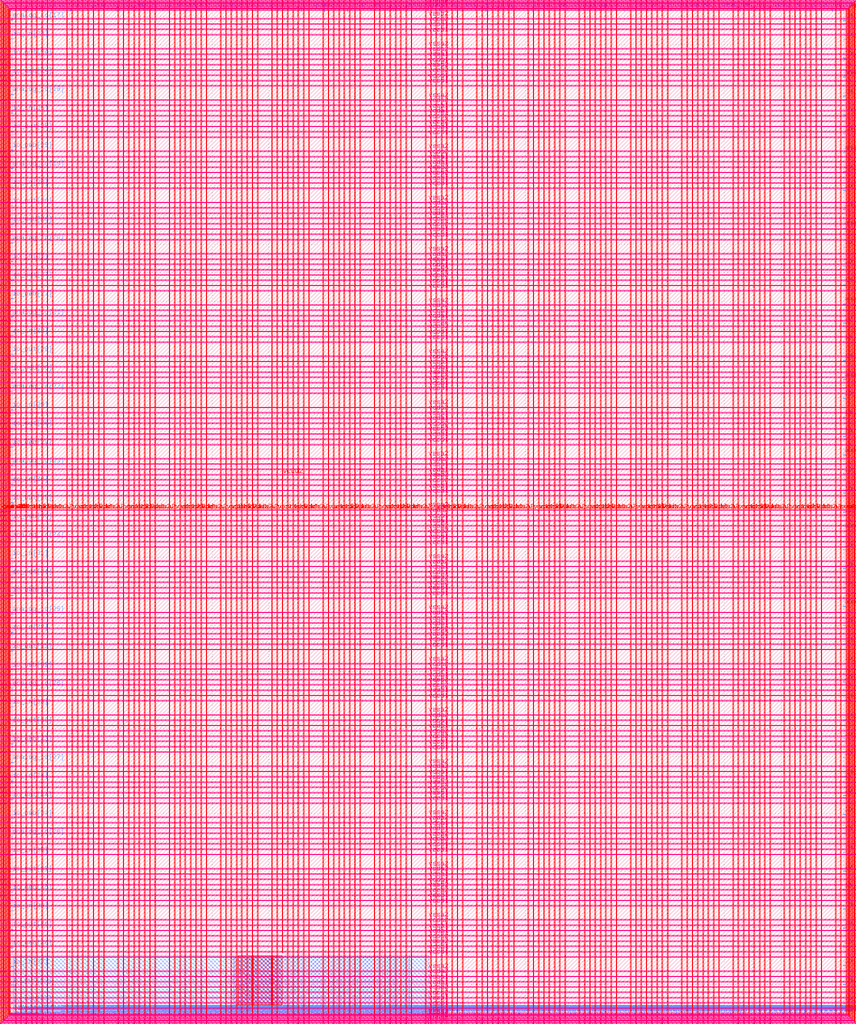
<source format=lef>
VERSION 5.7 ;
  NOWIREEXTENSIONATPIN ON ;
  DIVIDERCHAR "/" ;
  BUSBITCHARS "[]" ;
MACRO user_project_wrapper
  CLASS BLOCK ;
  FOREIGN user_project_wrapper ;
  ORIGIN 0.000 0.000 ;
  SIZE 2920.000 BY 3520.000 ;
  PIN analog_io[0]
    DIRECTION INOUT ;
    USE SIGNAL ;
    PORT
      LAYER met3 ;
        RECT 2917.600 1426.380 2924.800 1427.580 ;
    END
  END analog_io[0]
  PIN analog_io[10]
    DIRECTION INOUT ;
    USE SIGNAL ;
    PORT
      LAYER met2 ;
        RECT 2230.490 3517.600 2231.050 3524.800 ;
    END
  END analog_io[10]
  PIN analog_io[11]
    DIRECTION INOUT ;
    USE SIGNAL ;
    PORT
      LAYER met2 ;
        RECT 1905.730 3517.600 1906.290 3524.800 ;
    END
  END analog_io[11]
  PIN analog_io[12]
    DIRECTION INOUT ;
    USE SIGNAL ;
    PORT
      LAYER met2 ;
        RECT 1581.430 3517.600 1581.990 3524.800 ;
    END
  END analog_io[12]
  PIN analog_io[13]
    DIRECTION INOUT ;
    USE SIGNAL ;
    PORT
      LAYER met2 ;
        RECT 1257.130 3517.600 1257.690 3524.800 ;
    END
  END analog_io[13]
  PIN analog_io[14]
    DIRECTION INOUT ;
    USE SIGNAL ;
    PORT
      LAYER met2 ;
        RECT 932.370 3517.600 932.930 3524.800 ;
    END
  END analog_io[14]
  PIN analog_io[15]
    DIRECTION INOUT ;
    USE SIGNAL ;
    PORT
      LAYER met2 ;
        RECT 608.070 3517.600 608.630 3524.800 ;
    END
  END analog_io[15]
  PIN analog_io[16]
    DIRECTION INOUT ;
    USE SIGNAL ;
    PORT
      LAYER met2 ;
        RECT 283.770 3517.600 284.330 3524.800 ;
    END
  END analog_io[16]
  PIN analog_io[17]
    DIRECTION INOUT ;
    USE SIGNAL ;
    PORT
      LAYER met3 ;
        RECT -4.800 3486.100 2.400 3487.300 ;
    END
  END analog_io[17]
  PIN analog_io[18]
    DIRECTION INOUT ;
    USE SIGNAL ;
    PORT
      LAYER met3 ;
        RECT -4.800 3224.980 2.400 3226.180 ;
    END
  END analog_io[18]
  PIN analog_io[19]
    DIRECTION INOUT ;
    USE SIGNAL ;
    PORT
      LAYER met3 ;
        RECT -4.800 2964.540 2.400 2965.740 ;
    END
  END analog_io[19]
  PIN analog_io[1]
    DIRECTION INOUT ;
    USE SIGNAL ;
    PORT
      LAYER met3 ;
        RECT 2917.600 1692.260 2924.800 1693.460 ;
    END
  END analog_io[1]
  PIN analog_io[20]
    DIRECTION INOUT ;
    USE SIGNAL ;
    PORT
      LAYER met3 ;
        RECT -4.800 2703.420 2.400 2704.620 ;
    END
  END analog_io[20]
  PIN analog_io[21]
    DIRECTION INOUT ;
    USE SIGNAL ;
    PORT
      LAYER met3 ;
        RECT -4.800 2442.980 2.400 2444.180 ;
    END
  END analog_io[21]
  PIN analog_io[22]
    DIRECTION INOUT ;
    USE SIGNAL ;
    PORT
      LAYER met3 ;
        RECT -4.800 2182.540 2.400 2183.740 ;
    END
  END analog_io[22]
  PIN analog_io[23]
    DIRECTION INOUT ;
    USE SIGNAL ;
    PORT
      LAYER met3 ;
        RECT -4.800 1921.420 2.400 1922.620 ;
    END
  END analog_io[23]
  PIN analog_io[24]
    DIRECTION INOUT ;
    USE SIGNAL ;
    PORT
      LAYER met3 ;
        RECT -4.800 1660.980 2.400 1662.180 ;
    END
  END analog_io[24]
  PIN analog_io[25]
    DIRECTION INOUT ;
    USE SIGNAL ;
    PORT
      LAYER met3 ;
        RECT -4.800 1399.860 2.400 1401.060 ;
    END
  END analog_io[25]
  PIN analog_io[26]
    DIRECTION INOUT ;
    USE SIGNAL ;
    PORT
      LAYER met3 ;
        RECT -4.800 1139.420 2.400 1140.620 ;
    END
  END analog_io[26]
  PIN analog_io[27]
    DIRECTION INOUT ;
    USE SIGNAL ;
    PORT
      LAYER met3 ;
        RECT -4.800 878.980 2.400 880.180 ;
    END
  END analog_io[27]
  PIN analog_io[28]
    DIRECTION INOUT ;
    USE SIGNAL ;
    PORT
      LAYER met3 ;
        RECT -4.800 617.860 2.400 619.060 ;
    END
  END analog_io[28]
  PIN analog_io[2]
    DIRECTION INOUT ;
    USE SIGNAL ;
    PORT
      LAYER met3 ;
        RECT 2917.600 1958.140 2924.800 1959.340 ;
    END
  END analog_io[2]
  PIN analog_io[3]
    DIRECTION INOUT ;
    USE SIGNAL ;
    PORT
      LAYER met3 ;
        RECT 2917.600 2223.340 2924.800 2224.540 ;
    END
  END analog_io[3]
  PIN analog_io[4]
    DIRECTION INOUT ;
    USE SIGNAL ;
    PORT
      LAYER met3 ;
        RECT 2917.600 2489.220 2924.800 2490.420 ;
    END
  END analog_io[4]
  PIN analog_io[5]
    DIRECTION INOUT ;
    USE SIGNAL ;
    PORT
      LAYER met3 ;
        RECT 2917.600 2755.100 2924.800 2756.300 ;
    END
  END analog_io[5]
  PIN analog_io[6]
    DIRECTION INOUT ;
    USE SIGNAL ;
    PORT
      LAYER met3 ;
        RECT 2917.600 3020.300 2924.800 3021.500 ;
    END
  END analog_io[6]
  PIN analog_io[7]
    DIRECTION INOUT ;
    USE SIGNAL ;
    PORT
      LAYER met3 ;
        RECT 2917.600 3286.180 2924.800 3287.380 ;
    END
  END analog_io[7]
  PIN analog_io[8]
    DIRECTION INOUT ;
    USE SIGNAL ;
    PORT
      LAYER met2 ;
        RECT 2879.090 3517.600 2879.650 3524.800 ;
    END
  END analog_io[8]
  PIN analog_io[9]
    DIRECTION INOUT ;
    USE SIGNAL ;
    PORT
      LAYER met2 ;
        RECT 2554.790 3517.600 2555.350 3524.800 ;
    END
  END analog_io[9]
  PIN io_in[0]
    DIRECTION INPUT ;
    USE SIGNAL ;
    PORT
      LAYER met3 ;
        RECT 2917.600 32.380 2924.800 33.580 ;
    END
  END io_in[0]
  PIN io_in[10]
    DIRECTION INPUT ;
    USE SIGNAL ;
    PORT
      LAYER met3 ;
        RECT 2917.600 2289.980 2924.800 2291.180 ;
    END
  END io_in[10]
  PIN io_in[11]
    DIRECTION INPUT ;
    USE SIGNAL ;
    PORT
      LAYER met3 ;
        RECT 2917.600 2555.860 2924.800 2557.060 ;
    END
  END io_in[11]
  PIN io_in[12]
    DIRECTION INPUT ;
    USE SIGNAL ;
    PORT
      LAYER met3 ;
        RECT 2917.600 2821.060 2924.800 2822.260 ;
    END
  END io_in[12]
  PIN io_in[13]
    DIRECTION INPUT ;
    USE SIGNAL ;
    PORT
      LAYER met3 ;
        RECT 2917.600 3086.940 2924.800 3088.140 ;
    END
  END io_in[13]
  PIN io_in[14]
    DIRECTION INPUT ;
    USE SIGNAL ;
    PORT
      LAYER met3 ;
        RECT 2917.600 3352.820 2924.800 3354.020 ;
    END
  END io_in[14]
  PIN io_in[15]
    DIRECTION INPUT ;
    USE SIGNAL ;
    PORT
      LAYER met2 ;
        RECT 2798.130 3517.600 2798.690 3524.800 ;
    END
  END io_in[15]
  PIN io_in[16]
    DIRECTION INPUT ;
    USE SIGNAL ;
    PORT
      LAYER met2 ;
        RECT 2473.830 3517.600 2474.390 3524.800 ;
    END
  END io_in[16]
  PIN io_in[17]
    DIRECTION INPUT ;
    USE SIGNAL ;
    PORT
      LAYER met2 ;
        RECT 2149.070 3517.600 2149.630 3524.800 ;
    END
  END io_in[17]
  PIN io_in[18]
    DIRECTION INPUT ;
    USE SIGNAL ;
    PORT
      LAYER met2 ;
        RECT 1824.770 3517.600 1825.330 3524.800 ;
    END
  END io_in[18]
  PIN io_in[19]
    DIRECTION INPUT ;
    USE SIGNAL ;
    PORT
      LAYER met2 ;
        RECT 1500.470 3517.600 1501.030 3524.800 ;
    END
  END io_in[19]
  PIN io_in[1]
    DIRECTION INPUT ;
    USE SIGNAL ;
    PORT
      LAYER met3 ;
        RECT 2917.600 230.940 2924.800 232.140 ;
    END
  END io_in[1]
  PIN io_in[20]
    DIRECTION INPUT ;
    USE SIGNAL ;
    PORT
      LAYER met2 ;
        RECT 1175.710 3517.600 1176.270 3524.800 ;
    END
  END io_in[20]
  PIN io_in[21]
    DIRECTION INPUT ;
    USE SIGNAL ;
    PORT
      LAYER met2 ;
        RECT 851.410 3517.600 851.970 3524.800 ;
    END
  END io_in[21]
  PIN io_in[22]
    DIRECTION INPUT ;
    USE SIGNAL ;
    PORT
      LAYER met2 ;
        RECT 527.110 3517.600 527.670 3524.800 ;
    END
  END io_in[22]
  PIN io_in[23]
    DIRECTION INPUT ;
    USE SIGNAL ;
    PORT
      LAYER met2 ;
        RECT 202.350 3517.600 202.910 3524.800 ;
    END
  END io_in[23]
  PIN io_in[24]
    DIRECTION INPUT ;
    USE SIGNAL ;
    PORT
      LAYER met3 ;
        RECT -4.800 3420.820 2.400 3422.020 ;
    END
  END io_in[24]
  PIN io_in[25]
    DIRECTION INPUT ;
    USE SIGNAL ;
    PORT
      LAYER met3 ;
        RECT -4.800 3159.700 2.400 3160.900 ;
    END
  END io_in[25]
  PIN io_in[26]
    DIRECTION INPUT ;
    USE SIGNAL ;
    PORT
      LAYER met3 ;
        RECT -4.800 2899.260 2.400 2900.460 ;
    END
  END io_in[26]
  PIN io_in[27]
    DIRECTION INPUT ;
    USE SIGNAL ;
    PORT
      LAYER met3 ;
        RECT -4.800 2638.820 2.400 2640.020 ;
    END
  END io_in[27]
  PIN io_in[28]
    DIRECTION INPUT ;
    USE SIGNAL ;
    PORT
      LAYER met3 ;
        RECT -4.800 2377.700 2.400 2378.900 ;
    END
  END io_in[28]
  PIN io_in[29]
    DIRECTION INPUT ;
    USE SIGNAL ;
    PORT
      LAYER met3 ;
        RECT -4.800 2117.260 2.400 2118.460 ;
    END
  END io_in[29]
  PIN io_in[2]
    DIRECTION INPUT ;
    USE SIGNAL ;
    PORT
      LAYER met3 ;
        RECT 2917.600 430.180 2924.800 431.380 ;
    END
  END io_in[2]
  PIN io_in[30]
    DIRECTION INPUT ;
    USE SIGNAL ;
    PORT
      LAYER met3 ;
        RECT -4.800 1856.140 2.400 1857.340 ;
    END
  END io_in[30]
  PIN io_in[31]
    DIRECTION INPUT ;
    USE SIGNAL ;
    PORT
      LAYER met3 ;
        RECT -4.800 1595.700 2.400 1596.900 ;
    END
  END io_in[31]
  PIN io_in[32]
    DIRECTION INPUT ;
    USE SIGNAL ;
    PORT
      LAYER met3 ;
        RECT -4.800 1335.260 2.400 1336.460 ;
    END
  END io_in[32]
  PIN io_in[33]
    DIRECTION INPUT ;
    USE SIGNAL ;
    PORT
      LAYER met3 ;
        RECT -4.800 1074.140 2.400 1075.340 ;
    END
  END io_in[33]
  PIN io_in[34]
    DIRECTION INPUT ;
    USE SIGNAL ;
    PORT
      LAYER met3 ;
        RECT -4.800 813.700 2.400 814.900 ;
    END
  END io_in[34]
  PIN io_in[35]
    DIRECTION INPUT ;
    USE SIGNAL ;
    PORT
      LAYER met3 ;
        RECT -4.800 552.580 2.400 553.780 ;
    END
  END io_in[35]
  PIN io_in[36]
    DIRECTION INPUT ;
    USE SIGNAL ;
    PORT
      LAYER met3 ;
        RECT -4.800 357.420 2.400 358.620 ;
    END
  END io_in[36]
  PIN io_in[37]
    DIRECTION INPUT ;
    USE SIGNAL ;
    PORT
      LAYER met3 ;
        RECT -4.800 161.580 2.400 162.780 ;
    END
  END io_in[37]
  PIN io_in[3]
    DIRECTION INPUT ;
    USE SIGNAL ;
    PORT
      LAYER met3 ;
        RECT 2917.600 629.420 2924.800 630.620 ;
    END
  END io_in[3]
  PIN io_in[4]
    DIRECTION INPUT ;
    USE SIGNAL ;
    PORT
      LAYER met3 ;
        RECT 2917.600 828.660 2924.800 829.860 ;
    END
  END io_in[4]
  PIN io_in[5]
    DIRECTION INPUT ;
    USE SIGNAL ;
    PORT
      LAYER met3 ;
        RECT 2917.600 1027.900 2924.800 1029.100 ;
    END
  END io_in[5]
  PIN io_in[6]
    DIRECTION INPUT ;
    USE SIGNAL ;
    PORT
      LAYER met3 ;
        RECT 2917.600 1227.140 2924.800 1228.340 ;
    END
  END io_in[6]
  PIN io_in[7]
    DIRECTION INPUT ;
    USE SIGNAL ;
    PORT
      LAYER met3 ;
        RECT 2917.600 1493.020 2924.800 1494.220 ;
    END
  END io_in[7]
  PIN io_in[8]
    DIRECTION INPUT ;
    USE SIGNAL ;
    PORT
      LAYER met3 ;
        RECT 2917.600 1758.900 2924.800 1760.100 ;
    END
  END io_in[8]
  PIN io_in[9]
    DIRECTION INPUT ;
    USE SIGNAL ;
    PORT
      LAYER met3 ;
        RECT 2917.600 2024.100 2924.800 2025.300 ;
    END
  END io_in[9]
  PIN io_oeb[0]
    DIRECTION OUTPUT TRISTATE ;
    USE SIGNAL ;
    PORT
      LAYER met3 ;
        RECT 2917.600 164.980 2924.800 166.180 ;
    END
  END io_oeb[0]
  PIN io_oeb[10]
    DIRECTION OUTPUT TRISTATE ;
    USE SIGNAL ;
    PORT
      LAYER met3 ;
        RECT 2917.600 2422.580 2924.800 2423.780 ;
    END
  END io_oeb[10]
  PIN io_oeb[11]
    DIRECTION OUTPUT TRISTATE ;
    USE SIGNAL ;
    PORT
      LAYER met3 ;
        RECT 2917.600 2688.460 2924.800 2689.660 ;
    END
  END io_oeb[11]
  PIN io_oeb[12]
    DIRECTION OUTPUT TRISTATE ;
    USE SIGNAL ;
    PORT
      LAYER met3 ;
        RECT 2917.600 2954.340 2924.800 2955.540 ;
    END
  END io_oeb[12]
  PIN io_oeb[13]
    DIRECTION OUTPUT TRISTATE ;
    USE SIGNAL ;
    PORT
      LAYER met3 ;
        RECT 2917.600 3219.540 2924.800 3220.740 ;
    END
  END io_oeb[13]
  PIN io_oeb[14]
    DIRECTION OUTPUT TRISTATE ;
    USE SIGNAL ;
    PORT
      LAYER met3 ;
        RECT 2917.600 3485.420 2924.800 3486.620 ;
    END
  END io_oeb[14]
  PIN io_oeb[15]
    DIRECTION OUTPUT TRISTATE ;
    USE SIGNAL ;
    PORT
      LAYER met2 ;
        RECT 2635.750 3517.600 2636.310 3524.800 ;
    END
  END io_oeb[15]
  PIN io_oeb[16]
    DIRECTION OUTPUT TRISTATE ;
    USE SIGNAL ;
    PORT
      LAYER met2 ;
        RECT 2311.450 3517.600 2312.010 3524.800 ;
    END
  END io_oeb[16]
  PIN io_oeb[17]
    DIRECTION OUTPUT TRISTATE ;
    USE SIGNAL ;
    PORT
      LAYER met2 ;
        RECT 1987.150 3517.600 1987.710 3524.800 ;
    END
  END io_oeb[17]
  PIN io_oeb[18]
    DIRECTION OUTPUT TRISTATE ;
    USE SIGNAL ;
    PORT
      LAYER met2 ;
        RECT 1662.390 3517.600 1662.950 3524.800 ;
    END
  END io_oeb[18]
  PIN io_oeb[19]
    DIRECTION OUTPUT TRISTATE ;
    USE SIGNAL ;
    PORT
      LAYER met2 ;
        RECT 1338.090 3517.600 1338.650 3524.800 ;
    END
  END io_oeb[19]
  PIN io_oeb[1]
    DIRECTION OUTPUT TRISTATE ;
    USE SIGNAL ;
    PORT
      LAYER met3 ;
        RECT 2917.600 364.220 2924.800 365.420 ;
    END
  END io_oeb[1]
  PIN io_oeb[20]
    DIRECTION OUTPUT TRISTATE ;
    USE SIGNAL ;
    PORT
      LAYER met2 ;
        RECT 1013.790 3517.600 1014.350 3524.800 ;
    END
  END io_oeb[20]
  PIN io_oeb[21]
    DIRECTION OUTPUT TRISTATE ;
    USE SIGNAL ;
    PORT
      LAYER met2 ;
        RECT 689.030 3517.600 689.590 3524.800 ;
    END
  END io_oeb[21]
  PIN io_oeb[22]
    DIRECTION OUTPUT TRISTATE ;
    USE SIGNAL ;
    PORT
      LAYER met2 ;
        RECT 364.730 3517.600 365.290 3524.800 ;
    END
  END io_oeb[22]
  PIN io_oeb[23]
    DIRECTION OUTPUT TRISTATE ;
    USE SIGNAL ;
    PORT
      LAYER met2 ;
        RECT 40.430 3517.600 40.990 3524.800 ;
    END
  END io_oeb[23]
  PIN io_oeb[24]
    DIRECTION OUTPUT TRISTATE ;
    USE SIGNAL ;
    PORT
      LAYER met3 ;
        RECT -4.800 3290.260 2.400 3291.460 ;
    END
  END io_oeb[24]
  PIN io_oeb[25]
    DIRECTION OUTPUT TRISTATE ;
    USE SIGNAL ;
    PORT
      LAYER met3 ;
        RECT -4.800 3029.820 2.400 3031.020 ;
    END
  END io_oeb[25]
  PIN io_oeb[26]
    DIRECTION OUTPUT TRISTATE ;
    USE SIGNAL ;
    PORT
      LAYER met3 ;
        RECT -4.800 2768.700 2.400 2769.900 ;
    END
  END io_oeb[26]
  PIN io_oeb[27]
    DIRECTION OUTPUT TRISTATE ;
    USE SIGNAL ;
    PORT
      LAYER met3 ;
        RECT -4.800 2508.260 2.400 2509.460 ;
    END
  END io_oeb[27]
  PIN io_oeb[28]
    DIRECTION OUTPUT TRISTATE ;
    USE SIGNAL ;
    PORT
      LAYER met3 ;
        RECT -4.800 2247.140 2.400 2248.340 ;
    END
  END io_oeb[28]
  PIN io_oeb[29]
    DIRECTION OUTPUT TRISTATE ;
    USE SIGNAL ;
    PORT
      LAYER met3 ;
        RECT -4.800 1986.700 2.400 1987.900 ;
    END
  END io_oeb[29]
  PIN io_oeb[2]
    DIRECTION OUTPUT TRISTATE ;
    USE SIGNAL ;
    PORT
      LAYER met3 ;
        RECT 2917.600 563.460 2924.800 564.660 ;
    END
  END io_oeb[2]
  PIN io_oeb[30]
    DIRECTION OUTPUT TRISTATE ;
    USE SIGNAL ;
    PORT
      LAYER met3 ;
        RECT -4.800 1726.260 2.400 1727.460 ;
    END
  END io_oeb[30]
  PIN io_oeb[31]
    DIRECTION OUTPUT TRISTATE ;
    USE SIGNAL ;
    PORT
      LAYER met3 ;
        RECT -4.800 1465.140 2.400 1466.340 ;
    END
  END io_oeb[31]
  PIN io_oeb[32]
    DIRECTION OUTPUT TRISTATE ;
    USE SIGNAL ;
    PORT
      LAYER met3 ;
        RECT -4.800 1204.700 2.400 1205.900 ;
    END
  END io_oeb[32]
  PIN io_oeb[33]
    DIRECTION OUTPUT TRISTATE ;
    USE SIGNAL ;
    PORT
      LAYER met3 ;
        RECT -4.800 943.580 2.400 944.780 ;
    END
  END io_oeb[33]
  PIN io_oeb[34]
    DIRECTION OUTPUT TRISTATE ;
    USE SIGNAL ;
    PORT
      LAYER met3 ;
        RECT -4.800 683.140 2.400 684.340 ;
    END
  END io_oeb[34]
  PIN io_oeb[35]
    DIRECTION OUTPUT TRISTATE ;
    USE SIGNAL ;
    PORT
      LAYER met3 ;
        RECT -4.800 422.700 2.400 423.900 ;
    END
  END io_oeb[35]
  PIN io_oeb[36]
    DIRECTION OUTPUT TRISTATE ;
    USE SIGNAL ;
    PORT
      LAYER met3 ;
        RECT -4.800 226.860 2.400 228.060 ;
    END
  END io_oeb[36]
  PIN io_oeb[37]
    DIRECTION OUTPUT TRISTATE ;
    USE SIGNAL ;
    PORT
      LAYER met3 ;
        RECT -4.800 31.700 2.400 32.900 ;
    END
  END io_oeb[37]
  PIN io_oeb[3]
    DIRECTION OUTPUT TRISTATE ;
    USE SIGNAL ;
    PORT
      LAYER met3 ;
        RECT 2917.600 762.700 2924.800 763.900 ;
    END
  END io_oeb[3]
  PIN io_oeb[4]
    DIRECTION OUTPUT TRISTATE ;
    USE SIGNAL ;
    PORT
      LAYER met3 ;
        RECT 2917.600 961.940 2924.800 963.140 ;
    END
  END io_oeb[4]
  PIN io_oeb[5]
    DIRECTION OUTPUT TRISTATE ;
    USE SIGNAL ;
    PORT
      LAYER met3 ;
        RECT 2917.600 1161.180 2924.800 1162.380 ;
    END
  END io_oeb[5]
  PIN io_oeb[6]
    DIRECTION OUTPUT TRISTATE ;
    USE SIGNAL ;
    PORT
      LAYER met3 ;
        RECT 2917.600 1360.420 2924.800 1361.620 ;
    END
  END io_oeb[6]
  PIN io_oeb[7]
    DIRECTION OUTPUT TRISTATE ;
    USE SIGNAL ;
    PORT
      LAYER met3 ;
        RECT 2917.600 1625.620 2924.800 1626.820 ;
    END
  END io_oeb[7]
  PIN io_oeb[8]
    DIRECTION OUTPUT TRISTATE ;
    USE SIGNAL ;
    PORT
      LAYER met3 ;
        RECT 2917.600 1891.500 2924.800 1892.700 ;
    END
  END io_oeb[8]
  PIN io_oeb[9]
    DIRECTION OUTPUT TRISTATE ;
    USE SIGNAL ;
    PORT
      LAYER met3 ;
        RECT 2917.600 2157.380 2924.800 2158.580 ;
    END
  END io_oeb[9]
  PIN io_out[0]
    DIRECTION OUTPUT TRISTATE ;
    USE SIGNAL ;
    PORT
      LAYER met3 ;
        RECT 2917.600 98.340 2924.800 99.540 ;
    END
  END io_out[0]
  PIN io_out[10]
    DIRECTION OUTPUT TRISTATE ;
    USE SIGNAL ;
    PORT
      LAYER met3 ;
        RECT 2917.600 2356.620 2924.800 2357.820 ;
    END
  END io_out[10]
  PIN io_out[11]
    DIRECTION OUTPUT TRISTATE ;
    USE SIGNAL ;
    PORT
      LAYER met3 ;
        RECT 2917.600 2621.820 2924.800 2623.020 ;
    END
  END io_out[11]
  PIN io_out[12]
    DIRECTION OUTPUT TRISTATE ;
    USE SIGNAL ;
    PORT
      LAYER met3 ;
        RECT 2917.600 2887.700 2924.800 2888.900 ;
    END
  END io_out[12]
  PIN io_out[13]
    DIRECTION OUTPUT TRISTATE ;
    USE SIGNAL ;
    PORT
      LAYER met3 ;
        RECT 2917.600 3153.580 2924.800 3154.780 ;
    END
  END io_out[13]
  PIN io_out[14]
    DIRECTION OUTPUT TRISTATE ;
    USE SIGNAL ;
    PORT
      LAYER met3 ;
        RECT 2917.600 3418.780 2924.800 3419.980 ;
    END
  END io_out[14]
  PIN io_out[15]
    DIRECTION OUTPUT TRISTATE ;
    USE SIGNAL ;
    PORT
      LAYER met2 ;
        RECT 2717.170 3517.600 2717.730 3524.800 ;
    END
  END io_out[15]
  PIN io_out[16]
    DIRECTION OUTPUT TRISTATE ;
    USE SIGNAL ;
    PORT
      LAYER met2 ;
        RECT 2392.410 3517.600 2392.970 3524.800 ;
    END
  END io_out[16]
  PIN io_out[17]
    DIRECTION OUTPUT TRISTATE ;
    USE SIGNAL ;
    PORT
      LAYER met2 ;
        RECT 2068.110 3517.600 2068.670 3524.800 ;
    END
  END io_out[17]
  PIN io_out[18]
    DIRECTION OUTPUT TRISTATE ;
    USE SIGNAL ;
    PORT
      LAYER met2 ;
        RECT 1743.810 3517.600 1744.370 3524.800 ;
    END
  END io_out[18]
  PIN io_out[19]
    DIRECTION OUTPUT TRISTATE ;
    USE SIGNAL ;
    PORT
      LAYER met2 ;
        RECT 1419.050 3517.600 1419.610 3524.800 ;
    END
  END io_out[19]
  PIN io_out[1]
    DIRECTION OUTPUT TRISTATE ;
    USE SIGNAL ;
    PORT
      LAYER met3 ;
        RECT 2917.600 297.580 2924.800 298.780 ;
    END
  END io_out[1]
  PIN io_out[20]
    DIRECTION OUTPUT TRISTATE ;
    USE SIGNAL ;
    PORT
      LAYER met2 ;
        RECT 1094.750 3517.600 1095.310 3524.800 ;
    END
  END io_out[20]
  PIN io_out[21]
    DIRECTION OUTPUT TRISTATE ;
    USE SIGNAL ;
    PORT
      LAYER met2 ;
        RECT 770.450 3517.600 771.010 3524.800 ;
    END
  END io_out[21]
  PIN io_out[22]
    DIRECTION OUTPUT TRISTATE ;
    USE SIGNAL ;
    PORT
      LAYER met2 ;
        RECT 445.690 3517.600 446.250 3524.800 ;
    END
  END io_out[22]
  PIN io_out[23]
    DIRECTION OUTPUT TRISTATE ;
    USE SIGNAL ;
    PORT
      LAYER met2 ;
        RECT 121.390 3517.600 121.950 3524.800 ;
    END
  END io_out[23]
  PIN io_out[24]
    DIRECTION OUTPUT TRISTATE ;
    USE SIGNAL ;
    PORT
      LAYER met3 ;
        RECT -4.800 3355.540 2.400 3356.740 ;
    END
  END io_out[24]
  PIN io_out[25]
    DIRECTION OUTPUT TRISTATE ;
    USE SIGNAL ;
    PORT
      LAYER met3 ;
        RECT -4.800 3095.100 2.400 3096.300 ;
    END
  END io_out[25]
  PIN io_out[26]
    DIRECTION OUTPUT TRISTATE ;
    USE SIGNAL ;
    PORT
      LAYER met3 ;
        RECT -4.800 2833.980 2.400 2835.180 ;
    END
  END io_out[26]
  PIN io_out[27]
    DIRECTION OUTPUT TRISTATE ;
    USE SIGNAL ;
    PORT
      LAYER met3 ;
        RECT -4.800 2573.540 2.400 2574.740 ;
    END
  END io_out[27]
  PIN io_out[28]
    DIRECTION OUTPUT TRISTATE ;
    USE SIGNAL ;
    PORT
      LAYER met3 ;
        RECT -4.800 2312.420 2.400 2313.620 ;
    END
  END io_out[28]
  PIN io_out[29]
    DIRECTION OUTPUT TRISTATE ;
    USE SIGNAL ;
    PORT
      LAYER met3 ;
        RECT -4.800 2051.980 2.400 2053.180 ;
    END
  END io_out[29]
  PIN io_out[2]
    DIRECTION OUTPUT TRISTATE ;
    USE SIGNAL ;
    PORT
      LAYER met3 ;
        RECT 2917.600 496.820 2924.800 498.020 ;
    END
  END io_out[2]
  PIN io_out[30]
    DIRECTION OUTPUT TRISTATE ;
    USE SIGNAL ;
    PORT
      LAYER met3 ;
        RECT -4.800 1791.540 2.400 1792.740 ;
    END
  END io_out[30]
  PIN io_out[31]
    DIRECTION OUTPUT TRISTATE ;
    USE SIGNAL ;
    PORT
      LAYER met3 ;
        RECT -4.800 1530.420 2.400 1531.620 ;
    END
  END io_out[31]
  PIN io_out[32]
    DIRECTION OUTPUT TRISTATE ;
    USE SIGNAL ;
    PORT
      LAYER met3 ;
        RECT -4.800 1269.980 2.400 1271.180 ;
    END
  END io_out[32]
  PIN io_out[33]
    DIRECTION OUTPUT TRISTATE ;
    USE SIGNAL ;
    PORT
      LAYER met3 ;
        RECT -4.800 1008.860 2.400 1010.060 ;
    END
  END io_out[33]
  PIN io_out[34]
    DIRECTION OUTPUT TRISTATE ;
    USE SIGNAL ;
    PORT
      LAYER met3 ;
        RECT -4.800 748.420 2.400 749.620 ;
    END
  END io_out[34]
  PIN io_out[35]
    DIRECTION OUTPUT TRISTATE ;
    USE SIGNAL ;
    PORT
      LAYER met3 ;
        RECT -4.800 487.300 2.400 488.500 ;
    END
  END io_out[35]
  PIN io_out[36]
    DIRECTION OUTPUT TRISTATE ;
    USE SIGNAL ;
    PORT
      LAYER met3 ;
        RECT -4.800 292.140 2.400 293.340 ;
    END
  END io_out[36]
  PIN io_out[37]
    DIRECTION OUTPUT TRISTATE ;
    USE SIGNAL ;
    PORT
      LAYER met3 ;
        RECT -4.800 96.300 2.400 97.500 ;
    END
  END io_out[37]
  PIN io_out[3]
    DIRECTION OUTPUT TRISTATE ;
    USE SIGNAL ;
    PORT
      LAYER met3 ;
        RECT 2917.600 696.060 2924.800 697.260 ;
    END
  END io_out[3]
  PIN io_out[4]
    DIRECTION OUTPUT TRISTATE ;
    USE SIGNAL ;
    PORT
      LAYER met3 ;
        RECT 2917.600 895.300 2924.800 896.500 ;
    END
  END io_out[4]
  PIN io_out[5]
    DIRECTION OUTPUT TRISTATE ;
    USE SIGNAL ;
    PORT
      LAYER met3 ;
        RECT 2917.600 1094.540 2924.800 1095.740 ;
    END
  END io_out[5]
  PIN io_out[6]
    DIRECTION OUTPUT TRISTATE ;
    USE SIGNAL ;
    PORT
      LAYER met3 ;
        RECT 2917.600 1293.780 2924.800 1294.980 ;
    END
  END io_out[6]
  PIN io_out[7]
    DIRECTION OUTPUT TRISTATE ;
    USE SIGNAL ;
    PORT
      LAYER met3 ;
        RECT 2917.600 1559.660 2924.800 1560.860 ;
    END
  END io_out[7]
  PIN io_out[8]
    DIRECTION OUTPUT TRISTATE ;
    USE SIGNAL ;
    PORT
      LAYER met3 ;
        RECT 2917.600 1824.860 2924.800 1826.060 ;
    END
  END io_out[8]
  PIN io_out[9]
    DIRECTION OUTPUT TRISTATE ;
    USE SIGNAL ;
    PORT
      LAYER met3 ;
        RECT 2917.600 2090.740 2924.800 2091.940 ;
    END
  END io_out[9]
  PIN la_data_in[0]
    DIRECTION INPUT ;
    USE SIGNAL ;
    PORT
      LAYER met2 ;
        RECT 629.230 -4.800 629.790 2.400 ;
    END
  END la_data_in[0]
  PIN la_data_in[100]
    DIRECTION INPUT ;
    USE SIGNAL ;
    PORT
      LAYER met2 ;
        RECT 2402.530 -4.800 2403.090 2.400 ;
    END
  END la_data_in[100]
  PIN la_data_in[101]
    DIRECTION INPUT ;
    USE SIGNAL ;
    PORT
      LAYER met2 ;
        RECT 2420.010 -4.800 2420.570 2.400 ;
    END
  END la_data_in[101]
  PIN la_data_in[102]
    DIRECTION INPUT ;
    USE SIGNAL ;
    PORT
      LAYER met2 ;
        RECT 2437.950 -4.800 2438.510 2.400 ;
    END
  END la_data_in[102]
  PIN la_data_in[103]
    DIRECTION INPUT ;
    USE SIGNAL ;
    PORT
      LAYER met2 ;
        RECT 2455.430 -4.800 2455.990 2.400 ;
    END
  END la_data_in[103]
  PIN la_data_in[104]
    DIRECTION INPUT ;
    USE SIGNAL ;
    PORT
      LAYER met2 ;
        RECT 2473.370 -4.800 2473.930 2.400 ;
    END
  END la_data_in[104]
  PIN la_data_in[105]
    DIRECTION INPUT ;
    USE SIGNAL ;
    PORT
      LAYER met2 ;
        RECT 2490.850 -4.800 2491.410 2.400 ;
    END
  END la_data_in[105]
  PIN la_data_in[106]
    DIRECTION INPUT ;
    USE SIGNAL ;
    PORT
      LAYER met2 ;
        RECT 2508.790 -4.800 2509.350 2.400 ;
    END
  END la_data_in[106]
  PIN la_data_in[107]
    DIRECTION INPUT ;
    USE SIGNAL ;
    PORT
      LAYER met2 ;
        RECT 2526.730 -4.800 2527.290 2.400 ;
    END
  END la_data_in[107]
  PIN la_data_in[108]
    DIRECTION INPUT ;
    USE SIGNAL ;
    PORT
      LAYER met2 ;
        RECT 2544.210 -4.800 2544.770 2.400 ;
    END
  END la_data_in[108]
  PIN la_data_in[109]
    DIRECTION INPUT ;
    USE SIGNAL ;
    PORT
      LAYER met2 ;
        RECT 2562.150 -4.800 2562.710 2.400 ;
    END
  END la_data_in[109]
  PIN la_data_in[10]
    DIRECTION INPUT ;
    USE SIGNAL ;
    PORT
      LAYER met2 ;
        RECT 806.330 -4.800 806.890 2.400 ;
    END
  END la_data_in[10]
  PIN la_data_in[110]
    DIRECTION INPUT ;
    USE SIGNAL ;
    PORT
      LAYER met2 ;
        RECT 2579.630 -4.800 2580.190 2.400 ;
    END
  END la_data_in[110]
  PIN la_data_in[111]
    DIRECTION INPUT ;
    USE SIGNAL ;
    PORT
      LAYER met2 ;
        RECT 2597.570 -4.800 2598.130 2.400 ;
    END
  END la_data_in[111]
  PIN la_data_in[112]
    DIRECTION INPUT ;
    USE SIGNAL ;
    PORT
      LAYER met2 ;
        RECT 2615.050 -4.800 2615.610 2.400 ;
    END
  END la_data_in[112]
  PIN la_data_in[113]
    DIRECTION INPUT ;
    USE SIGNAL ;
    PORT
      LAYER met2 ;
        RECT 2632.990 -4.800 2633.550 2.400 ;
    END
  END la_data_in[113]
  PIN la_data_in[114]
    DIRECTION INPUT ;
    USE SIGNAL ;
    PORT
      LAYER met2 ;
        RECT 2650.470 -4.800 2651.030 2.400 ;
    END
  END la_data_in[114]
  PIN la_data_in[115]
    DIRECTION INPUT ;
    USE SIGNAL ;
    PORT
      LAYER met2 ;
        RECT 2668.410 -4.800 2668.970 2.400 ;
    END
  END la_data_in[115]
  PIN la_data_in[116]
    DIRECTION INPUT ;
    USE SIGNAL ;
    PORT
      LAYER met2 ;
        RECT 2685.890 -4.800 2686.450 2.400 ;
    END
  END la_data_in[116]
  PIN la_data_in[117]
    DIRECTION INPUT ;
    USE SIGNAL ;
    PORT
      LAYER met2 ;
        RECT 2703.830 -4.800 2704.390 2.400 ;
    END
  END la_data_in[117]
  PIN la_data_in[118]
    DIRECTION INPUT ;
    USE SIGNAL ;
    PORT
      LAYER met2 ;
        RECT 2721.770 -4.800 2722.330 2.400 ;
    END
  END la_data_in[118]
  PIN la_data_in[119]
    DIRECTION INPUT ;
    USE SIGNAL ;
    PORT
      LAYER met2 ;
        RECT 2739.250 -4.800 2739.810 2.400 ;
    END
  END la_data_in[119]
  PIN la_data_in[11]
    DIRECTION INPUT ;
    USE SIGNAL ;
    PORT
      LAYER met2 ;
        RECT 824.270 -4.800 824.830 2.400 ;
    END
  END la_data_in[11]
  PIN la_data_in[120]
    DIRECTION INPUT ;
    USE SIGNAL ;
    PORT
      LAYER met2 ;
        RECT 2757.190 -4.800 2757.750 2.400 ;
    END
  END la_data_in[120]
  PIN la_data_in[121]
    DIRECTION INPUT ;
    USE SIGNAL ;
    PORT
      LAYER met2 ;
        RECT 2774.670 -4.800 2775.230 2.400 ;
    END
  END la_data_in[121]
  PIN la_data_in[122]
    DIRECTION INPUT ;
    USE SIGNAL ;
    PORT
      LAYER met2 ;
        RECT 2792.610 -4.800 2793.170 2.400 ;
    END
  END la_data_in[122]
  PIN la_data_in[123]
    DIRECTION INPUT ;
    USE SIGNAL ;
    PORT
      LAYER met2 ;
        RECT 2810.090 -4.800 2810.650 2.400 ;
    END
  END la_data_in[123]
  PIN la_data_in[124]
    DIRECTION INPUT ;
    USE SIGNAL ;
    PORT
      LAYER met2 ;
        RECT 2828.030 -4.800 2828.590 2.400 ;
    END
  END la_data_in[124]
  PIN la_data_in[125]
    DIRECTION INPUT ;
    USE SIGNAL ;
    PORT
      LAYER met2 ;
        RECT 2845.510 -4.800 2846.070 2.400 ;
    END
  END la_data_in[125]
  PIN la_data_in[126]
    DIRECTION INPUT ;
    USE SIGNAL ;
    PORT
      LAYER met2 ;
        RECT 2863.450 -4.800 2864.010 2.400 ;
    END
  END la_data_in[126]
  PIN la_data_in[127]
    DIRECTION INPUT ;
    USE SIGNAL ;
    PORT
      LAYER met2 ;
        RECT 2881.390 -4.800 2881.950 2.400 ;
    END
  END la_data_in[127]
  PIN la_data_in[12]
    DIRECTION INPUT ;
    USE SIGNAL ;
    PORT
      LAYER met2 ;
        RECT 841.750 -4.800 842.310 2.400 ;
    END
  END la_data_in[12]
  PIN la_data_in[13]
    DIRECTION INPUT ;
    USE SIGNAL ;
    PORT
      LAYER met2 ;
        RECT 859.690 -4.800 860.250 2.400 ;
    END
  END la_data_in[13]
  PIN la_data_in[14]
    DIRECTION INPUT ;
    USE SIGNAL ;
    PORT
      LAYER met2 ;
        RECT 877.170 -4.800 877.730 2.400 ;
    END
  END la_data_in[14]
  PIN la_data_in[15]
    DIRECTION INPUT ;
    USE SIGNAL ;
    PORT
      LAYER met2 ;
        RECT 895.110 -4.800 895.670 2.400 ;
    END
  END la_data_in[15]
  PIN la_data_in[16]
    DIRECTION INPUT ;
    USE SIGNAL ;
    PORT
      LAYER met2 ;
        RECT 912.590 -4.800 913.150 2.400 ;
    END
  END la_data_in[16]
  PIN la_data_in[17]
    DIRECTION INPUT ;
    USE SIGNAL ;
    PORT
      LAYER met2 ;
        RECT 930.530 -4.800 931.090 2.400 ;
    END
  END la_data_in[17]
  PIN la_data_in[18]
    DIRECTION INPUT ;
    USE SIGNAL ;
    PORT
      LAYER met2 ;
        RECT 948.470 -4.800 949.030 2.400 ;
    END
  END la_data_in[18]
  PIN la_data_in[19]
    DIRECTION INPUT ;
    USE SIGNAL ;
    PORT
      LAYER met2 ;
        RECT 965.950 -4.800 966.510 2.400 ;
    END
  END la_data_in[19]
  PIN la_data_in[1]
    DIRECTION INPUT ;
    USE SIGNAL ;
    PORT
      LAYER met2 ;
        RECT 646.710 -4.800 647.270 2.400 ;
    END
  END la_data_in[1]
  PIN la_data_in[20]
    DIRECTION INPUT ;
    USE SIGNAL ;
    PORT
      LAYER met2 ;
        RECT 983.890 -4.800 984.450 2.400 ;
    END
  END la_data_in[20]
  PIN la_data_in[21]
    DIRECTION INPUT ;
    USE SIGNAL ;
    PORT
      LAYER met2 ;
        RECT 1001.370 -4.800 1001.930 2.400 ;
    END
  END la_data_in[21]
  PIN la_data_in[22]
    DIRECTION INPUT ;
    USE SIGNAL ;
    PORT
      LAYER met2 ;
        RECT 1019.310 -4.800 1019.870 2.400 ;
    END
  END la_data_in[22]
  PIN la_data_in[23]
    DIRECTION INPUT ;
    USE SIGNAL ;
    PORT
      LAYER met2 ;
        RECT 1036.790 -4.800 1037.350 2.400 ;
    END
  END la_data_in[23]
  PIN la_data_in[24]
    DIRECTION INPUT ;
    USE SIGNAL ;
    PORT
      LAYER met2 ;
        RECT 1054.730 -4.800 1055.290 2.400 ;
    END
  END la_data_in[24]
  PIN la_data_in[25]
    DIRECTION INPUT ;
    USE SIGNAL ;
    PORT
      LAYER met2 ;
        RECT 1072.210 -4.800 1072.770 2.400 ;
    END
  END la_data_in[25]
  PIN la_data_in[26]
    DIRECTION INPUT ;
    USE SIGNAL ;
    PORT
      LAYER met2 ;
        RECT 1090.150 -4.800 1090.710 2.400 ;
    END
  END la_data_in[26]
  PIN la_data_in[27]
    DIRECTION INPUT ;
    USE SIGNAL ;
    PORT
      LAYER met2 ;
        RECT 1107.630 -4.800 1108.190 2.400 ;
    END
  END la_data_in[27]
  PIN la_data_in[28]
    DIRECTION INPUT ;
    USE SIGNAL ;
    PORT
      LAYER met2 ;
        RECT 1125.570 -4.800 1126.130 2.400 ;
    END
  END la_data_in[28]
  PIN la_data_in[29]
    DIRECTION INPUT ;
    USE SIGNAL ;
    PORT
      LAYER met2 ;
        RECT 1143.510 -4.800 1144.070 2.400 ;
    END
  END la_data_in[29]
  PIN la_data_in[2]
    DIRECTION INPUT ;
    USE SIGNAL ;
    PORT
      LAYER met2 ;
        RECT 664.650 -4.800 665.210 2.400 ;
    END
  END la_data_in[2]
  PIN la_data_in[30]
    DIRECTION INPUT ;
    USE SIGNAL ;
    PORT
      LAYER met2 ;
        RECT 1160.990 -4.800 1161.550 2.400 ;
    END
  END la_data_in[30]
  PIN la_data_in[31]
    DIRECTION INPUT ;
    USE SIGNAL ;
    PORT
      LAYER met2 ;
        RECT 1178.930 -4.800 1179.490 2.400 ;
    END
  END la_data_in[31]
  PIN la_data_in[32]
    DIRECTION INPUT ;
    USE SIGNAL ;
    PORT
      LAYER met2 ;
        RECT 1196.410 -4.800 1196.970 2.400 ;
    END
  END la_data_in[32]
  PIN la_data_in[33]
    DIRECTION INPUT ;
    USE SIGNAL ;
    PORT
      LAYER met2 ;
        RECT 1214.350 -4.800 1214.910 2.400 ;
    END
  END la_data_in[33]
  PIN la_data_in[34]
    DIRECTION INPUT ;
    USE SIGNAL ;
    PORT
      LAYER met2 ;
        RECT 1231.830 -4.800 1232.390 2.400 ;
    END
  END la_data_in[34]
  PIN la_data_in[35]
    DIRECTION INPUT ;
    USE SIGNAL ;
    PORT
      LAYER met2 ;
        RECT 1249.770 -4.800 1250.330 2.400 ;
    END
  END la_data_in[35]
  PIN la_data_in[36]
    DIRECTION INPUT ;
    USE SIGNAL ;
    PORT
      LAYER met2 ;
        RECT 1267.250 -4.800 1267.810 2.400 ;
    END
  END la_data_in[36]
  PIN la_data_in[37]
    DIRECTION INPUT ;
    USE SIGNAL ;
    PORT
      LAYER met2 ;
        RECT 1285.190 -4.800 1285.750 2.400 ;
    END
  END la_data_in[37]
  PIN la_data_in[38]
    DIRECTION INPUT ;
    USE SIGNAL ;
    PORT
      LAYER met2 ;
        RECT 1303.130 -4.800 1303.690 2.400 ;
    END
  END la_data_in[38]
  PIN la_data_in[39]
    DIRECTION INPUT ;
    USE SIGNAL ;
    PORT
      LAYER met2 ;
        RECT 1320.610 -4.800 1321.170 2.400 ;
    END
  END la_data_in[39]
  PIN la_data_in[3]
    DIRECTION INPUT ;
    USE SIGNAL ;
    PORT
      LAYER met2 ;
        RECT 682.130 -4.800 682.690 2.400 ;
    END
  END la_data_in[3]
  PIN la_data_in[40]
    DIRECTION INPUT ;
    USE SIGNAL ;
    PORT
      LAYER met2 ;
        RECT 1338.550 -4.800 1339.110 2.400 ;
    END
  END la_data_in[40]
  PIN la_data_in[41]
    DIRECTION INPUT ;
    USE SIGNAL ;
    PORT
      LAYER met2 ;
        RECT 1356.030 -4.800 1356.590 2.400 ;
    END
  END la_data_in[41]
  PIN la_data_in[42]
    DIRECTION INPUT ;
    USE SIGNAL ;
    PORT
      LAYER met2 ;
        RECT 1373.970 -4.800 1374.530 2.400 ;
    END
  END la_data_in[42]
  PIN la_data_in[43]
    DIRECTION INPUT ;
    USE SIGNAL ;
    PORT
      LAYER met2 ;
        RECT 1391.450 -4.800 1392.010 2.400 ;
    END
  END la_data_in[43]
  PIN la_data_in[44]
    DIRECTION INPUT ;
    USE SIGNAL ;
    PORT
      LAYER met2 ;
        RECT 1409.390 -4.800 1409.950 2.400 ;
    END
  END la_data_in[44]
  PIN la_data_in[45]
    DIRECTION INPUT ;
    USE SIGNAL ;
    PORT
      LAYER met2 ;
        RECT 1426.870 -4.800 1427.430 2.400 ;
    END
  END la_data_in[45]
  PIN la_data_in[46]
    DIRECTION INPUT ;
    USE SIGNAL ;
    PORT
      LAYER met2 ;
        RECT 1444.810 -4.800 1445.370 2.400 ;
    END
  END la_data_in[46]
  PIN la_data_in[47]
    DIRECTION INPUT ;
    USE SIGNAL ;
    PORT
      LAYER met2 ;
        RECT 1462.750 -4.800 1463.310 2.400 ;
    END
  END la_data_in[47]
  PIN la_data_in[48]
    DIRECTION INPUT ;
    USE SIGNAL ;
    PORT
      LAYER met2 ;
        RECT 1480.230 -4.800 1480.790 2.400 ;
    END
  END la_data_in[48]
  PIN la_data_in[49]
    DIRECTION INPUT ;
    USE SIGNAL ;
    PORT
      LAYER met2 ;
        RECT 1498.170 -4.800 1498.730 2.400 ;
    END
  END la_data_in[49]
  PIN la_data_in[4]
    DIRECTION INPUT ;
    USE SIGNAL ;
    PORT
      LAYER met2 ;
        RECT 700.070 -4.800 700.630 2.400 ;
    END
  END la_data_in[4]
  PIN la_data_in[50]
    DIRECTION INPUT ;
    USE SIGNAL ;
    PORT
      LAYER met2 ;
        RECT 1515.650 -4.800 1516.210 2.400 ;
    END
  END la_data_in[50]
  PIN la_data_in[51]
    DIRECTION INPUT ;
    USE SIGNAL ;
    PORT
      LAYER met2 ;
        RECT 1533.590 -4.800 1534.150 2.400 ;
    END
  END la_data_in[51]
  PIN la_data_in[52]
    DIRECTION INPUT ;
    USE SIGNAL ;
    PORT
      LAYER met2 ;
        RECT 1551.070 -4.800 1551.630 2.400 ;
    END
  END la_data_in[52]
  PIN la_data_in[53]
    DIRECTION INPUT ;
    USE SIGNAL ;
    PORT
      LAYER met2 ;
        RECT 1569.010 -4.800 1569.570 2.400 ;
    END
  END la_data_in[53]
  PIN la_data_in[54]
    DIRECTION INPUT ;
    USE SIGNAL ;
    PORT
      LAYER met2 ;
        RECT 1586.490 -4.800 1587.050 2.400 ;
    END
  END la_data_in[54]
  PIN la_data_in[55]
    DIRECTION INPUT ;
    USE SIGNAL ;
    PORT
      LAYER met2 ;
        RECT 1604.430 -4.800 1604.990 2.400 ;
    END
  END la_data_in[55]
  PIN la_data_in[56]
    DIRECTION INPUT ;
    USE SIGNAL ;
    PORT
      LAYER met2 ;
        RECT 1621.910 -4.800 1622.470 2.400 ;
    END
  END la_data_in[56]
  PIN la_data_in[57]
    DIRECTION INPUT ;
    USE SIGNAL ;
    PORT
      LAYER met2 ;
        RECT 1639.850 -4.800 1640.410 2.400 ;
    END
  END la_data_in[57]
  PIN la_data_in[58]
    DIRECTION INPUT ;
    USE SIGNAL ;
    PORT
      LAYER met2 ;
        RECT 1657.790 -4.800 1658.350 2.400 ;
    END
  END la_data_in[58]
  PIN la_data_in[59]
    DIRECTION INPUT ;
    USE SIGNAL ;
    PORT
      LAYER met2 ;
        RECT 1675.270 -4.800 1675.830 2.400 ;
    END
  END la_data_in[59]
  PIN la_data_in[5]
    DIRECTION INPUT ;
    USE SIGNAL ;
    PORT
      LAYER met2 ;
        RECT 717.550 -4.800 718.110 2.400 ;
    END
  END la_data_in[5]
  PIN la_data_in[60]
    DIRECTION INPUT ;
    USE SIGNAL ;
    PORT
      LAYER met2 ;
        RECT 1693.210 -4.800 1693.770 2.400 ;
    END
  END la_data_in[60]
  PIN la_data_in[61]
    DIRECTION INPUT ;
    USE SIGNAL ;
    PORT
      LAYER met2 ;
        RECT 1710.690 -4.800 1711.250 2.400 ;
    END
  END la_data_in[61]
  PIN la_data_in[62]
    DIRECTION INPUT ;
    USE SIGNAL ;
    PORT
      LAYER met2 ;
        RECT 1728.630 -4.800 1729.190 2.400 ;
    END
  END la_data_in[62]
  PIN la_data_in[63]
    DIRECTION INPUT ;
    USE SIGNAL ;
    PORT
      LAYER met2 ;
        RECT 1746.110 -4.800 1746.670 2.400 ;
    END
  END la_data_in[63]
  PIN la_data_in[64]
    DIRECTION INPUT ;
    USE SIGNAL ;
    PORT
      LAYER met2 ;
        RECT 1764.050 -4.800 1764.610 2.400 ;
    END
  END la_data_in[64]
  PIN la_data_in[65]
    DIRECTION INPUT ;
    USE SIGNAL ;
    PORT
      LAYER met2 ;
        RECT 1781.530 -4.800 1782.090 2.400 ;
    END
  END la_data_in[65]
  PIN la_data_in[66]
    DIRECTION INPUT ;
    USE SIGNAL ;
    PORT
      LAYER met2 ;
        RECT 1799.470 -4.800 1800.030 2.400 ;
    END
  END la_data_in[66]
  PIN la_data_in[67]
    DIRECTION INPUT ;
    USE SIGNAL ;
    PORT
      LAYER met2 ;
        RECT 1817.410 -4.800 1817.970 2.400 ;
    END
  END la_data_in[67]
  PIN la_data_in[68]
    DIRECTION INPUT ;
    USE SIGNAL ;
    PORT
      LAYER met2 ;
        RECT 1834.890 -4.800 1835.450 2.400 ;
    END
  END la_data_in[68]
  PIN la_data_in[69]
    DIRECTION INPUT ;
    USE SIGNAL ;
    PORT
      LAYER met2 ;
        RECT 1852.830 -4.800 1853.390 2.400 ;
    END
  END la_data_in[69]
  PIN la_data_in[6]
    DIRECTION INPUT ;
    USE SIGNAL ;
    PORT
      LAYER met2 ;
        RECT 735.490 -4.800 736.050 2.400 ;
    END
  END la_data_in[6]
  PIN la_data_in[70]
    DIRECTION INPUT ;
    USE SIGNAL ;
    PORT
      LAYER met2 ;
        RECT 1870.310 -4.800 1870.870 2.400 ;
    END
  END la_data_in[70]
  PIN la_data_in[71]
    DIRECTION INPUT ;
    USE SIGNAL ;
    PORT
      LAYER met2 ;
        RECT 1888.250 -4.800 1888.810 2.400 ;
    END
  END la_data_in[71]
  PIN la_data_in[72]
    DIRECTION INPUT ;
    USE SIGNAL ;
    PORT
      LAYER met2 ;
        RECT 1905.730 -4.800 1906.290 2.400 ;
    END
  END la_data_in[72]
  PIN la_data_in[73]
    DIRECTION INPUT ;
    USE SIGNAL ;
    PORT
      LAYER met2 ;
        RECT 1923.670 -4.800 1924.230 2.400 ;
    END
  END la_data_in[73]
  PIN la_data_in[74]
    DIRECTION INPUT ;
    USE SIGNAL ;
    PORT
      LAYER met2 ;
        RECT 1941.150 -4.800 1941.710 2.400 ;
    END
  END la_data_in[74]
  PIN la_data_in[75]
    DIRECTION INPUT ;
    USE SIGNAL ;
    PORT
      LAYER met2 ;
        RECT 1959.090 -4.800 1959.650 2.400 ;
    END
  END la_data_in[75]
  PIN la_data_in[76]
    DIRECTION INPUT ;
    USE SIGNAL ;
    PORT
      LAYER met2 ;
        RECT 1976.570 -4.800 1977.130 2.400 ;
    END
  END la_data_in[76]
  PIN la_data_in[77]
    DIRECTION INPUT ;
    USE SIGNAL ;
    PORT
      LAYER met2 ;
        RECT 1994.510 -4.800 1995.070 2.400 ;
    END
  END la_data_in[77]
  PIN la_data_in[78]
    DIRECTION INPUT ;
    USE SIGNAL ;
    PORT
      LAYER met2 ;
        RECT 2012.450 -4.800 2013.010 2.400 ;
    END
  END la_data_in[78]
  PIN la_data_in[79]
    DIRECTION INPUT ;
    USE SIGNAL ;
    PORT
      LAYER met2 ;
        RECT 2029.930 -4.800 2030.490 2.400 ;
    END
  END la_data_in[79]
  PIN la_data_in[7]
    DIRECTION INPUT ;
    USE SIGNAL ;
    PORT
      LAYER met2 ;
        RECT 752.970 -4.800 753.530 2.400 ;
    END
  END la_data_in[7]
  PIN la_data_in[80]
    DIRECTION INPUT ;
    USE SIGNAL ;
    PORT
      LAYER met2 ;
        RECT 2047.870 -4.800 2048.430 2.400 ;
    END
  END la_data_in[80]
  PIN la_data_in[81]
    DIRECTION INPUT ;
    USE SIGNAL ;
    PORT
      LAYER met2 ;
        RECT 2065.350 -4.800 2065.910 2.400 ;
    END
  END la_data_in[81]
  PIN la_data_in[82]
    DIRECTION INPUT ;
    USE SIGNAL ;
    PORT
      LAYER met2 ;
        RECT 2083.290 -4.800 2083.850 2.400 ;
    END
  END la_data_in[82]
  PIN la_data_in[83]
    DIRECTION INPUT ;
    USE SIGNAL ;
    PORT
      LAYER met2 ;
        RECT 2100.770 -4.800 2101.330 2.400 ;
    END
  END la_data_in[83]
  PIN la_data_in[84]
    DIRECTION INPUT ;
    USE SIGNAL ;
    PORT
      LAYER met2 ;
        RECT 2118.710 -4.800 2119.270 2.400 ;
    END
  END la_data_in[84]
  PIN la_data_in[85]
    DIRECTION INPUT ;
    USE SIGNAL ;
    PORT
      LAYER met2 ;
        RECT 2136.190 -4.800 2136.750 2.400 ;
    END
  END la_data_in[85]
  PIN la_data_in[86]
    DIRECTION INPUT ;
    USE SIGNAL ;
    PORT
      LAYER met2 ;
        RECT 2154.130 -4.800 2154.690 2.400 ;
    END
  END la_data_in[86]
  PIN la_data_in[87]
    DIRECTION INPUT ;
    USE SIGNAL ;
    PORT
      LAYER met2 ;
        RECT 2172.070 -4.800 2172.630 2.400 ;
    END
  END la_data_in[87]
  PIN la_data_in[88]
    DIRECTION INPUT ;
    USE SIGNAL ;
    PORT
      LAYER met2 ;
        RECT 2189.550 -4.800 2190.110 2.400 ;
    END
  END la_data_in[88]
  PIN la_data_in[89]
    DIRECTION INPUT ;
    USE SIGNAL ;
    PORT
      LAYER met2 ;
        RECT 2207.490 -4.800 2208.050 2.400 ;
    END
  END la_data_in[89]
  PIN la_data_in[8]
    DIRECTION INPUT ;
    USE SIGNAL ;
    PORT
      LAYER met2 ;
        RECT 770.910 -4.800 771.470 2.400 ;
    END
  END la_data_in[8]
  PIN la_data_in[90]
    DIRECTION INPUT ;
    USE SIGNAL ;
    PORT
      LAYER met2 ;
        RECT 2224.970 -4.800 2225.530 2.400 ;
    END
  END la_data_in[90]
  PIN la_data_in[91]
    DIRECTION INPUT ;
    USE SIGNAL ;
    PORT
      LAYER met2 ;
        RECT 2242.910 -4.800 2243.470 2.400 ;
    END
  END la_data_in[91]
  PIN la_data_in[92]
    DIRECTION INPUT ;
    USE SIGNAL ;
    PORT
      LAYER met2 ;
        RECT 2260.390 -4.800 2260.950 2.400 ;
    END
  END la_data_in[92]
  PIN la_data_in[93]
    DIRECTION INPUT ;
    USE SIGNAL ;
    PORT
      LAYER met2 ;
        RECT 2278.330 -4.800 2278.890 2.400 ;
    END
  END la_data_in[93]
  PIN la_data_in[94]
    DIRECTION INPUT ;
    USE SIGNAL ;
    PORT
      LAYER met2 ;
        RECT 2295.810 -4.800 2296.370 2.400 ;
    END
  END la_data_in[94]
  PIN la_data_in[95]
    DIRECTION INPUT ;
    USE SIGNAL ;
    PORT
      LAYER met2 ;
        RECT 2313.750 -4.800 2314.310 2.400 ;
    END
  END la_data_in[95]
  PIN la_data_in[96]
    DIRECTION INPUT ;
    USE SIGNAL ;
    PORT
      LAYER met2 ;
        RECT 2331.230 -4.800 2331.790 2.400 ;
    END
  END la_data_in[96]
  PIN la_data_in[97]
    DIRECTION INPUT ;
    USE SIGNAL ;
    PORT
      LAYER met2 ;
        RECT 2349.170 -4.800 2349.730 2.400 ;
    END
  END la_data_in[97]
  PIN la_data_in[98]
    DIRECTION INPUT ;
    USE SIGNAL ;
    PORT
      LAYER met2 ;
        RECT 2367.110 -4.800 2367.670 2.400 ;
    END
  END la_data_in[98]
  PIN la_data_in[99]
    DIRECTION INPUT ;
    USE SIGNAL ;
    PORT
      LAYER met2 ;
        RECT 2384.590 -4.800 2385.150 2.400 ;
    END
  END la_data_in[99]
  PIN la_data_in[9]
    DIRECTION INPUT ;
    USE SIGNAL ;
    PORT
      LAYER met2 ;
        RECT 788.850 -4.800 789.410 2.400 ;
    END
  END la_data_in[9]
  PIN la_data_out[0]
    DIRECTION OUTPUT TRISTATE ;
    USE SIGNAL ;
    PORT
      LAYER met2 ;
        RECT 634.750 -4.800 635.310 2.400 ;
    END
  END la_data_out[0]
  PIN la_data_out[100]
    DIRECTION OUTPUT TRISTATE ;
    USE SIGNAL ;
    PORT
      LAYER met2 ;
        RECT 2408.510 -4.800 2409.070 2.400 ;
    END
  END la_data_out[100]
  PIN la_data_out[101]
    DIRECTION OUTPUT TRISTATE ;
    USE SIGNAL ;
    PORT
      LAYER met2 ;
        RECT 2425.990 -4.800 2426.550 2.400 ;
    END
  END la_data_out[101]
  PIN la_data_out[102]
    DIRECTION OUTPUT TRISTATE ;
    USE SIGNAL ;
    PORT
      LAYER met2 ;
        RECT 2443.930 -4.800 2444.490 2.400 ;
    END
  END la_data_out[102]
  PIN la_data_out[103]
    DIRECTION OUTPUT TRISTATE ;
    USE SIGNAL ;
    PORT
      LAYER met2 ;
        RECT 2461.410 -4.800 2461.970 2.400 ;
    END
  END la_data_out[103]
  PIN la_data_out[104]
    DIRECTION OUTPUT TRISTATE ;
    USE SIGNAL ;
    PORT
      LAYER met2 ;
        RECT 2479.350 -4.800 2479.910 2.400 ;
    END
  END la_data_out[104]
  PIN la_data_out[105]
    DIRECTION OUTPUT TRISTATE ;
    USE SIGNAL ;
    PORT
      LAYER met2 ;
        RECT 2496.830 -4.800 2497.390 2.400 ;
    END
  END la_data_out[105]
  PIN la_data_out[106]
    DIRECTION OUTPUT TRISTATE ;
    USE SIGNAL ;
    PORT
      LAYER met2 ;
        RECT 2514.770 -4.800 2515.330 2.400 ;
    END
  END la_data_out[106]
  PIN la_data_out[107]
    DIRECTION OUTPUT TRISTATE ;
    USE SIGNAL ;
    PORT
      LAYER met2 ;
        RECT 2532.250 -4.800 2532.810 2.400 ;
    END
  END la_data_out[107]
  PIN la_data_out[108]
    DIRECTION OUTPUT TRISTATE ;
    USE SIGNAL ;
    PORT
      LAYER met2 ;
        RECT 2550.190 -4.800 2550.750 2.400 ;
    END
  END la_data_out[108]
  PIN la_data_out[109]
    DIRECTION OUTPUT TRISTATE ;
    USE SIGNAL ;
    PORT
      LAYER met2 ;
        RECT 2567.670 -4.800 2568.230 2.400 ;
    END
  END la_data_out[109]
  PIN la_data_out[10]
    DIRECTION OUTPUT TRISTATE ;
    USE SIGNAL ;
    PORT
      LAYER met2 ;
        RECT 812.310 -4.800 812.870 2.400 ;
    END
  END la_data_out[10]
  PIN la_data_out[110]
    DIRECTION OUTPUT TRISTATE ;
    USE SIGNAL ;
    PORT
      LAYER met2 ;
        RECT 2585.610 -4.800 2586.170 2.400 ;
    END
  END la_data_out[110]
  PIN la_data_out[111]
    DIRECTION OUTPUT TRISTATE ;
    USE SIGNAL ;
    PORT
      LAYER met2 ;
        RECT 2603.550 -4.800 2604.110 2.400 ;
    END
  END la_data_out[111]
  PIN la_data_out[112]
    DIRECTION OUTPUT TRISTATE ;
    USE SIGNAL ;
    PORT
      LAYER met2 ;
        RECT 2621.030 -4.800 2621.590 2.400 ;
    END
  END la_data_out[112]
  PIN la_data_out[113]
    DIRECTION OUTPUT TRISTATE ;
    USE SIGNAL ;
    PORT
      LAYER met2 ;
        RECT 2638.970 -4.800 2639.530 2.400 ;
    END
  END la_data_out[113]
  PIN la_data_out[114]
    DIRECTION OUTPUT TRISTATE ;
    USE SIGNAL ;
    PORT
      LAYER met2 ;
        RECT 2656.450 -4.800 2657.010 2.400 ;
    END
  END la_data_out[114]
  PIN la_data_out[115]
    DIRECTION OUTPUT TRISTATE ;
    USE SIGNAL ;
    PORT
      LAYER met2 ;
        RECT 2674.390 -4.800 2674.950 2.400 ;
    END
  END la_data_out[115]
  PIN la_data_out[116]
    DIRECTION OUTPUT TRISTATE ;
    USE SIGNAL ;
    PORT
      LAYER met2 ;
        RECT 2691.870 -4.800 2692.430 2.400 ;
    END
  END la_data_out[116]
  PIN la_data_out[117]
    DIRECTION OUTPUT TRISTATE ;
    USE SIGNAL ;
    PORT
      LAYER met2 ;
        RECT 2709.810 -4.800 2710.370 2.400 ;
    END
  END la_data_out[117]
  PIN la_data_out[118]
    DIRECTION OUTPUT TRISTATE ;
    USE SIGNAL ;
    PORT
      LAYER met2 ;
        RECT 2727.290 -4.800 2727.850 2.400 ;
    END
  END la_data_out[118]
  PIN la_data_out[119]
    DIRECTION OUTPUT TRISTATE ;
    USE SIGNAL ;
    PORT
      LAYER met2 ;
        RECT 2745.230 -4.800 2745.790 2.400 ;
    END
  END la_data_out[119]
  PIN la_data_out[11]
    DIRECTION OUTPUT TRISTATE ;
    USE SIGNAL ;
    PORT
      LAYER met2 ;
        RECT 830.250 -4.800 830.810 2.400 ;
    END
  END la_data_out[11]
  PIN la_data_out[120]
    DIRECTION OUTPUT TRISTATE ;
    USE SIGNAL ;
    PORT
      LAYER met2 ;
        RECT 2763.170 -4.800 2763.730 2.400 ;
    END
  END la_data_out[120]
  PIN la_data_out[121]
    DIRECTION OUTPUT TRISTATE ;
    USE SIGNAL ;
    PORT
      LAYER met2 ;
        RECT 2780.650 -4.800 2781.210 2.400 ;
    END
  END la_data_out[121]
  PIN la_data_out[122]
    DIRECTION OUTPUT TRISTATE ;
    USE SIGNAL ;
    PORT
      LAYER met2 ;
        RECT 2798.590 -4.800 2799.150 2.400 ;
    END
  END la_data_out[122]
  PIN la_data_out[123]
    DIRECTION OUTPUT TRISTATE ;
    USE SIGNAL ;
    PORT
      LAYER met2 ;
        RECT 2816.070 -4.800 2816.630 2.400 ;
    END
  END la_data_out[123]
  PIN la_data_out[124]
    DIRECTION OUTPUT TRISTATE ;
    USE SIGNAL ;
    PORT
      LAYER met2 ;
        RECT 2834.010 -4.800 2834.570 2.400 ;
    END
  END la_data_out[124]
  PIN la_data_out[125]
    DIRECTION OUTPUT TRISTATE ;
    USE SIGNAL ;
    PORT
      LAYER met2 ;
        RECT 2851.490 -4.800 2852.050 2.400 ;
    END
  END la_data_out[125]
  PIN la_data_out[126]
    DIRECTION OUTPUT TRISTATE ;
    USE SIGNAL ;
    PORT
      LAYER met2 ;
        RECT 2869.430 -4.800 2869.990 2.400 ;
    END
  END la_data_out[126]
  PIN la_data_out[127]
    DIRECTION OUTPUT TRISTATE ;
    USE SIGNAL ;
    PORT
      LAYER met2 ;
        RECT 2886.910 -4.800 2887.470 2.400 ;
    END
  END la_data_out[127]
  PIN la_data_out[12]
    DIRECTION OUTPUT TRISTATE ;
    USE SIGNAL ;
    PORT
      LAYER met2 ;
        RECT 847.730 -4.800 848.290 2.400 ;
    END
  END la_data_out[12]
  PIN la_data_out[13]
    DIRECTION OUTPUT TRISTATE ;
    USE SIGNAL ;
    PORT
      LAYER met2 ;
        RECT 865.670 -4.800 866.230 2.400 ;
    END
  END la_data_out[13]
  PIN la_data_out[14]
    DIRECTION OUTPUT TRISTATE ;
    USE SIGNAL ;
    PORT
      LAYER met2 ;
        RECT 883.150 -4.800 883.710 2.400 ;
    END
  END la_data_out[14]
  PIN la_data_out[15]
    DIRECTION OUTPUT TRISTATE ;
    USE SIGNAL ;
    PORT
      LAYER met2 ;
        RECT 901.090 -4.800 901.650 2.400 ;
    END
  END la_data_out[15]
  PIN la_data_out[16]
    DIRECTION OUTPUT TRISTATE ;
    USE SIGNAL ;
    PORT
      LAYER met2 ;
        RECT 918.570 -4.800 919.130 2.400 ;
    END
  END la_data_out[16]
  PIN la_data_out[17]
    DIRECTION OUTPUT TRISTATE ;
    USE SIGNAL ;
    PORT
      LAYER met2 ;
        RECT 936.510 -4.800 937.070 2.400 ;
    END
  END la_data_out[17]
  PIN la_data_out[18]
    DIRECTION OUTPUT TRISTATE ;
    USE SIGNAL ;
    PORT
      LAYER met2 ;
        RECT 953.990 -4.800 954.550 2.400 ;
    END
  END la_data_out[18]
  PIN la_data_out[19]
    DIRECTION OUTPUT TRISTATE ;
    USE SIGNAL ;
    PORT
      LAYER met2 ;
        RECT 971.930 -4.800 972.490 2.400 ;
    END
  END la_data_out[19]
  PIN la_data_out[1]
    DIRECTION OUTPUT TRISTATE ;
    USE SIGNAL ;
    PORT
      LAYER met2 ;
        RECT 652.690 -4.800 653.250 2.400 ;
    END
  END la_data_out[1]
  PIN la_data_out[20]
    DIRECTION OUTPUT TRISTATE ;
    USE SIGNAL ;
    PORT
      LAYER met2 ;
        RECT 989.410 -4.800 989.970 2.400 ;
    END
  END la_data_out[20]
  PIN la_data_out[21]
    DIRECTION OUTPUT TRISTATE ;
    USE SIGNAL ;
    PORT
      LAYER met2 ;
        RECT 1007.350 -4.800 1007.910 2.400 ;
    END
  END la_data_out[21]
  PIN la_data_out[22]
    DIRECTION OUTPUT TRISTATE ;
    USE SIGNAL ;
    PORT
      LAYER met2 ;
        RECT 1025.290 -4.800 1025.850 2.400 ;
    END
  END la_data_out[22]
  PIN la_data_out[23]
    DIRECTION OUTPUT TRISTATE ;
    USE SIGNAL ;
    PORT
      LAYER met2 ;
        RECT 1042.770 -4.800 1043.330 2.400 ;
    END
  END la_data_out[23]
  PIN la_data_out[24]
    DIRECTION OUTPUT TRISTATE ;
    USE SIGNAL ;
    PORT
      LAYER met2 ;
        RECT 1060.710 -4.800 1061.270 2.400 ;
    END
  END la_data_out[24]
  PIN la_data_out[25]
    DIRECTION OUTPUT TRISTATE ;
    USE SIGNAL ;
    PORT
      LAYER met2 ;
        RECT 1078.190 -4.800 1078.750 2.400 ;
    END
  END la_data_out[25]
  PIN la_data_out[26]
    DIRECTION OUTPUT TRISTATE ;
    USE SIGNAL ;
    PORT
      LAYER met2 ;
        RECT 1096.130 -4.800 1096.690 2.400 ;
    END
  END la_data_out[26]
  PIN la_data_out[27]
    DIRECTION OUTPUT TRISTATE ;
    USE SIGNAL ;
    PORT
      LAYER met2 ;
        RECT 1113.610 -4.800 1114.170 2.400 ;
    END
  END la_data_out[27]
  PIN la_data_out[28]
    DIRECTION OUTPUT TRISTATE ;
    USE SIGNAL ;
    PORT
      LAYER met2 ;
        RECT 1131.550 -4.800 1132.110 2.400 ;
    END
  END la_data_out[28]
  PIN la_data_out[29]
    DIRECTION OUTPUT TRISTATE ;
    USE SIGNAL ;
    PORT
      LAYER met2 ;
        RECT 1149.030 -4.800 1149.590 2.400 ;
    END
  END la_data_out[29]
  PIN la_data_out[2]
    DIRECTION OUTPUT TRISTATE ;
    USE SIGNAL ;
    PORT
      LAYER met2 ;
        RECT 670.630 -4.800 671.190 2.400 ;
    END
  END la_data_out[2]
  PIN la_data_out[30]
    DIRECTION OUTPUT TRISTATE ;
    USE SIGNAL ;
    PORT
      LAYER met2 ;
        RECT 1166.970 -4.800 1167.530 2.400 ;
    END
  END la_data_out[30]
  PIN la_data_out[31]
    DIRECTION OUTPUT TRISTATE ;
    USE SIGNAL ;
    PORT
      LAYER met2 ;
        RECT 1184.910 -4.800 1185.470 2.400 ;
    END
  END la_data_out[31]
  PIN la_data_out[32]
    DIRECTION OUTPUT TRISTATE ;
    USE SIGNAL ;
    PORT
      LAYER met2 ;
        RECT 1202.390 -4.800 1202.950 2.400 ;
    END
  END la_data_out[32]
  PIN la_data_out[33]
    DIRECTION OUTPUT TRISTATE ;
    USE SIGNAL ;
    PORT
      LAYER met2 ;
        RECT 1220.330 -4.800 1220.890 2.400 ;
    END
  END la_data_out[33]
  PIN la_data_out[34]
    DIRECTION OUTPUT TRISTATE ;
    USE SIGNAL ;
    PORT
      LAYER met2 ;
        RECT 1237.810 -4.800 1238.370 2.400 ;
    END
  END la_data_out[34]
  PIN la_data_out[35]
    DIRECTION OUTPUT TRISTATE ;
    USE SIGNAL ;
    PORT
      LAYER met2 ;
        RECT 1255.750 -4.800 1256.310 2.400 ;
    END
  END la_data_out[35]
  PIN la_data_out[36]
    DIRECTION OUTPUT TRISTATE ;
    USE SIGNAL ;
    PORT
      LAYER met2 ;
        RECT 1273.230 -4.800 1273.790 2.400 ;
    END
  END la_data_out[36]
  PIN la_data_out[37]
    DIRECTION OUTPUT TRISTATE ;
    USE SIGNAL ;
    PORT
      LAYER met2 ;
        RECT 1291.170 -4.800 1291.730 2.400 ;
    END
  END la_data_out[37]
  PIN la_data_out[38]
    DIRECTION OUTPUT TRISTATE ;
    USE SIGNAL ;
    PORT
      LAYER met2 ;
        RECT 1308.650 -4.800 1309.210 2.400 ;
    END
  END la_data_out[38]
  PIN la_data_out[39]
    DIRECTION OUTPUT TRISTATE ;
    USE SIGNAL ;
    PORT
      LAYER met2 ;
        RECT 1326.590 -4.800 1327.150 2.400 ;
    END
  END la_data_out[39]
  PIN la_data_out[3]
    DIRECTION OUTPUT TRISTATE ;
    USE SIGNAL ;
    PORT
      LAYER met2 ;
        RECT 688.110 -4.800 688.670 2.400 ;
    END
  END la_data_out[3]
  PIN la_data_out[40]
    DIRECTION OUTPUT TRISTATE ;
    USE SIGNAL ;
    PORT
      LAYER met2 ;
        RECT 1344.070 -4.800 1344.630 2.400 ;
    END
  END la_data_out[40]
  PIN la_data_out[41]
    DIRECTION OUTPUT TRISTATE ;
    USE SIGNAL ;
    PORT
      LAYER met2 ;
        RECT 1362.010 -4.800 1362.570 2.400 ;
    END
  END la_data_out[41]
  PIN la_data_out[42]
    DIRECTION OUTPUT TRISTATE ;
    USE SIGNAL ;
    PORT
      LAYER met2 ;
        RECT 1379.950 -4.800 1380.510 2.400 ;
    END
  END la_data_out[42]
  PIN la_data_out[43]
    DIRECTION OUTPUT TRISTATE ;
    USE SIGNAL ;
    PORT
      LAYER met2 ;
        RECT 1397.430 -4.800 1397.990 2.400 ;
    END
  END la_data_out[43]
  PIN la_data_out[44]
    DIRECTION OUTPUT TRISTATE ;
    USE SIGNAL ;
    PORT
      LAYER met2 ;
        RECT 1415.370 -4.800 1415.930 2.400 ;
    END
  END la_data_out[44]
  PIN la_data_out[45]
    DIRECTION OUTPUT TRISTATE ;
    USE SIGNAL ;
    PORT
      LAYER met2 ;
        RECT 1432.850 -4.800 1433.410 2.400 ;
    END
  END la_data_out[45]
  PIN la_data_out[46]
    DIRECTION OUTPUT TRISTATE ;
    USE SIGNAL ;
    PORT
      LAYER met2 ;
        RECT 1450.790 -4.800 1451.350 2.400 ;
    END
  END la_data_out[46]
  PIN la_data_out[47]
    DIRECTION OUTPUT TRISTATE ;
    USE SIGNAL ;
    PORT
      LAYER met2 ;
        RECT 1468.270 -4.800 1468.830 2.400 ;
    END
  END la_data_out[47]
  PIN la_data_out[48]
    DIRECTION OUTPUT TRISTATE ;
    USE SIGNAL ;
    PORT
      LAYER met2 ;
        RECT 1486.210 -4.800 1486.770 2.400 ;
    END
  END la_data_out[48]
  PIN la_data_out[49]
    DIRECTION OUTPUT TRISTATE ;
    USE SIGNAL ;
    PORT
      LAYER met2 ;
        RECT 1503.690 -4.800 1504.250 2.400 ;
    END
  END la_data_out[49]
  PIN la_data_out[4]
    DIRECTION OUTPUT TRISTATE ;
    USE SIGNAL ;
    PORT
      LAYER met2 ;
        RECT 706.050 -4.800 706.610 2.400 ;
    END
  END la_data_out[4]
  PIN la_data_out[50]
    DIRECTION OUTPUT TRISTATE ;
    USE SIGNAL ;
    PORT
      LAYER met2 ;
        RECT 1521.630 -4.800 1522.190 2.400 ;
    END
  END la_data_out[50]
  PIN la_data_out[51]
    DIRECTION OUTPUT TRISTATE ;
    USE SIGNAL ;
    PORT
      LAYER met2 ;
        RECT 1539.570 -4.800 1540.130 2.400 ;
    END
  END la_data_out[51]
  PIN la_data_out[52]
    DIRECTION OUTPUT TRISTATE ;
    USE SIGNAL ;
    PORT
      LAYER met2 ;
        RECT 1557.050 -4.800 1557.610 2.400 ;
    END
  END la_data_out[52]
  PIN la_data_out[53]
    DIRECTION OUTPUT TRISTATE ;
    USE SIGNAL ;
    PORT
      LAYER met2 ;
        RECT 1574.990 -4.800 1575.550 2.400 ;
    END
  END la_data_out[53]
  PIN la_data_out[54]
    DIRECTION OUTPUT TRISTATE ;
    USE SIGNAL ;
    PORT
      LAYER met2 ;
        RECT 1592.470 -4.800 1593.030 2.400 ;
    END
  END la_data_out[54]
  PIN la_data_out[55]
    DIRECTION OUTPUT TRISTATE ;
    USE SIGNAL ;
    PORT
      LAYER met2 ;
        RECT 1610.410 -4.800 1610.970 2.400 ;
    END
  END la_data_out[55]
  PIN la_data_out[56]
    DIRECTION OUTPUT TRISTATE ;
    USE SIGNAL ;
    PORT
      LAYER met2 ;
        RECT 1627.890 -4.800 1628.450 2.400 ;
    END
  END la_data_out[56]
  PIN la_data_out[57]
    DIRECTION OUTPUT TRISTATE ;
    USE SIGNAL ;
    PORT
      LAYER met2 ;
        RECT 1645.830 -4.800 1646.390 2.400 ;
    END
  END la_data_out[57]
  PIN la_data_out[58]
    DIRECTION OUTPUT TRISTATE ;
    USE SIGNAL ;
    PORT
      LAYER met2 ;
        RECT 1663.310 -4.800 1663.870 2.400 ;
    END
  END la_data_out[58]
  PIN la_data_out[59]
    DIRECTION OUTPUT TRISTATE ;
    USE SIGNAL ;
    PORT
      LAYER met2 ;
        RECT 1681.250 -4.800 1681.810 2.400 ;
    END
  END la_data_out[59]
  PIN la_data_out[5]
    DIRECTION OUTPUT TRISTATE ;
    USE SIGNAL ;
    PORT
      LAYER met2 ;
        RECT 723.530 -4.800 724.090 2.400 ;
    END
  END la_data_out[5]
  PIN la_data_out[60]
    DIRECTION OUTPUT TRISTATE ;
    USE SIGNAL ;
    PORT
      LAYER met2 ;
        RECT 1699.190 -4.800 1699.750 2.400 ;
    END
  END la_data_out[60]
  PIN la_data_out[61]
    DIRECTION OUTPUT TRISTATE ;
    USE SIGNAL ;
    PORT
      LAYER met2 ;
        RECT 1716.670 -4.800 1717.230 2.400 ;
    END
  END la_data_out[61]
  PIN la_data_out[62]
    DIRECTION OUTPUT TRISTATE ;
    USE SIGNAL ;
    PORT
      LAYER met2 ;
        RECT 1734.610 -4.800 1735.170 2.400 ;
    END
  END la_data_out[62]
  PIN la_data_out[63]
    DIRECTION OUTPUT TRISTATE ;
    USE SIGNAL ;
    PORT
      LAYER met2 ;
        RECT 1752.090 -4.800 1752.650 2.400 ;
    END
  END la_data_out[63]
  PIN la_data_out[64]
    DIRECTION OUTPUT TRISTATE ;
    USE SIGNAL ;
    PORT
      LAYER met2 ;
        RECT 1770.030 -4.800 1770.590 2.400 ;
    END
  END la_data_out[64]
  PIN la_data_out[65]
    DIRECTION OUTPUT TRISTATE ;
    USE SIGNAL ;
    PORT
      LAYER met2 ;
        RECT 1787.510 -4.800 1788.070 2.400 ;
    END
  END la_data_out[65]
  PIN la_data_out[66]
    DIRECTION OUTPUT TRISTATE ;
    USE SIGNAL ;
    PORT
      LAYER met2 ;
        RECT 1805.450 -4.800 1806.010 2.400 ;
    END
  END la_data_out[66]
  PIN la_data_out[67]
    DIRECTION OUTPUT TRISTATE ;
    USE SIGNAL ;
    PORT
      LAYER met2 ;
        RECT 1822.930 -4.800 1823.490 2.400 ;
    END
  END la_data_out[67]
  PIN la_data_out[68]
    DIRECTION OUTPUT TRISTATE ;
    USE SIGNAL ;
    PORT
      LAYER met2 ;
        RECT 1840.870 -4.800 1841.430 2.400 ;
    END
  END la_data_out[68]
  PIN la_data_out[69]
    DIRECTION OUTPUT TRISTATE ;
    USE SIGNAL ;
    PORT
      LAYER met2 ;
        RECT 1858.350 -4.800 1858.910 2.400 ;
    END
  END la_data_out[69]
  PIN la_data_out[6]
    DIRECTION OUTPUT TRISTATE ;
    USE SIGNAL ;
    PORT
      LAYER met2 ;
        RECT 741.470 -4.800 742.030 2.400 ;
    END
  END la_data_out[6]
  PIN la_data_out[70]
    DIRECTION OUTPUT TRISTATE ;
    USE SIGNAL ;
    PORT
      LAYER met2 ;
        RECT 1876.290 -4.800 1876.850 2.400 ;
    END
  END la_data_out[70]
  PIN la_data_out[71]
    DIRECTION OUTPUT TRISTATE ;
    USE SIGNAL ;
    PORT
      LAYER met2 ;
        RECT 1894.230 -4.800 1894.790 2.400 ;
    END
  END la_data_out[71]
  PIN la_data_out[72]
    DIRECTION OUTPUT TRISTATE ;
    USE SIGNAL ;
    PORT
      LAYER met2 ;
        RECT 1911.710 -4.800 1912.270 2.400 ;
    END
  END la_data_out[72]
  PIN la_data_out[73]
    DIRECTION OUTPUT TRISTATE ;
    USE SIGNAL ;
    PORT
      LAYER met2 ;
        RECT 1929.650 -4.800 1930.210 2.400 ;
    END
  END la_data_out[73]
  PIN la_data_out[74]
    DIRECTION OUTPUT TRISTATE ;
    USE SIGNAL ;
    PORT
      LAYER met2 ;
        RECT 1947.130 -4.800 1947.690 2.400 ;
    END
  END la_data_out[74]
  PIN la_data_out[75]
    DIRECTION OUTPUT TRISTATE ;
    USE SIGNAL ;
    PORT
      LAYER met2 ;
        RECT 1965.070 -4.800 1965.630 2.400 ;
    END
  END la_data_out[75]
  PIN la_data_out[76]
    DIRECTION OUTPUT TRISTATE ;
    USE SIGNAL ;
    PORT
      LAYER met2 ;
        RECT 1982.550 -4.800 1983.110 2.400 ;
    END
  END la_data_out[76]
  PIN la_data_out[77]
    DIRECTION OUTPUT TRISTATE ;
    USE SIGNAL ;
    PORT
      LAYER met2 ;
        RECT 2000.490 -4.800 2001.050 2.400 ;
    END
  END la_data_out[77]
  PIN la_data_out[78]
    DIRECTION OUTPUT TRISTATE ;
    USE SIGNAL ;
    PORT
      LAYER met2 ;
        RECT 2017.970 -4.800 2018.530 2.400 ;
    END
  END la_data_out[78]
  PIN la_data_out[79]
    DIRECTION OUTPUT TRISTATE ;
    USE SIGNAL ;
    PORT
      LAYER met2 ;
        RECT 2035.910 -4.800 2036.470 2.400 ;
    END
  END la_data_out[79]
  PIN la_data_out[7]
    DIRECTION OUTPUT TRISTATE ;
    USE SIGNAL ;
    PORT
      LAYER met2 ;
        RECT 758.950 -4.800 759.510 2.400 ;
    END
  END la_data_out[7]
  PIN la_data_out[80]
    DIRECTION OUTPUT TRISTATE ;
    USE SIGNAL ;
    PORT
      LAYER met2 ;
        RECT 2053.850 -4.800 2054.410 2.400 ;
    END
  END la_data_out[80]
  PIN la_data_out[81]
    DIRECTION OUTPUT TRISTATE ;
    USE SIGNAL ;
    PORT
      LAYER met2 ;
        RECT 2071.330 -4.800 2071.890 2.400 ;
    END
  END la_data_out[81]
  PIN la_data_out[82]
    DIRECTION OUTPUT TRISTATE ;
    USE SIGNAL ;
    PORT
      LAYER met2 ;
        RECT 2089.270 -4.800 2089.830 2.400 ;
    END
  END la_data_out[82]
  PIN la_data_out[83]
    DIRECTION OUTPUT TRISTATE ;
    USE SIGNAL ;
    PORT
      LAYER met2 ;
        RECT 2106.750 -4.800 2107.310 2.400 ;
    END
  END la_data_out[83]
  PIN la_data_out[84]
    DIRECTION OUTPUT TRISTATE ;
    USE SIGNAL ;
    PORT
      LAYER met2 ;
        RECT 2124.690 -4.800 2125.250 2.400 ;
    END
  END la_data_out[84]
  PIN la_data_out[85]
    DIRECTION OUTPUT TRISTATE ;
    USE SIGNAL ;
    PORT
      LAYER met2 ;
        RECT 2142.170 -4.800 2142.730 2.400 ;
    END
  END la_data_out[85]
  PIN la_data_out[86]
    DIRECTION OUTPUT TRISTATE ;
    USE SIGNAL ;
    PORT
      LAYER met2 ;
        RECT 2160.110 -4.800 2160.670 2.400 ;
    END
  END la_data_out[86]
  PIN la_data_out[87]
    DIRECTION OUTPUT TRISTATE ;
    USE SIGNAL ;
    PORT
      LAYER met2 ;
        RECT 2177.590 -4.800 2178.150 2.400 ;
    END
  END la_data_out[87]
  PIN la_data_out[88]
    DIRECTION OUTPUT TRISTATE ;
    USE SIGNAL ;
    PORT
      LAYER met2 ;
        RECT 2195.530 -4.800 2196.090 2.400 ;
    END
  END la_data_out[88]
  PIN la_data_out[89]
    DIRECTION OUTPUT TRISTATE ;
    USE SIGNAL ;
    PORT
      LAYER met2 ;
        RECT 2213.010 -4.800 2213.570 2.400 ;
    END
  END la_data_out[89]
  PIN la_data_out[8]
    DIRECTION OUTPUT TRISTATE ;
    USE SIGNAL ;
    PORT
      LAYER met2 ;
        RECT 776.890 -4.800 777.450 2.400 ;
    END
  END la_data_out[8]
  PIN la_data_out[90]
    DIRECTION OUTPUT TRISTATE ;
    USE SIGNAL ;
    PORT
      LAYER met2 ;
        RECT 2230.950 -4.800 2231.510 2.400 ;
    END
  END la_data_out[90]
  PIN la_data_out[91]
    DIRECTION OUTPUT TRISTATE ;
    USE SIGNAL ;
    PORT
      LAYER met2 ;
        RECT 2248.890 -4.800 2249.450 2.400 ;
    END
  END la_data_out[91]
  PIN la_data_out[92]
    DIRECTION OUTPUT TRISTATE ;
    USE SIGNAL ;
    PORT
      LAYER met2 ;
        RECT 2266.370 -4.800 2266.930 2.400 ;
    END
  END la_data_out[92]
  PIN la_data_out[93]
    DIRECTION OUTPUT TRISTATE ;
    USE SIGNAL ;
    PORT
      LAYER met2 ;
        RECT 2284.310 -4.800 2284.870 2.400 ;
    END
  END la_data_out[93]
  PIN la_data_out[94]
    DIRECTION OUTPUT TRISTATE ;
    USE SIGNAL ;
    PORT
      LAYER met2 ;
        RECT 2301.790 -4.800 2302.350 2.400 ;
    END
  END la_data_out[94]
  PIN la_data_out[95]
    DIRECTION OUTPUT TRISTATE ;
    USE SIGNAL ;
    PORT
      LAYER met2 ;
        RECT 2319.730 -4.800 2320.290 2.400 ;
    END
  END la_data_out[95]
  PIN la_data_out[96]
    DIRECTION OUTPUT TRISTATE ;
    USE SIGNAL ;
    PORT
      LAYER met2 ;
        RECT 2337.210 -4.800 2337.770 2.400 ;
    END
  END la_data_out[96]
  PIN la_data_out[97]
    DIRECTION OUTPUT TRISTATE ;
    USE SIGNAL ;
    PORT
      LAYER met2 ;
        RECT 2355.150 -4.800 2355.710 2.400 ;
    END
  END la_data_out[97]
  PIN la_data_out[98]
    DIRECTION OUTPUT TRISTATE ;
    USE SIGNAL ;
    PORT
      LAYER met2 ;
        RECT 2372.630 -4.800 2373.190 2.400 ;
    END
  END la_data_out[98]
  PIN la_data_out[99]
    DIRECTION OUTPUT TRISTATE ;
    USE SIGNAL ;
    PORT
      LAYER met2 ;
        RECT 2390.570 -4.800 2391.130 2.400 ;
    END
  END la_data_out[99]
  PIN la_data_out[9]
    DIRECTION OUTPUT TRISTATE ;
    USE SIGNAL ;
    PORT
      LAYER met2 ;
        RECT 794.370 -4.800 794.930 2.400 ;
    END
  END la_data_out[9]
  PIN la_oenb[0]
    DIRECTION INPUT ;
    USE SIGNAL ;
    PORT
      LAYER met2 ;
        RECT 640.730 -4.800 641.290 2.400 ;
    END
  END la_oenb[0]
  PIN la_oenb[100]
    DIRECTION INPUT ;
    USE SIGNAL ;
    PORT
      LAYER met2 ;
        RECT 2414.030 -4.800 2414.590 2.400 ;
    END
  END la_oenb[100]
  PIN la_oenb[101]
    DIRECTION INPUT ;
    USE SIGNAL ;
    PORT
      LAYER met2 ;
        RECT 2431.970 -4.800 2432.530 2.400 ;
    END
  END la_oenb[101]
  PIN la_oenb[102]
    DIRECTION INPUT ;
    USE SIGNAL ;
    PORT
      LAYER met2 ;
        RECT 2449.450 -4.800 2450.010 2.400 ;
    END
  END la_oenb[102]
  PIN la_oenb[103]
    DIRECTION INPUT ;
    USE SIGNAL ;
    PORT
      LAYER met2 ;
        RECT 2467.390 -4.800 2467.950 2.400 ;
    END
  END la_oenb[103]
  PIN la_oenb[104]
    DIRECTION INPUT ;
    USE SIGNAL ;
    PORT
      LAYER met2 ;
        RECT 2485.330 -4.800 2485.890 2.400 ;
    END
  END la_oenb[104]
  PIN la_oenb[105]
    DIRECTION INPUT ;
    USE SIGNAL ;
    PORT
      LAYER met2 ;
        RECT 2502.810 -4.800 2503.370 2.400 ;
    END
  END la_oenb[105]
  PIN la_oenb[106]
    DIRECTION INPUT ;
    USE SIGNAL ;
    PORT
      LAYER met2 ;
        RECT 2520.750 -4.800 2521.310 2.400 ;
    END
  END la_oenb[106]
  PIN la_oenb[107]
    DIRECTION INPUT ;
    USE SIGNAL ;
    PORT
      LAYER met2 ;
        RECT 2538.230 -4.800 2538.790 2.400 ;
    END
  END la_oenb[107]
  PIN la_oenb[108]
    DIRECTION INPUT ;
    USE SIGNAL ;
    PORT
      LAYER met2 ;
        RECT 2556.170 -4.800 2556.730 2.400 ;
    END
  END la_oenb[108]
  PIN la_oenb[109]
    DIRECTION INPUT ;
    USE SIGNAL ;
    PORT
      LAYER met2 ;
        RECT 2573.650 -4.800 2574.210 2.400 ;
    END
  END la_oenb[109]
  PIN la_oenb[10]
    DIRECTION INPUT ;
    USE SIGNAL ;
    PORT
      LAYER met2 ;
        RECT 818.290 -4.800 818.850 2.400 ;
    END
  END la_oenb[10]
  PIN la_oenb[110]
    DIRECTION INPUT ;
    USE SIGNAL ;
    PORT
      LAYER met2 ;
        RECT 2591.590 -4.800 2592.150 2.400 ;
    END
  END la_oenb[110]
  PIN la_oenb[111]
    DIRECTION INPUT ;
    USE SIGNAL ;
    PORT
      LAYER met2 ;
        RECT 2609.070 -4.800 2609.630 2.400 ;
    END
  END la_oenb[111]
  PIN la_oenb[112]
    DIRECTION INPUT ;
    USE SIGNAL ;
    PORT
      LAYER met2 ;
        RECT 2627.010 -4.800 2627.570 2.400 ;
    END
  END la_oenb[112]
  PIN la_oenb[113]
    DIRECTION INPUT ;
    USE SIGNAL ;
    PORT
      LAYER met2 ;
        RECT 2644.950 -4.800 2645.510 2.400 ;
    END
  END la_oenb[113]
  PIN la_oenb[114]
    DIRECTION INPUT ;
    USE SIGNAL ;
    PORT
      LAYER met2 ;
        RECT 2662.430 -4.800 2662.990 2.400 ;
    END
  END la_oenb[114]
  PIN la_oenb[115]
    DIRECTION INPUT ;
    USE SIGNAL ;
    PORT
      LAYER met2 ;
        RECT 2680.370 -4.800 2680.930 2.400 ;
    END
  END la_oenb[115]
  PIN la_oenb[116]
    DIRECTION INPUT ;
    USE SIGNAL ;
    PORT
      LAYER met2 ;
        RECT 2697.850 -4.800 2698.410 2.400 ;
    END
  END la_oenb[116]
  PIN la_oenb[117]
    DIRECTION INPUT ;
    USE SIGNAL ;
    PORT
      LAYER met2 ;
        RECT 2715.790 -4.800 2716.350 2.400 ;
    END
  END la_oenb[117]
  PIN la_oenb[118]
    DIRECTION INPUT ;
    USE SIGNAL ;
    PORT
      LAYER met2 ;
        RECT 2733.270 -4.800 2733.830 2.400 ;
    END
  END la_oenb[118]
  PIN la_oenb[119]
    DIRECTION INPUT ;
    USE SIGNAL ;
    PORT
      LAYER met2 ;
        RECT 2751.210 -4.800 2751.770 2.400 ;
    END
  END la_oenb[119]
  PIN la_oenb[11]
    DIRECTION INPUT ;
    USE SIGNAL ;
    PORT
      LAYER met2 ;
        RECT 835.770 -4.800 836.330 2.400 ;
    END
  END la_oenb[11]
  PIN la_oenb[120]
    DIRECTION INPUT ;
    USE SIGNAL ;
    PORT
      LAYER met2 ;
        RECT 2768.690 -4.800 2769.250 2.400 ;
    END
  END la_oenb[120]
  PIN la_oenb[121]
    DIRECTION INPUT ;
    USE SIGNAL ;
    PORT
      LAYER met2 ;
        RECT 2786.630 -4.800 2787.190 2.400 ;
    END
  END la_oenb[121]
  PIN la_oenb[122]
    DIRECTION INPUT ;
    USE SIGNAL ;
    PORT
      LAYER met2 ;
        RECT 2804.110 -4.800 2804.670 2.400 ;
    END
  END la_oenb[122]
  PIN la_oenb[123]
    DIRECTION INPUT ;
    USE SIGNAL ;
    PORT
      LAYER met2 ;
        RECT 2822.050 -4.800 2822.610 2.400 ;
    END
  END la_oenb[123]
  PIN la_oenb[124]
    DIRECTION INPUT ;
    USE SIGNAL ;
    PORT
      LAYER met2 ;
        RECT 2839.990 -4.800 2840.550 2.400 ;
    END
  END la_oenb[124]
  PIN la_oenb[125]
    DIRECTION INPUT ;
    USE SIGNAL ;
    PORT
      LAYER met2 ;
        RECT 2857.470 -4.800 2858.030 2.400 ;
    END
  END la_oenb[125]
  PIN la_oenb[126]
    DIRECTION INPUT ;
    USE SIGNAL ;
    PORT
      LAYER met2 ;
        RECT 2875.410 -4.800 2875.970 2.400 ;
    END
  END la_oenb[126]
  PIN la_oenb[127]
    DIRECTION INPUT ;
    USE SIGNAL ;
    PORT
      LAYER met2 ;
        RECT 2892.890 -4.800 2893.450 2.400 ;
    END
  END la_oenb[127]
  PIN la_oenb[12]
    DIRECTION INPUT ;
    USE SIGNAL ;
    PORT
      LAYER met2 ;
        RECT 853.710 -4.800 854.270 2.400 ;
    END
  END la_oenb[12]
  PIN la_oenb[13]
    DIRECTION INPUT ;
    USE SIGNAL ;
    PORT
      LAYER met2 ;
        RECT 871.190 -4.800 871.750 2.400 ;
    END
  END la_oenb[13]
  PIN la_oenb[14]
    DIRECTION INPUT ;
    USE SIGNAL ;
    PORT
      LAYER met2 ;
        RECT 889.130 -4.800 889.690 2.400 ;
    END
  END la_oenb[14]
  PIN la_oenb[15]
    DIRECTION INPUT ;
    USE SIGNAL ;
    PORT
      LAYER met2 ;
        RECT 907.070 -4.800 907.630 2.400 ;
    END
  END la_oenb[15]
  PIN la_oenb[16]
    DIRECTION INPUT ;
    USE SIGNAL ;
    PORT
      LAYER met2 ;
        RECT 924.550 -4.800 925.110 2.400 ;
    END
  END la_oenb[16]
  PIN la_oenb[17]
    DIRECTION INPUT ;
    USE SIGNAL ;
    PORT
      LAYER met2 ;
        RECT 942.490 -4.800 943.050 2.400 ;
    END
  END la_oenb[17]
  PIN la_oenb[18]
    DIRECTION INPUT ;
    USE SIGNAL ;
    PORT
      LAYER met2 ;
        RECT 959.970 -4.800 960.530 2.400 ;
    END
  END la_oenb[18]
  PIN la_oenb[19]
    DIRECTION INPUT ;
    USE SIGNAL ;
    PORT
      LAYER met2 ;
        RECT 977.910 -4.800 978.470 2.400 ;
    END
  END la_oenb[19]
  PIN la_oenb[1]
    DIRECTION INPUT ;
    USE SIGNAL ;
    PORT
      LAYER met2 ;
        RECT 658.670 -4.800 659.230 2.400 ;
    END
  END la_oenb[1]
  PIN la_oenb[20]
    DIRECTION INPUT ;
    USE SIGNAL ;
    PORT
      LAYER met2 ;
        RECT 995.390 -4.800 995.950 2.400 ;
    END
  END la_oenb[20]
  PIN la_oenb[21]
    DIRECTION INPUT ;
    USE SIGNAL ;
    PORT
      LAYER met2 ;
        RECT 1013.330 -4.800 1013.890 2.400 ;
    END
  END la_oenb[21]
  PIN la_oenb[22]
    DIRECTION INPUT ;
    USE SIGNAL ;
    PORT
      LAYER met2 ;
        RECT 1030.810 -4.800 1031.370 2.400 ;
    END
  END la_oenb[22]
  PIN la_oenb[23]
    DIRECTION INPUT ;
    USE SIGNAL ;
    PORT
      LAYER met2 ;
        RECT 1048.750 -4.800 1049.310 2.400 ;
    END
  END la_oenb[23]
  PIN la_oenb[24]
    DIRECTION INPUT ;
    USE SIGNAL ;
    PORT
      LAYER met2 ;
        RECT 1066.690 -4.800 1067.250 2.400 ;
    END
  END la_oenb[24]
  PIN la_oenb[25]
    DIRECTION INPUT ;
    USE SIGNAL ;
    PORT
      LAYER met2 ;
        RECT 1084.170 -4.800 1084.730 2.400 ;
    END
  END la_oenb[25]
  PIN la_oenb[26]
    DIRECTION INPUT ;
    USE SIGNAL ;
    PORT
      LAYER met2 ;
        RECT 1102.110 -4.800 1102.670 2.400 ;
    END
  END la_oenb[26]
  PIN la_oenb[27]
    DIRECTION INPUT ;
    USE SIGNAL ;
    PORT
      LAYER met2 ;
        RECT 1119.590 -4.800 1120.150 2.400 ;
    END
  END la_oenb[27]
  PIN la_oenb[28]
    DIRECTION INPUT ;
    USE SIGNAL ;
    PORT
      LAYER met2 ;
        RECT 1137.530 -4.800 1138.090 2.400 ;
    END
  END la_oenb[28]
  PIN la_oenb[29]
    DIRECTION INPUT ;
    USE SIGNAL ;
    PORT
      LAYER met2 ;
        RECT 1155.010 -4.800 1155.570 2.400 ;
    END
  END la_oenb[29]
  PIN la_oenb[2]
    DIRECTION INPUT ;
    USE SIGNAL ;
    PORT
      LAYER met2 ;
        RECT 676.150 -4.800 676.710 2.400 ;
    END
  END la_oenb[2]
  PIN la_oenb[30]
    DIRECTION INPUT ;
    USE SIGNAL ;
    PORT
      LAYER met2 ;
        RECT 1172.950 -4.800 1173.510 2.400 ;
    END
  END la_oenb[30]
  PIN la_oenb[31]
    DIRECTION INPUT ;
    USE SIGNAL ;
    PORT
      LAYER met2 ;
        RECT 1190.430 -4.800 1190.990 2.400 ;
    END
  END la_oenb[31]
  PIN la_oenb[32]
    DIRECTION INPUT ;
    USE SIGNAL ;
    PORT
      LAYER met2 ;
        RECT 1208.370 -4.800 1208.930 2.400 ;
    END
  END la_oenb[32]
  PIN la_oenb[33]
    DIRECTION INPUT ;
    USE SIGNAL ;
    PORT
      LAYER met2 ;
        RECT 1225.850 -4.800 1226.410 2.400 ;
    END
  END la_oenb[33]
  PIN la_oenb[34]
    DIRECTION INPUT ;
    USE SIGNAL ;
    PORT
      LAYER met2 ;
        RECT 1243.790 -4.800 1244.350 2.400 ;
    END
  END la_oenb[34]
  PIN la_oenb[35]
    DIRECTION INPUT ;
    USE SIGNAL ;
    PORT
      LAYER met2 ;
        RECT 1261.730 -4.800 1262.290 2.400 ;
    END
  END la_oenb[35]
  PIN la_oenb[36]
    DIRECTION INPUT ;
    USE SIGNAL ;
    PORT
      LAYER met2 ;
        RECT 1279.210 -4.800 1279.770 2.400 ;
    END
  END la_oenb[36]
  PIN la_oenb[37]
    DIRECTION INPUT ;
    USE SIGNAL ;
    PORT
      LAYER met2 ;
        RECT 1297.150 -4.800 1297.710 2.400 ;
    END
  END la_oenb[37]
  PIN la_oenb[38]
    DIRECTION INPUT ;
    USE SIGNAL ;
    PORT
      LAYER met2 ;
        RECT 1314.630 -4.800 1315.190 2.400 ;
    END
  END la_oenb[38]
  PIN la_oenb[39]
    DIRECTION INPUT ;
    USE SIGNAL ;
    PORT
      LAYER met2 ;
        RECT 1332.570 -4.800 1333.130 2.400 ;
    END
  END la_oenb[39]
  PIN la_oenb[3]
    DIRECTION INPUT ;
    USE SIGNAL ;
    PORT
      LAYER met2 ;
        RECT 694.090 -4.800 694.650 2.400 ;
    END
  END la_oenb[3]
  PIN la_oenb[40]
    DIRECTION INPUT ;
    USE SIGNAL ;
    PORT
      LAYER met2 ;
        RECT 1350.050 -4.800 1350.610 2.400 ;
    END
  END la_oenb[40]
  PIN la_oenb[41]
    DIRECTION INPUT ;
    USE SIGNAL ;
    PORT
      LAYER met2 ;
        RECT 1367.990 -4.800 1368.550 2.400 ;
    END
  END la_oenb[41]
  PIN la_oenb[42]
    DIRECTION INPUT ;
    USE SIGNAL ;
    PORT
      LAYER met2 ;
        RECT 1385.470 -4.800 1386.030 2.400 ;
    END
  END la_oenb[42]
  PIN la_oenb[43]
    DIRECTION INPUT ;
    USE SIGNAL ;
    PORT
      LAYER met2 ;
        RECT 1403.410 -4.800 1403.970 2.400 ;
    END
  END la_oenb[43]
  PIN la_oenb[44]
    DIRECTION INPUT ;
    USE SIGNAL ;
    PORT
      LAYER met2 ;
        RECT 1421.350 -4.800 1421.910 2.400 ;
    END
  END la_oenb[44]
  PIN la_oenb[45]
    DIRECTION INPUT ;
    USE SIGNAL ;
    PORT
      LAYER met2 ;
        RECT 1438.830 -4.800 1439.390 2.400 ;
    END
  END la_oenb[45]
  PIN la_oenb[46]
    DIRECTION INPUT ;
    USE SIGNAL ;
    PORT
      LAYER met2 ;
        RECT 1456.770 -4.800 1457.330 2.400 ;
    END
  END la_oenb[46]
  PIN la_oenb[47]
    DIRECTION INPUT ;
    USE SIGNAL ;
    PORT
      LAYER met2 ;
        RECT 1474.250 -4.800 1474.810 2.400 ;
    END
  END la_oenb[47]
  PIN la_oenb[48]
    DIRECTION INPUT ;
    USE SIGNAL ;
    PORT
      LAYER met2 ;
        RECT 1492.190 -4.800 1492.750 2.400 ;
    END
  END la_oenb[48]
  PIN la_oenb[49]
    DIRECTION INPUT ;
    USE SIGNAL ;
    PORT
      LAYER met2 ;
        RECT 1509.670 -4.800 1510.230 2.400 ;
    END
  END la_oenb[49]
  PIN la_oenb[4]
    DIRECTION INPUT ;
    USE SIGNAL ;
    PORT
      LAYER met2 ;
        RECT 712.030 -4.800 712.590 2.400 ;
    END
  END la_oenb[4]
  PIN la_oenb[50]
    DIRECTION INPUT ;
    USE SIGNAL ;
    PORT
      LAYER met2 ;
        RECT 1527.610 -4.800 1528.170 2.400 ;
    END
  END la_oenb[50]
  PIN la_oenb[51]
    DIRECTION INPUT ;
    USE SIGNAL ;
    PORT
      LAYER met2 ;
        RECT 1545.090 -4.800 1545.650 2.400 ;
    END
  END la_oenb[51]
  PIN la_oenb[52]
    DIRECTION INPUT ;
    USE SIGNAL ;
    PORT
      LAYER met2 ;
        RECT 1563.030 -4.800 1563.590 2.400 ;
    END
  END la_oenb[52]
  PIN la_oenb[53]
    DIRECTION INPUT ;
    USE SIGNAL ;
    PORT
      LAYER met2 ;
        RECT 1580.970 -4.800 1581.530 2.400 ;
    END
  END la_oenb[53]
  PIN la_oenb[54]
    DIRECTION INPUT ;
    USE SIGNAL ;
    PORT
      LAYER met2 ;
        RECT 1598.450 -4.800 1599.010 2.400 ;
    END
  END la_oenb[54]
  PIN la_oenb[55]
    DIRECTION INPUT ;
    USE SIGNAL ;
    PORT
      LAYER met2 ;
        RECT 1616.390 -4.800 1616.950 2.400 ;
    END
  END la_oenb[55]
  PIN la_oenb[56]
    DIRECTION INPUT ;
    USE SIGNAL ;
    PORT
      LAYER met2 ;
        RECT 1633.870 -4.800 1634.430 2.400 ;
    END
  END la_oenb[56]
  PIN la_oenb[57]
    DIRECTION INPUT ;
    USE SIGNAL ;
    PORT
      LAYER met2 ;
        RECT 1651.810 -4.800 1652.370 2.400 ;
    END
  END la_oenb[57]
  PIN la_oenb[58]
    DIRECTION INPUT ;
    USE SIGNAL ;
    PORT
      LAYER met2 ;
        RECT 1669.290 -4.800 1669.850 2.400 ;
    END
  END la_oenb[58]
  PIN la_oenb[59]
    DIRECTION INPUT ;
    USE SIGNAL ;
    PORT
      LAYER met2 ;
        RECT 1687.230 -4.800 1687.790 2.400 ;
    END
  END la_oenb[59]
  PIN la_oenb[5]
    DIRECTION INPUT ;
    USE SIGNAL ;
    PORT
      LAYER met2 ;
        RECT 729.510 -4.800 730.070 2.400 ;
    END
  END la_oenb[5]
  PIN la_oenb[60]
    DIRECTION INPUT ;
    USE SIGNAL ;
    PORT
      LAYER met2 ;
        RECT 1704.710 -4.800 1705.270 2.400 ;
    END
  END la_oenb[60]
  PIN la_oenb[61]
    DIRECTION INPUT ;
    USE SIGNAL ;
    PORT
      LAYER met2 ;
        RECT 1722.650 -4.800 1723.210 2.400 ;
    END
  END la_oenb[61]
  PIN la_oenb[62]
    DIRECTION INPUT ;
    USE SIGNAL ;
    PORT
      LAYER met2 ;
        RECT 1740.130 -4.800 1740.690 2.400 ;
    END
  END la_oenb[62]
  PIN la_oenb[63]
    DIRECTION INPUT ;
    USE SIGNAL ;
    PORT
      LAYER met2 ;
        RECT 1758.070 -4.800 1758.630 2.400 ;
    END
  END la_oenb[63]
  PIN la_oenb[64]
    DIRECTION INPUT ;
    USE SIGNAL ;
    PORT
      LAYER met2 ;
        RECT 1776.010 -4.800 1776.570 2.400 ;
    END
  END la_oenb[64]
  PIN la_oenb[65]
    DIRECTION INPUT ;
    USE SIGNAL ;
    PORT
      LAYER met2 ;
        RECT 1793.490 -4.800 1794.050 2.400 ;
    END
  END la_oenb[65]
  PIN la_oenb[66]
    DIRECTION INPUT ;
    USE SIGNAL ;
    PORT
      LAYER met2 ;
        RECT 1811.430 -4.800 1811.990 2.400 ;
    END
  END la_oenb[66]
  PIN la_oenb[67]
    DIRECTION INPUT ;
    USE SIGNAL ;
    PORT
      LAYER met2 ;
        RECT 1828.910 -4.800 1829.470 2.400 ;
    END
  END la_oenb[67]
  PIN la_oenb[68]
    DIRECTION INPUT ;
    USE SIGNAL ;
    PORT
      LAYER met2 ;
        RECT 1846.850 -4.800 1847.410 2.400 ;
    END
  END la_oenb[68]
  PIN la_oenb[69]
    DIRECTION INPUT ;
    USE SIGNAL ;
    PORT
      LAYER met2 ;
        RECT 1864.330 -4.800 1864.890 2.400 ;
    END
  END la_oenb[69]
  PIN la_oenb[6]
    DIRECTION INPUT ;
    USE SIGNAL ;
    PORT
      LAYER met2 ;
        RECT 747.450 -4.800 748.010 2.400 ;
    END
  END la_oenb[6]
  PIN la_oenb[70]
    DIRECTION INPUT ;
    USE SIGNAL ;
    PORT
      LAYER met2 ;
        RECT 1882.270 -4.800 1882.830 2.400 ;
    END
  END la_oenb[70]
  PIN la_oenb[71]
    DIRECTION INPUT ;
    USE SIGNAL ;
    PORT
      LAYER met2 ;
        RECT 1899.750 -4.800 1900.310 2.400 ;
    END
  END la_oenb[71]
  PIN la_oenb[72]
    DIRECTION INPUT ;
    USE SIGNAL ;
    PORT
      LAYER met2 ;
        RECT 1917.690 -4.800 1918.250 2.400 ;
    END
  END la_oenb[72]
  PIN la_oenb[73]
    DIRECTION INPUT ;
    USE SIGNAL ;
    PORT
      LAYER met2 ;
        RECT 1935.630 -4.800 1936.190 2.400 ;
    END
  END la_oenb[73]
  PIN la_oenb[74]
    DIRECTION INPUT ;
    USE SIGNAL ;
    PORT
      LAYER met2 ;
        RECT 1953.110 -4.800 1953.670 2.400 ;
    END
  END la_oenb[74]
  PIN la_oenb[75]
    DIRECTION INPUT ;
    USE SIGNAL ;
    PORT
      LAYER met2 ;
        RECT 1971.050 -4.800 1971.610 2.400 ;
    END
  END la_oenb[75]
  PIN la_oenb[76]
    DIRECTION INPUT ;
    USE SIGNAL ;
    PORT
      LAYER met2 ;
        RECT 1988.530 -4.800 1989.090 2.400 ;
    END
  END la_oenb[76]
  PIN la_oenb[77]
    DIRECTION INPUT ;
    USE SIGNAL ;
    PORT
      LAYER met2 ;
        RECT 2006.470 -4.800 2007.030 2.400 ;
    END
  END la_oenb[77]
  PIN la_oenb[78]
    DIRECTION INPUT ;
    USE SIGNAL ;
    PORT
      LAYER met2 ;
        RECT 2023.950 -4.800 2024.510 2.400 ;
    END
  END la_oenb[78]
  PIN la_oenb[79]
    DIRECTION INPUT ;
    USE SIGNAL ;
    PORT
      LAYER met2 ;
        RECT 2041.890 -4.800 2042.450 2.400 ;
    END
  END la_oenb[79]
  PIN la_oenb[7]
    DIRECTION INPUT ;
    USE SIGNAL ;
    PORT
      LAYER met2 ;
        RECT 764.930 -4.800 765.490 2.400 ;
    END
  END la_oenb[7]
  PIN la_oenb[80]
    DIRECTION INPUT ;
    USE SIGNAL ;
    PORT
      LAYER met2 ;
        RECT 2059.370 -4.800 2059.930 2.400 ;
    END
  END la_oenb[80]
  PIN la_oenb[81]
    DIRECTION INPUT ;
    USE SIGNAL ;
    PORT
      LAYER met2 ;
        RECT 2077.310 -4.800 2077.870 2.400 ;
    END
  END la_oenb[81]
  PIN la_oenb[82]
    DIRECTION INPUT ;
    USE SIGNAL ;
    PORT
      LAYER met2 ;
        RECT 2094.790 -4.800 2095.350 2.400 ;
    END
  END la_oenb[82]
  PIN la_oenb[83]
    DIRECTION INPUT ;
    USE SIGNAL ;
    PORT
      LAYER met2 ;
        RECT 2112.730 -4.800 2113.290 2.400 ;
    END
  END la_oenb[83]
  PIN la_oenb[84]
    DIRECTION INPUT ;
    USE SIGNAL ;
    PORT
      LAYER met2 ;
        RECT 2130.670 -4.800 2131.230 2.400 ;
    END
  END la_oenb[84]
  PIN la_oenb[85]
    DIRECTION INPUT ;
    USE SIGNAL ;
    PORT
      LAYER met2 ;
        RECT 2148.150 -4.800 2148.710 2.400 ;
    END
  END la_oenb[85]
  PIN la_oenb[86]
    DIRECTION INPUT ;
    USE SIGNAL ;
    PORT
      LAYER met2 ;
        RECT 2166.090 -4.800 2166.650 2.400 ;
    END
  END la_oenb[86]
  PIN la_oenb[87]
    DIRECTION INPUT ;
    USE SIGNAL ;
    PORT
      LAYER met2 ;
        RECT 2183.570 -4.800 2184.130 2.400 ;
    END
  END la_oenb[87]
  PIN la_oenb[88]
    DIRECTION INPUT ;
    USE SIGNAL ;
    PORT
      LAYER met2 ;
        RECT 2201.510 -4.800 2202.070 2.400 ;
    END
  END la_oenb[88]
  PIN la_oenb[89]
    DIRECTION INPUT ;
    USE SIGNAL ;
    PORT
      LAYER met2 ;
        RECT 2218.990 -4.800 2219.550 2.400 ;
    END
  END la_oenb[89]
  PIN la_oenb[8]
    DIRECTION INPUT ;
    USE SIGNAL ;
    PORT
      LAYER met2 ;
        RECT 782.870 -4.800 783.430 2.400 ;
    END
  END la_oenb[8]
  PIN la_oenb[90]
    DIRECTION INPUT ;
    USE SIGNAL ;
    PORT
      LAYER met2 ;
        RECT 2236.930 -4.800 2237.490 2.400 ;
    END
  END la_oenb[90]
  PIN la_oenb[91]
    DIRECTION INPUT ;
    USE SIGNAL ;
    PORT
      LAYER met2 ;
        RECT 2254.410 -4.800 2254.970 2.400 ;
    END
  END la_oenb[91]
  PIN la_oenb[92]
    DIRECTION INPUT ;
    USE SIGNAL ;
    PORT
      LAYER met2 ;
        RECT 2272.350 -4.800 2272.910 2.400 ;
    END
  END la_oenb[92]
  PIN la_oenb[93]
    DIRECTION INPUT ;
    USE SIGNAL ;
    PORT
      LAYER met2 ;
        RECT 2290.290 -4.800 2290.850 2.400 ;
    END
  END la_oenb[93]
  PIN la_oenb[94]
    DIRECTION INPUT ;
    USE SIGNAL ;
    PORT
      LAYER met2 ;
        RECT 2307.770 -4.800 2308.330 2.400 ;
    END
  END la_oenb[94]
  PIN la_oenb[95]
    DIRECTION INPUT ;
    USE SIGNAL ;
    PORT
      LAYER met2 ;
        RECT 2325.710 -4.800 2326.270 2.400 ;
    END
  END la_oenb[95]
  PIN la_oenb[96]
    DIRECTION INPUT ;
    USE SIGNAL ;
    PORT
      LAYER met2 ;
        RECT 2343.190 -4.800 2343.750 2.400 ;
    END
  END la_oenb[96]
  PIN la_oenb[97]
    DIRECTION INPUT ;
    USE SIGNAL ;
    PORT
      LAYER met2 ;
        RECT 2361.130 -4.800 2361.690 2.400 ;
    END
  END la_oenb[97]
  PIN la_oenb[98]
    DIRECTION INPUT ;
    USE SIGNAL ;
    PORT
      LAYER met2 ;
        RECT 2378.610 -4.800 2379.170 2.400 ;
    END
  END la_oenb[98]
  PIN la_oenb[99]
    DIRECTION INPUT ;
    USE SIGNAL ;
    PORT
      LAYER met2 ;
        RECT 2396.550 -4.800 2397.110 2.400 ;
    END
  END la_oenb[99]
  PIN la_oenb[9]
    DIRECTION INPUT ;
    USE SIGNAL ;
    PORT
      LAYER met2 ;
        RECT 800.350 -4.800 800.910 2.400 ;
    END
  END la_oenb[9]
  PIN user_clock2
    DIRECTION INPUT ;
    USE SIGNAL ;
    PORT
      LAYER met2 ;
        RECT 2898.870 -4.800 2899.430 2.400 ;
    END
  END user_clock2
  PIN user_irq[0]
    DIRECTION OUTPUT TRISTATE ;
    USE SIGNAL ;
    PORT
      LAYER met2 ;
        RECT 2904.850 -4.800 2905.410 2.400 ;
    END
  END user_irq[0]
  PIN user_irq[1]
    DIRECTION OUTPUT TRISTATE ;
    USE SIGNAL ;
    PORT
      LAYER met2 ;
        RECT 2910.830 -4.800 2911.390 2.400 ;
    END
  END user_irq[1]
  PIN user_irq[2]
    DIRECTION OUTPUT TRISTATE ;
    USE SIGNAL ;
    PORT
      LAYER met2 ;
        RECT 2916.810 -4.800 2917.370 2.400 ;
    END
  END user_irq[2]
  PIN vccd1
    DIRECTION INOUT ;
    USE POWER ;
    PORT
      LAYER met4 ;
        RECT -10.030 -4.670 -6.930 3524.350 ;
    END
    PORT
      LAYER met5 ;
        RECT -10.030 -4.670 2929.650 -1.570 ;
    END
    PORT
      LAYER met5 ;
        RECT -10.030 3521.250 2929.650 3524.350 ;
    END
    PORT
      LAYER met4 ;
        RECT 2926.550 -4.670 2929.650 3524.350 ;
    END
    PORT
      LAYER met4 ;
        RECT 8.970 -38.270 12.070 3557.950 ;
    END
    PORT
      LAYER met4 ;
        RECT 188.970 -38.270 192.070 3557.950 ;
    END
    PORT
      LAYER met4 ;
        RECT 368.970 -38.270 372.070 3557.950 ;
    END
    PORT
      LAYER met4 ;
        RECT 548.970 -38.270 552.070 3557.950 ;
    END
    PORT
      LAYER met4 ;
        RECT 728.970 -38.270 732.070 3557.950 ;
    END
    PORT
      LAYER met4 ;
        RECT 908.970 -38.270 912.070 3557.950 ;
    END
    PORT
      LAYER met4 ;
        RECT 1088.970 -38.270 1092.070 3557.950 ;
    END
    PORT
      LAYER met4 ;
        RECT 1268.970 -38.270 1272.070 3557.950 ;
    END
    PORT
      LAYER met4 ;
        RECT 1448.970 -38.270 1452.070 3557.950 ;
    END
    PORT
      LAYER met4 ;
        RECT 1628.970 -38.270 1632.070 3557.950 ;
    END
    PORT
      LAYER met4 ;
        RECT 1808.970 -38.270 1812.070 3557.950 ;
    END
    PORT
      LAYER met4 ;
        RECT 1988.970 -38.270 1992.070 3557.950 ;
    END
    PORT
      LAYER met4 ;
        RECT 2168.970 -38.270 2172.070 3557.950 ;
    END
    PORT
      LAYER met4 ;
        RECT 2348.970 -38.270 2352.070 3557.950 ;
    END
    PORT
      LAYER met4 ;
        RECT 2528.970 -38.270 2532.070 3557.950 ;
    END
    PORT
      LAYER met4 ;
        RECT 2708.970 -38.270 2712.070 3557.950 ;
    END
    PORT
      LAYER met4 ;
        RECT 2888.970 -38.270 2892.070 3557.950 ;
    END
    PORT
      LAYER met5 ;
        RECT -43.630 14.330 2963.250 17.430 ;
    END
    PORT
      LAYER met5 ;
        RECT -43.630 194.330 2963.250 197.430 ;
    END
    PORT
      LAYER met5 ;
        RECT -43.630 374.330 2963.250 377.430 ;
    END
    PORT
      LAYER met5 ;
        RECT -43.630 554.330 2963.250 557.430 ;
    END
    PORT
      LAYER met5 ;
        RECT -43.630 734.330 2963.250 737.430 ;
    END
    PORT
      LAYER met5 ;
        RECT -43.630 914.330 2963.250 917.430 ;
    END
    PORT
      LAYER met5 ;
        RECT -43.630 1094.330 2963.250 1097.430 ;
    END
    PORT
      LAYER met5 ;
        RECT -43.630 1274.330 2963.250 1277.430 ;
    END
    PORT
      LAYER met5 ;
        RECT -43.630 1454.330 2963.250 1457.430 ;
    END
    PORT
      LAYER met5 ;
        RECT -43.630 1634.330 2963.250 1637.430 ;
    END
    PORT
      LAYER met5 ;
        RECT -43.630 1814.330 2963.250 1817.430 ;
    END
    PORT
      LAYER met5 ;
        RECT -43.630 1994.330 2963.250 1997.430 ;
    END
    PORT
      LAYER met5 ;
        RECT -43.630 2174.330 2963.250 2177.430 ;
    END
    PORT
      LAYER met5 ;
        RECT -43.630 2354.330 2963.250 2357.430 ;
    END
    PORT
      LAYER met5 ;
        RECT -43.630 2534.330 2963.250 2537.430 ;
    END
    PORT
      LAYER met5 ;
        RECT -43.630 2714.330 2963.250 2717.430 ;
    END
    PORT
      LAYER met5 ;
        RECT -43.630 2894.330 2963.250 2897.430 ;
    END
    PORT
      LAYER met5 ;
        RECT -43.630 3074.330 2963.250 3077.430 ;
    END
    PORT
      LAYER met5 ;
        RECT -43.630 3254.330 2963.250 3257.430 ;
    END
    PORT
      LAYER met5 ;
        RECT -43.630 3434.330 2963.250 3437.430 ;
    END
  END vccd1
  PIN vccd2
    DIRECTION INOUT ;
    USE POWER ;
    PORT
      LAYER met4 ;
        RECT -19.630 -14.270 -16.530 3533.950 ;
    END
    PORT
      LAYER met5 ;
        RECT -19.630 -14.270 2939.250 -11.170 ;
    END
    PORT
      LAYER met5 ;
        RECT -19.630 3530.850 2939.250 3533.950 ;
    END
    PORT
      LAYER met4 ;
        RECT 2936.150 -14.270 2939.250 3533.950 ;
    END
    PORT
      LAYER met4 ;
        RECT 46.170 -38.270 49.270 3557.950 ;
    END
    PORT
      LAYER met4 ;
        RECT 226.170 -38.270 229.270 3557.950 ;
    END
    PORT
      LAYER met4 ;
        RECT 406.170 -38.270 409.270 3557.950 ;
    END
    PORT
      LAYER met4 ;
        RECT 586.170 -38.270 589.270 3557.950 ;
    END
    PORT
      LAYER met4 ;
        RECT 766.170 -38.270 769.270 3557.950 ;
    END
    PORT
      LAYER met4 ;
        RECT 946.170 211.180 949.270 3557.950 ;
    END
    PORT
      LAYER met4 ;
        RECT 1126.170 -38.270 1129.270 3557.950 ;
    END
    PORT
      LAYER met4 ;
        RECT 1306.170 -38.270 1309.270 3557.950 ;
    END
    PORT
      LAYER met4 ;
        RECT 1486.170 -38.270 1489.270 3557.950 ;
    END
    PORT
      LAYER met4 ;
        RECT 1666.170 -38.270 1669.270 3557.950 ;
    END
    PORT
      LAYER met4 ;
        RECT 1846.170 -38.270 1849.270 3557.950 ;
    END
    PORT
      LAYER met4 ;
        RECT 2026.170 -38.270 2029.270 3557.950 ;
    END
    PORT
      LAYER met4 ;
        RECT 2206.170 -38.270 2209.270 3557.950 ;
    END
    PORT
      LAYER met4 ;
        RECT 2386.170 -38.270 2389.270 3557.950 ;
    END
    PORT
      LAYER met4 ;
        RECT 2566.170 -38.270 2569.270 3557.950 ;
    END
    PORT
      LAYER met4 ;
        RECT 2746.170 -38.270 2749.270 3557.950 ;
    END
    PORT
      LAYER met5 ;
        RECT -43.630 51.530 2963.250 54.630 ;
    END
    PORT
      LAYER met5 ;
        RECT -43.630 231.530 2963.250 234.630 ;
    END
    PORT
      LAYER met5 ;
        RECT -43.630 411.530 2963.250 414.630 ;
    END
    PORT
      LAYER met5 ;
        RECT -43.630 591.530 2963.250 594.630 ;
    END
    PORT
      LAYER met5 ;
        RECT -43.630 771.530 2963.250 774.630 ;
    END
    PORT
      LAYER met5 ;
        RECT -43.630 951.530 2963.250 954.630 ;
    END
    PORT
      LAYER met5 ;
        RECT -43.630 1131.530 2963.250 1134.630 ;
    END
    PORT
      LAYER met5 ;
        RECT -43.630 1311.530 2963.250 1314.630 ;
    END
    PORT
      LAYER met5 ;
        RECT -43.630 1491.530 2963.250 1494.630 ;
    END
    PORT
      LAYER met5 ;
        RECT -43.630 1671.530 2963.250 1674.630 ;
    END
    PORT
      LAYER met5 ;
        RECT -43.630 1851.530 2963.250 1854.630 ;
    END
    PORT
      LAYER met5 ;
        RECT -43.630 2031.530 2963.250 2034.630 ;
    END
    PORT
      LAYER met5 ;
        RECT -43.630 2211.530 2963.250 2214.630 ;
    END
    PORT
      LAYER met5 ;
        RECT -43.630 2391.530 2963.250 2394.630 ;
    END
    PORT
      LAYER met5 ;
        RECT -43.630 2571.530 2963.250 2574.630 ;
    END
    PORT
      LAYER met5 ;
        RECT -43.630 2751.530 2963.250 2754.630 ;
    END
    PORT
      LAYER met5 ;
        RECT -43.630 2931.530 2963.250 2934.630 ;
    END
    PORT
      LAYER met5 ;
        RECT -43.630 3111.530 2963.250 3114.630 ;
    END
    PORT
      LAYER met5 ;
        RECT -43.630 3291.530 2963.250 3294.630 ;
    END
    PORT
      LAYER met5 ;
        RECT -43.630 3471.530 2963.250 3474.630 ;
    END
  END vccd2
  PIN vdda1
    DIRECTION INOUT ;
    USE POWER ;
    PORT
      LAYER met4 ;
        RECT -29.230 -23.870 -26.130 3543.550 ;
    END
    PORT
      LAYER met5 ;
        RECT -29.230 -23.870 2948.850 -20.770 ;
    END
    PORT
      LAYER met5 ;
        RECT -29.230 3540.450 2948.850 3543.550 ;
    END
    PORT
      LAYER met4 ;
        RECT 2945.750 -23.870 2948.850 3543.550 ;
    END
    PORT
      LAYER met4 ;
        RECT 83.370 -38.270 86.470 3557.950 ;
    END
    PORT
      LAYER met4 ;
        RECT 263.370 -38.270 266.470 3557.950 ;
    END
    PORT
      LAYER met4 ;
        RECT 443.370 -38.270 446.470 3557.950 ;
    END
    PORT
      LAYER met4 ;
        RECT 623.370 -38.270 626.470 3557.950 ;
    END
    PORT
      LAYER met4 ;
        RECT 803.370 -38.270 806.470 3557.950 ;
    END
    PORT
      LAYER met4 ;
        RECT 983.370 -38.270 986.470 3557.950 ;
    END
    PORT
      LAYER met4 ;
        RECT 1163.370 -38.270 1166.470 3557.950 ;
    END
    PORT
      LAYER met4 ;
        RECT 1343.370 -38.270 1346.470 3557.950 ;
    END
    PORT
      LAYER met4 ;
        RECT 1523.370 -38.270 1526.470 3557.950 ;
    END
    PORT
      LAYER met4 ;
        RECT 1703.370 -38.270 1706.470 3557.950 ;
    END
    PORT
      LAYER met4 ;
        RECT 1883.370 -38.270 1886.470 3557.950 ;
    END
    PORT
      LAYER met4 ;
        RECT 2063.370 -38.270 2066.470 3557.950 ;
    END
    PORT
      LAYER met4 ;
        RECT 2243.370 -38.270 2246.470 3557.950 ;
    END
    PORT
      LAYER met4 ;
        RECT 2423.370 -38.270 2426.470 3557.950 ;
    END
    PORT
      LAYER met4 ;
        RECT 2603.370 -38.270 2606.470 3557.950 ;
    END
    PORT
      LAYER met4 ;
        RECT 2783.370 -38.270 2786.470 3557.950 ;
    END
    PORT
      LAYER met5 ;
        RECT -43.630 88.730 2963.250 91.830 ;
    END
    PORT
      LAYER met5 ;
        RECT -43.630 268.730 2963.250 271.830 ;
    END
    PORT
      LAYER met5 ;
        RECT -43.630 448.730 2963.250 451.830 ;
    END
    PORT
      LAYER met5 ;
        RECT -43.630 628.730 2963.250 631.830 ;
    END
    PORT
      LAYER met5 ;
        RECT -43.630 808.730 2963.250 811.830 ;
    END
    PORT
      LAYER met5 ;
        RECT -43.630 988.730 2963.250 991.830 ;
    END
    PORT
      LAYER met5 ;
        RECT -43.630 1168.730 2963.250 1171.830 ;
    END
    PORT
      LAYER met5 ;
        RECT -43.630 1348.730 2963.250 1351.830 ;
    END
    PORT
      LAYER met5 ;
        RECT -43.630 1528.730 2963.250 1531.830 ;
    END
    PORT
      LAYER met5 ;
        RECT -43.630 1708.730 2963.250 1711.830 ;
    END
    PORT
      LAYER met5 ;
        RECT -43.630 1888.730 2963.250 1891.830 ;
    END
    PORT
      LAYER met5 ;
        RECT -43.630 2068.730 2963.250 2071.830 ;
    END
    PORT
      LAYER met5 ;
        RECT -43.630 2248.730 2963.250 2251.830 ;
    END
    PORT
      LAYER met5 ;
        RECT -43.630 2428.730 2963.250 2431.830 ;
    END
    PORT
      LAYER met5 ;
        RECT -43.630 2608.730 2963.250 2611.830 ;
    END
    PORT
      LAYER met5 ;
        RECT -43.630 2788.730 2963.250 2791.830 ;
    END
    PORT
      LAYER met5 ;
        RECT -43.630 2968.730 2963.250 2971.830 ;
    END
    PORT
      LAYER met5 ;
        RECT -43.630 3148.730 2963.250 3151.830 ;
    END
    PORT
      LAYER met5 ;
        RECT -43.630 3328.730 2963.250 3331.830 ;
    END
  END vdda1
  PIN vdda2
    DIRECTION INOUT ;
    USE POWER ;
    PORT
      LAYER met4 ;
        RECT -38.830 -33.470 -35.730 3553.150 ;
    END
    PORT
      LAYER met5 ;
        RECT -38.830 -33.470 2958.450 -30.370 ;
    END
    PORT
      LAYER met5 ;
        RECT -38.830 3550.050 2958.450 3553.150 ;
    END
    PORT
      LAYER met4 ;
        RECT 2955.350 -33.470 2958.450 3553.150 ;
    END
    PORT
      LAYER met4 ;
        RECT 120.570 -38.270 123.670 3557.950 ;
    END
    PORT
      LAYER met4 ;
        RECT 300.570 -38.270 303.670 3557.950 ;
    END
    PORT
      LAYER met4 ;
        RECT 480.570 -38.270 483.670 3557.950 ;
    END
    PORT
      LAYER met4 ;
        RECT 660.570 -38.270 663.670 3557.950 ;
    END
    PORT
      LAYER met4 ;
        RECT 840.570 -38.270 843.670 3557.950 ;
    END
    PORT
      LAYER met4 ;
        RECT 1020.570 -38.270 1023.670 3557.950 ;
    END
    PORT
      LAYER met4 ;
        RECT 1200.570 -38.270 1203.670 3557.950 ;
    END
    PORT
      LAYER met4 ;
        RECT 1380.570 -38.270 1383.670 3557.950 ;
    END
    PORT
      LAYER met4 ;
        RECT 1560.570 -38.270 1563.670 3557.950 ;
    END
    PORT
      LAYER met4 ;
        RECT 1740.570 -38.270 1743.670 3557.950 ;
    END
    PORT
      LAYER met4 ;
        RECT 1920.570 -38.270 1923.670 3557.950 ;
    END
    PORT
      LAYER met4 ;
        RECT 2100.570 -38.270 2103.670 3557.950 ;
    END
    PORT
      LAYER met4 ;
        RECT 2280.570 -38.270 2283.670 3557.950 ;
    END
    PORT
      LAYER met4 ;
        RECT 2460.570 -38.270 2463.670 3557.950 ;
    END
    PORT
      LAYER met4 ;
        RECT 2640.570 -38.270 2643.670 3557.950 ;
    END
    PORT
      LAYER met4 ;
        RECT 2820.570 -38.270 2823.670 3557.950 ;
    END
    PORT
      LAYER met5 ;
        RECT -43.630 125.930 2963.250 129.030 ;
    END
    PORT
      LAYER met5 ;
        RECT -43.630 305.930 2963.250 309.030 ;
    END
    PORT
      LAYER met5 ;
        RECT -43.630 485.930 2963.250 489.030 ;
    END
    PORT
      LAYER met5 ;
        RECT -43.630 665.930 2963.250 669.030 ;
    END
    PORT
      LAYER met5 ;
        RECT -43.630 845.930 2963.250 849.030 ;
    END
    PORT
      LAYER met5 ;
        RECT -43.630 1025.930 2963.250 1029.030 ;
    END
    PORT
      LAYER met5 ;
        RECT -43.630 1205.930 2963.250 1209.030 ;
    END
    PORT
      LAYER met5 ;
        RECT -43.630 1385.930 2963.250 1389.030 ;
    END
    PORT
      LAYER met5 ;
        RECT -43.630 1565.930 2963.250 1569.030 ;
    END
    PORT
      LAYER met5 ;
        RECT -43.630 1745.930 2963.250 1749.030 ;
    END
    PORT
      LAYER met5 ;
        RECT -43.630 1925.930 2963.250 1929.030 ;
    END
    PORT
      LAYER met5 ;
        RECT -43.630 2105.930 2963.250 2109.030 ;
    END
    PORT
      LAYER met5 ;
        RECT -43.630 2285.930 2963.250 2289.030 ;
    END
    PORT
      LAYER met5 ;
        RECT -43.630 2465.930 2963.250 2469.030 ;
    END
    PORT
      LAYER met5 ;
        RECT -43.630 2645.930 2963.250 2649.030 ;
    END
    PORT
      LAYER met5 ;
        RECT -43.630 2825.930 2963.250 2829.030 ;
    END
    PORT
      LAYER met5 ;
        RECT -43.630 3005.930 2963.250 3009.030 ;
    END
    PORT
      LAYER met5 ;
        RECT -43.630 3185.930 2963.250 3189.030 ;
    END
    PORT
      LAYER met5 ;
        RECT -43.630 3365.930 2963.250 3369.030 ;
    END
  END vdda2
  PIN vssa1
    DIRECTION INOUT ;
    USE GROUND ;
    PORT
      LAYER met4 ;
        RECT -34.030 -28.670 -30.930 3548.350 ;
    END
    PORT
      LAYER met5 ;
        RECT -34.030 -28.670 2953.650 -25.570 ;
    END
    PORT
      LAYER met5 ;
        RECT -34.030 3545.250 2953.650 3548.350 ;
    END
    PORT
      LAYER met4 ;
        RECT 2950.550 -28.670 2953.650 3548.350 ;
    END
    PORT
      LAYER met4 ;
        RECT 101.970 -38.270 105.070 3557.950 ;
    END
    PORT
      LAYER met4 ;
        RECT 281.970 -38.270 285.070 3557.950 ;
    END
    PORT
      LAYER met4 ;
        RECT 461.970 -38.270 465.070 3557.950 ;
    END
    PORT
      LAYER met4 ;
        RECT 641.970 -38.270 645.070 3557.950 ;
    END
    PORT
      LAYER met4 ;
        RECT 821.970 -38.270 825.070 3557.950 ;
    END
    PORT
      LAYER met4 ;
        RECT 1001.970 -38.270 1005.070 3557.950 ;
    END
    PORT
      LAYER met4 ;
        RECT 1181.970 -38.270 1185.070 3557.950 ;
    END
    PORT
      LAYER met4 ;
        RECT 1361.970 -38.270 1365.070 3557.950 ;
    END
    PORT
      LAYER met4 ;
        RECT 1541.970 -38.270 1545.070 3557.950 ;
    END
    PORT
      LAYER met4 ;
        RECT 1721.970 -38.270 1725.070 3557.950 ;
    END
    PORT
      LAYER met4 ;
        RECT 1901.970 -38.270 1905.070 3557.950 ;
    END
    PORT
      LAYER met4 ;
        RECT 2081.970 -38.270 2085.070 3557.950 ;
    END
    PORT
      LAYER met4 ;
        RECT 2261.970 -38.270 2265.070 3557.950 ;
    END
    PORT
      LAYER met4 ;
        RECT 2441.970 -38.270 2445.070 3557.950 ;
    END
    PORT
      LAYER met4 ;
        RECT 2621.970 -38.270 2625.070 3557.950 ;
    END
    PORT
      LAYER met4 ;
        RECT 2801.970 -38.270 2805.070 3557.950 ;
    END
    PORT
      LAYER met5 ;
        RECT -43.630 107.330 2963.250 110.430 ;
    END
    PORT
      LAYER met5 ;
        RECT -43.630 287.330 2963.250 290.430 ;
    END
    PORT
      LAYER met5 ;
        RECT -43.630 467.330 2963.250 470.430 ;
    END
    PORT
      LAYER met5 ;
        RECT -43.630 647.330 2963.250 650.430 ;
    END
    PORT
      LAYER met5 ;
        RECT -43.630 827.330 2963.250 830.430 ;
    END
    PORT
      LAYER met5 ;
        RECT -43.630 1007.330 2963.250 1010.430 ;
    END
    PORT
      LAYER met5 ;
        RECT -43.630 1187.330 2963.250 1190.430 ;
    END
    PORT
      LAYER met5 ;
        RECT -43.630 1367.330 2963.250 1370.430 ;
    END
    PORT
      LAYER met5 ;
        RECT -43.630 1547.330 2963.250 1550.430 ;
    END
    PORT
      LAYER met5 ;
        RECT -43.630 1727.330 2963.250 1730.430 ;
    END
    PORT
      LAYER met5 ;
        RECT -43.630 1907.330 2963.250 1910.430 ;
    END
    PORT
      LAYER met5 ;
        RECT -43.630 2087.330 2963.250 2090.430 ;
    END
    PORT
      LAYER met5 ;
        RECT -43.630 2267.330 2963.250 2270.430 ;
    END
    PORT
      LAYER met5 ;
        RECT -43.630 2447.330 2963.250 2450.430 ;
    END
    PORT
      LAYER met5 ;
        RECT -43.630 2627.330 2963.250 2630.430 ;
    END
    PORT
      LAYER met5 ;
        RECT -43.630 2807.330 2963.250 2810.430 ;
    END
    PORT
      LAYER met5 ;
        RECT -43.630 2987.330 2963.250 2990.430 ;
    END
    PORT
      LAYER met5 ;
        RECT -43.630 3167.330 2963.250 3170.430 ;
    END
    PORT
      LAYER met5 ;
        RECT -43.630 3347.330 2963.250 3350.430 ;
    END
  END vssa1
  PIN vssa2
    DIRECTION INOUT ;
    USE GROUND ;
    PORT
      LAYER met4 ;
        RECT -43.630 -38.270 -40.530 3557.950 ;
    END
    PORT
      LAYER met5 ;
        RECT -43.630 -38.270 2963.250 -35.170 ;
    END
    PORT
      LAYER met5 ;
        RECT -43.630 3554.850 2963.250 3557.950 ;
    END
    PORT
      LAYER met4 ;
        RECT 2960.150 -38.270 2963.250 3557.950 ;
    END
    PORT
      LAYER met4 ;
        RECT 139.170 -38.270 142.270 3557.950 ;
    END
    PORT
      LAYER met4 ;
        RECT 319.170 -38.270 322.270 3557.950 ;
    END
    PORT
      LAYER met4 ;
        RECT 499.170 -38.270 502.270 3557.950 ;
    END
    PORT
      LAYER met4 ;
        RECT 679.170 -38.270 682.270 3557.950 ;
    END
    PORT
      LAYER met4 ;
        RECT 859.170 -38.270 862.270 3557.950 ;
    END
    PORT
      LAYER met4 ;
        RECT 1039.170 -38.270 1042.270 3557.950 ;
    END
    PORT
      LAYER met4 ;
        RECT 1219.170 -38.270 1222.270 3557.950 ;
    END
    PORT
      LAYER met4 ;
        RECT 1399.170 -38.270 1402.270 3557.950 ;
    END
    PORT
      LAYER met4 ;
        RECT 1579.170 -38.270 1582.270 3557.950 ;
    END
    PORT
      LAYER met4 ;
        RECT 1759.170 -38.270 1762.270 3557.950 ;
    END
    PORT
      LAYER met4 ;
        RECT 1939.170 -38.270 1942.270 3557.950 ;
    END
    PORT
      LAYER met4 ;
        RECT 2119.170 -38.270 2122.270 3557.950 ;
    END
    PORT
      LAYER met4 ;
        RECT 2299.170 -38.270 2302.270 3557.950 ;
    END
    PORT
      LAYER met4 ;
        RECT 2479.170 -38.270 2482.270 3557.950 ;
    END
    PORT
      LAYER met4 ;
        RECT 2659.170 -38.270 2662.270 3557.950 ;
    END
    PORT
      LAYER met4 ;
        RECT 2839.170 -38.270 2842.270 3557.950 ;
    END
    PORT
      LAYER met5 ;
        RECT -43.630 144.530 2963.250 147.630 ;
    END
    PORT
      LAYER met5 ;
        RECT -43.630 324.530 2963.250 327.630 ;
    END
    PORT
      LAYER met5 ;
        RECT -43.630 504.530 2963.250 507.630 ;
    END
    PORT
      LAYER met5 ;
        RECT -43.630 684.530 2963.250 687.630 ;
    END
    PORT
      LAYER met5 ;
        RECT -43.630 864.530 2963.250 867.630 ;
    END
    PORT
      LAYER met5 ;
        RECT -43.630 1044.530 2963.250 1047.630 ;
    END
    PORT
      LAYER met5 ;
        RECT -43.630 1224.530 2963.250 1227.630 ;
    END
    PORT
      LAYER met5 ;
        RECT -43.630 1404.530 2963.250 1407.630 ;
    END
    PORT
      LAYER met5 ;
        RECT -43.630 1584.530 2963.250 1587.630 ;
    END
    PORT
      LAYER met5 ;
        RECT -43.630 1764.530 2963.250 1767.630 ;
    END
    PORT
      LAYER met5 ;
        RECT -43.630 1944.530 2963.250 1947.630 ;
    END
    PORT
      LAYER met5 ;
        RECT -43.630 2124.530 2963.250 2127.630 ;
    END
    PORT
      LAYER met5 ;
        RECT -43.630 2304.530 2963.250 2307.630 ;
    END
    PORT
      LAYER met5 ;
        RECT -43.630 2484.530 2963.250 2487.630 ;
    END
    PORT
      LAYER met5 ;
        RECT -43.630 2664.530 2963.250 2667.630 ;
    END
    PORT
      LAYER met5 ;
        RECT -43.630 2844.530 2963.250 2847.630 ;
    END
    PORT
      LAYER met5 ;
        RECT -43.630 3024.530 2963.250 3027.630 ;
    END
    PORT
      LAYER met5 ;
        RECT -43.630 3204.530 2963.250 3207.630 ;
    END
    PORT
      LAYER met5 ;
        RECT -43.630 3384.530 2963.250 3387.630 ;
    END
  END vssa2
  PIN vssd1
    DIRECTION INOUT ;
    USE GROUND ;
    PORT
      LAYER met4 ;
        RECT -14.830 -9.470 -11.730 3529.150 ;
    END
    PORT
      LAYER met5 ;
        RECT -14.830 -9.470 2934.450 -6.370 ;
    END
    PORT
      LAYER met5 ;
        RECT -14.830 3526.050 2934.450 3529.150 ;
    END
    PORT
      LAYER met4 ;
        RECT 2931.350 -9.470 2934.450 3529.150 ;
    END
    PORT
      LAYER met4 ;
        RECT 27.570 -38.270 30.670 3557.950 ;
    END
    PORT
      LAYER met4 ;
        RECT 207.570 -38.270 210.670 3557.950 ;
    END
    PORT
      LAYER met4 ;
        RECT 387.570 -38.270 390.670 3557.950 ;
    END
    PORT
      LAYER met4 ;
        RECT 567.570 -38.270 570.670 3557.950 ;
    END
    PORT
      LAYER met4 ;
        RECT 747.570 -38.270 750.670 3557.950 ;
    END
    PORT
      LAYER met4 ;
        RECT 927.570 -38.270 930.670 3557.950 ;
    END
    PORT
      LAYER met4 ;
        RECT 1107.570 -38.270 1110.670 3557.950 ;
    END
    PORT
      LAYER met4 ;
        RECT 1287.570 -38.270 1290.670 3557.950 ;
    END
    PORT
      LAYER met4 ;
        RECT 1467.570 -38.270 1470.670 3557.950 ;
    END
    PORT
      LAYER met4 ;
        RECT 1647.570 -38.270 1650.670 3557.950 ;
    END
    PORT
      LAYER met4 ;
        RECT 1827.570 -38.270 1830.670 3557.950 ;
    END
    PORT
      LAYER met4 ;
        RECT 2007.570 -38.270 2010.670 3557.950 ;
    END
    PORT
      LAYER met4 ;
        RECT 2187.570 -38.270 2190.670 3557.950 ;
    END
    PORT
      LAYER met4 ;
        RECT 2367.570 -38.270 2370.670 3557.950 ;
    END
    PORT
      LAYER met4 ;
        RECT 2547.570 -38.270 2550.670 3557.950 ;
    END
    PORT
      LAYER met4 ;
        RECT 2727.570 -38.270 2730.670 3557.950 ;
    END
    PORT
      LAYER met4 ;
        RECT 2907.570 -38.270 2910.670 3557.950 ;
    END
    PORT
      LAYER met5 ;
        RECT -43.630 32.930 2963.250 36.030 ;
    END
    PORT
      LAYER met5 ;
        RECT -43.630 212.930 2963.250 216.030 ;
    END
    PORT
      LAYER met5 ;
        RECT -43.630 392.930 2963.250 396.030 ;
    END
    PORT
      LAYER met5 ;
        RECT -43.630 572.930 2963.250 576.030 ;
    END
    PORT
      LAYER met5 ;
        RECT -43.630 752.930 2963.250 756.030 ;
    END
    PORT
      LAYER met5 ;
        RECT -43.630 932.930 2963.250 936.030 ;
    END
    PORT
      LAYER met5 ;
        RECT -43.630 1112.930 2963.250 1116.030 ;
    END
    PORT
      LAYER met5 ;
        RECT -43.630 1292.930 2963.250 1296.030 ;
    END
    PORT
      LAYER met5 ;
        RECT -43.630 1472.930 2963.250 1476.030 ;
    END
    PORT
      LAYER met5 ;
        RECT -43.630 1652.930 2963.250 1656.030 ;
    END
    PORT
      LAYER met5 ;
        RECT -43.630 1832.930 2963.250 1836.030 ;
    END
    PORT
      LAYER met5 ;
        RECT -43.630 2012.930 2963.250 2016.030 ;
    END
    PORT
      LAYER met5 ;
        RECT -43.630 2192.930 2963.250 2196.030 ;
    END
    PORT
      LAYER met5 ;
        RECT -43.630 2372.930 2963.250 2376.030 ;
    END
    PORT
      LAYER met5 ;
        RECT -43.630 2552.930 2963.250 2556.030 ;
    END
    PORT
      LAYER met5 ;
        RECT -43.630 2732.930 2963.250 2736.030 ;
    END
    PORT
      LAYER met5 ;
        RECT -43.630 2912.930 2963.250 2916.030 ;
    END
    PORT
      LAYER met5 ;
        RECT -43.630 3092.930 2963.250 3096.030 ;
    END
    PORT
      LAYER met5 ;
        RECT -43.630 3272.930 2963.250 3276.030 ;
    END
    PORT
      LAYER met5 ;
        RECT -43.630 3452.930 2963.250 3456.030 ;
    END
  END vssd1
  PIN vssd2
    DIRECTION INOUT ;
    USE GROUND ;
    PORT
      LAYER met4 ;
        RECT -24.430 -19.070 -21.330 3538.750 ;
    END
    PORT
      LAYER met5 ;
        RECT -24.430 -19.070 2944.050 -15.970 ;
    END
    PORT
      LAYER met5 ;
        RECT -24.430 3535.650 2944.050 3538.750 ;
    END
    PORT
      LAYER met4 ;
        RECT 2940.950 -19.070 2944.050 3538.750 ;
    END
    PORT
      LAYER met4 ;
        RECT 64.770 -38.270 67.870 3557.950 ;
    END
    PORT
      LAYER met4 ;
        RECT 244.770 -38.270 247.870 3557.950 ;
    END
    PORT
      LAYER met4 ;
        RECT 424.770 -38.270 427.870 3557.950 ;
    END
    PORT
      LAYER met4 ;
        RECT 604.770 -38.270 607.870 3557.950 ;
    END
    PORT
      LAYER met4 ;
        RECT 784.770 -38.270 787.870 3557.950 ;
    END
    PORT
      LAYER met4 ;
        RECT 964.770 -38.270 967.870 3557.950 ;
    END
    PORT
      LAYER met4 ;
        RECT 1144.770 -38.270 1147.870 3557.950 ;
    END
    PORT
      LAYER met4 ;
        RECT 1324.770 -38.270 1327.870 3557.950 ;
    END
    PORT
      LAYER met4 ;
        RECT 1504.770 -38.270 1507.870 3557.950 ;
    END
    PORT
      LAYER met4 ;
        RECT 1684.770 -38.270 1687.870 3557.950 ;
    END
    PORT
      LAYER met4 ;
        RECT 1864.770 -38.270 1867.870 3557.950 ;
    END
    PORT
      LAYER met4 ;
        RECT 2044.770 -38.270 2047.870 3557.950 ;
    END
    PORT
      LAYER met4 ;
        RECT 2224.770 -38.270 2227.870 3557.950 ;
    END
    PORT
      LAYER met4 ;
        RECT 2404.770 -38.270 2407.870 3557.950 ;
    END
    PORT
      LAYER met4 ;
        RECT 2584.770 -38.270 2587.870 3557.950 ;
    END
    PORT
      LAYER met4 ;
        RECT 2764.770 -38.270 2767.870 3557.950 ;
    END
    PORT
      LAYER met5 ;
        RECT -43.630 70.130 2963.250 73.230 ;
    END
    PORT
      LAYER met5 ;
        RECT -43.630 250.130 2963.250 253.230 ;
    END
    PORT
      LAYER met5 ;
        RECT -43.630 430.130 2963.250 433.230 ;
    END
    PORT
      LAYER met5 ;
        RECT -43.630 610.130 2963.250 613.230 ;
    END
    PORT
      LAYER met5 ;
        RECT -43.630 790.130 2963.250 793.230 ;
    END
    PORT
      LAYER met5 ;
        RECT -43.630 970.130 2963.250 973.230 ;
    END
    PORT
      LAYER met5 ;
        RECT -43.630 1150.130 2963.250 1153.230 ;
    END
    PORT
      LAYER met5 ;
        RECT -43.630 1330.130 2963.250 1333.230 ;
    END
    PORT
      LAYER met5 ;
        RECT -43.630 1510.130 2963.250 1513.230 ;
    END
    PORT
      LAYER met5 ;
        RECT -43.630 1690.130 2963.250 1693.230 ;
    END
    PORT
      LAYER met5 ;
        RECT -43.630 1870.130 2963.250 1873.230 ;
    END
    PORT
      LAYER met5 ;
        RECT -43.630 2050.130 2963.250 2053.230 ;
    END
    PORT
      LAYER met5 ;
        RECT -43.630 2230.130 2963.250 2233.230 ;
    END
    PORT
      LAYER met5 ;
        RECT -43.630 2410.130 2963.250 2413.230 ;
    END
    PORT
      LAYER met5 ;
        RECT -43.630 2590.130 2963.250 2593.230 ;
    END
    PORT
      LAYER met5 ;
        RECT -43.630 2770.130 2963.250 2773.230 ;
    END
    PORT
      LAYER met5 ;
        RECT -43.630 2950.130 2963.250 2953.230 ;
    END
    PORT
      LAYER met5 ;
        RECT -43.630 3130.130 2963.250 3133.230 ;
    END
    PORT
      LAYER met5 ;
        RECT -43.630 3310.130 2963.250 3313.230 ;
    END
    PORT
      LAYER met5 ;
        RECT -43.630 3490.130 2963.250 3493.230 ;
    END
  END vssd2
  PIN wb_clk_i
    DIRECTION INPUT ;
    USE SIGNAL ;
    PORT
      LAYER met2 ;
        RECT 2.710 -4.800 3.270 2.400 ;
    END
  END wb_clk_i
  PIN wb_rst_i
    DIRECTION INPUT ;
    USE SIGNAL ;
    PORT
      LAYER met2 ;
        RECT 8.230 -4.800 8.790 2.400 ;
    END
  END wb_rst_i
  PIN wbs_ack_o
    DIRECTION OUTPUT TRISTATE ;
    USE SIGNAL ;
    PORT
      LAYER met2 ;
        RECT 14.210 -4.800 14.770 2.400 ;
    END
  END wbs_ack_o
  PIN wbs_adr_i[0]
    DIRECTION INPUT ;
    USE SIGNAL ;
    PORT
      LAYER met2 ;
        RECT 38.130 -4.800 38.690 2.400 ;
    END
  END wbs_adr_i[0]
  PIN wbs_adr_i[10]
    DIRECTION INPUT ;
    USE SIGNAL ;
    PORT
      LAYER met2 ;
        RECT 239.150 -4.800 239.710 2.400 ;
    END
  END wbs_adr_i[10]
  PIN wbs_adr_i[11]
    DIRECTION INPUT ;
    USE SIGNAL ;
    PORT
      LAYER met2 ;
        RECT 256.630 -4.800 257.190 2.400 ;
    END
  END wbs_adr_i[11]
  PIN wbs_adr_i[12]
    DIRECTION INPUT ;
    USE SIGNAL ;
    PORT
      LAYER met2 ;
        RECT 274.570 -4.800 275.130 2.400 ;
    END
  END wbs_adr_i[12]
  PIN wbs_adr_i[13]
    DIRECTION INPUT ;
    USE SIGNAL ;
    PORT
      LAYER met2 ;
        RECT 292.050 -4.800 292.610 2.400 ;
    END
  END wbs_adr_i[13]
  PIN wbs_adr_i[14]
    DIRECTION INPUT ;
    USE SIGNAL ;
    PORT
      LAYER met2 ;
        RECT 309.990 -4.800 310.550 2.400 ;
    END
  END wbs_adr_i[14]
  PIN wbs_adr_i[15]
    DIRECTION INPUT ;
    USE SIGNAL ;
    PORT
      LAYER met2 ;
        RECT 327.470 -4.800 328.030 2.400 ;
    END
  END wbs_adr_i[15]
  PIN wbs_adr_i[16]
    DIRECTION INPUT ;
    USE SIGNAL ;
    PORT
      LAYER met2 ;
        RECT 345.410 -4.800 345.970 2.400 ;
    END
  END wbs_adr_i[16]
  PIN wbs_adr_i[17]
    DIRECTION INPUT ;
    USE SIGNAL ;
    PORT
      LAYER met2 ;
        RECT 362.890 -4.800 363.450 2.400 ;
    END
  END wbs_adr_i[17]
  PIN wbs_adr_i[18]
    DIRECTION INPUT ;
    USE SIGNAL ;
    PORT
      LAYER met2 ;
        RECT 380.830 -4.800 381.390 2.400 ;
    END
  END wbs_adr_i[18]
  PIN wbs_adr_i[19]
    DIRECTION INPUT ;
    USE SIGNAL ;
    PORT
      LAYER met2 ;
        RECT 398.310 -4.800 398.870 2.400 ;
    END
  END wbs_adr_i[19]
  PIN wbs_adr_i[1]
    DIRECTION INPUT ;
    USE SIGNAL ;
    PORT
      LAYER met2 ;
        RECT 61.590 -4.800 62.150 2.400 ;
    END
  END wbs_adr_i[1]
  PIN wbs_adr_i[20]
    DIRECTION INPUT ;
    USE SIGNAL ;
    PORT
      LAYER met2 ;
        RECT 416.250 -4.800 416.810 2.400 ;
    END
  END wbs_adr_i[20]
  PIN wbs_adr_i[21]
    DIRECTION INPUT ;
    USE SIGNAL ;
    PORT
      LAYER met2 ;
        RECT 434.190 -4.800 434.750 2.400 ;
    END
  END wbs_adr_i[21]
  PIN wbs_adr_i[22]
    DIRECTION INPUT ;
    USE SIGNAL ;
    PORT
      LAYER met2 ;
        RECT 451.670 -4.800 452.230 2.400 ;
    END
  END wbs_adr_i[22]
  PIN wbs_adr_i[23]
    DIRECTION INPUT ;
    USE SIGNAL ;
    PORT
      LAYER met2 ;
        RECT 469.610 -4.800 470.170 2.400 ;
    END
  END wbs_adr_i[23]
  PIN wbs_adr_i[24]
    DIRECTION INPUT ;
    USE SIGNAL ;
    PORT
      LAYER met2 ;
        RECT 487.090 -4.800 487.650 2.400 ;
    END
  END wbs_adr_i[24]
  PIN wbs_adr_i[25]
    DIRECTION INPUT ;
    USE SIGNAL ;
    PORT
      LAYER met2 ;
        RECT 505.030 -4.800 505.590 2.400 ;
    END
  END wbs_adr_i[25]
  PIN wbs_adr_i[26]
    DIRECTION INPUT ;
    USE SIGNAL ;
    PORT
      LAYER met2 ;
        RECT 522.510 -4.800 523.070 2.400 ;
    END
  END wbs_adr_i[26]
  PIN wbs_adr_i[27]
    DIRECTION INPUT ;
    USE SIGNAL ;
    PORT
      LAYER met2 ;
        RECT 540.450 -4.800 541.010 2.400 ;
    END
  END wbs_adr_i[27]
  PIN wbs_adr_i[28]
    DIRECTION INPUT ;
    USE SIGNAL ;
    PORT
      LAYER met2 ;
        RECT 557.930 -4.800 558.490 2.400 ;
    END
  END wbs_adr_i[28]
  PIN wbs_adr_i[29]
    DIRECTION INPUT ;
    USE SIGNAL ;
    PORT
      LAYER met2 ;
        RECT 575.870 -4.800 576.430 2.400 ;
    END
  END wbs_adr_i[29]
  PIN wbs_adr_i[2]
    DIRECTION INPUT ;
    USE SIGNAL ;
    PORT
      LAYER met2 ;
        RECT 85.050 -4.800 85.610 2.400 ;
    END
  END wbs_adr_i[2]
  PIN wbs_adr_i[30]
    DIRECTION INPUT ;
    USE SIGNAL ;
    PORT
      LAYER met2 ;
        RECT 593.810 -4.800 594.370 2.400 ;
    END
  END wbs_adr_i[30]
  PIN wbs_adr_i[31]
    DIRECTION INPUT ;
    USE SIGNAL ;
    PORT
      LAYER met2 ;
        RECT 611.290 -4.800 611.850 2.400 ;
    END
  END wbs_adr_i[31]
  PIN wbs_adr_i[3]
    DIRECTION INPUT ;
    USE SIGNAL ;
    PORT
      LAYER met2 ;
        RECT 108.970 -4.800 109.530 2.400 ;
    END
  END wbs_adr_i[3]
  PIN wbs_adr_i[4]
    DIRECTION INPUT ;
    USE SIGNAL ;
    PORT
      LAYER met2 ;
        RECT 132.430 -4.800 132.990 2.400 ;
    END
  END wbs_adr_i[4]
  PIN wbs_adr_i[5]
    DIRECTION INPUT ;
    USE SIGNAL ;
    PORT
      LAYER met2 ;
        RECT 150.370 -4.800 150.930 2.400 ;
    END
  END wbs_adr_i[5]
  PIN wbs_adr_i[6]
    DIRECTION INPUT ;
    USE SIGNAL ;
    PORT
      LAYER met2 ;
        RECT 167.850 -4.800 168.410 2.400 ;
    END
  END wbs_adr_i[6]
  PIN wbs_adr_i[7]
    DIRECTION INPUT ;
    USE SIGNAL ;
    PORT
      LAYER met2 ;
        RECT 185.790 -4.800 186.350 2.400 ;
    END
  END wbs_adr_i[7]
  PIN wbs_adr_i[8]
    DIRECTION INPUT ;
    USE SIGNAL ;
    PORT
      LAYER met2 ;
        RECT 203.270 -4.800 203.830 2.400 ;
    END
  END wbs_adr_i[8]
  PIN wbs_adr_i[9]
    DIRECTION INPUT ;
    USE SIGNAL ;
    PORT
      LAYER met2 ;
        RECT 221.210 -4.800 221.770 2.400 ;
    END
  END wbs_adr_i[9]
  PIN wbs_cyc_i
    DIRECTION INPUT ;
    USE SIGNAL ;
    PORT
      LAYER met2 ;
        RECT 20.190 -4.800 20.750 2.400 ;
    END
  END wbs_cyc_i
  PIN wbs_dat_i[0]
    DIRECTION INPUT ;
    USE SIGNAL ;
    PORT
      LAYER met2 ;
        RECT 43.650 -4.800 44.210 2.400 ;
    END
  END wbs_dat_i[0]
  PIN wbs_dat_i[10]
    DIRECTION INPUT ;
    USE SIGNAL ;
    PORT
      LAYER met2 ;
        RECT 244.670 -4.800 245.230 2.400 ;
    END
  END wbs_dat_i[10]
  PIN wbs_dat_i[11]
    DIRECTION INPUT ;
    USE SIGNAL ;
    PORT
      LAYER met2 ;
        RECT 262.610 -4.800 263.170 2.400 ;
    END
  END wbs_dat_i[11]
  PIN wbs_dat_i[12]
    DIRECTION INPUT ;
    USE SIGNAL ;
    PORT
      LAYER met2 ;
        RECT 280.090 -4.800 280.650 2.400 ;
    END
  END wbs_dat_i[12]
  PIN wbs_dat_i[13]
    DIRECTION INPUT ;
    USE SIGNAL ;
    PORT
      LAYER met2 ;
        RECT 298.030 -4.800 298.590 2.400 ;
    END
  END wbs_dat_i[13]
  PIN wbs_dat_i[14]
    DIRECTION INPUT ;
    USE SIGNAL ;
    PORT
      LAYER met2 ;
        RECT 315.970 -4.800 316.530 2.400 ;
    END
  END wbs_dat_i[14]
  PIN wbs_dat_i[15]
    DIRECTION INPUT ;
    USE SIGNAL ;
    PORT
      LAYER met2 ;
        RECT 333.450 -4.800 334.010 2.400 ;
    END
  END wbs_dat_i[15]
  PIN wbs_dat_i[16]
    DIRECTION INPUT ;
    USE SIGNAL ;
    PORT
      LAYER met2 ;
        RECT 351.390 -4.800 351.950 2.400 ;
    END
  END wbs_dat_i[16]
  PIN wbs_dat_i[17]
    DIRECTION INPUT ;
    USE SIGNAL ;
    PORT
      LAYER met2 ;
        RECT 368.870 -4.800 369.430 2.400 ;
    END
  END wbs_dat_i[17]
  PIN wbs_dat_i[18]
    DIRECTION INPUT ;
    USE SIGNAL ;
    PORT
      LAYER met2 ;
        RECT 386.810 -4.800 387.370 2.400 ;
    END
  END wbs_dat_i[18]
  PIN wbs_dat_i[19]
    DIRECTION INPUT ;
    USE SIGNAL ;
    PORT
      LAYER met2 ;
        RECT 404.290 -4.800 404.850 2.400 ;
    END
  END wbs_dat_i[19]
  PIN wbs_dat_i[1]
    DIRECTION INPUT ;
    USE SIGNAL ;
    PORT
      LAYER met2 ;
        RECT 67.570 -4.800 68.130 2.400 ;
    END
  END wbs_dat_i[1]
  PIN wbs_dat_i[20]
    DIRECTION INPUT ;
    USE SIGNAL ;
    PORT
      LAYER met2 ;
        RECT 422.230 -4.800 422.790 2.400 ;
    END
  END wbs_dat_i[20]
  PIN wbs_dat_i[21]
    DIRECTION INPUT ;
    USE SIGNAL ;
    PORT
      LAYER met2 ;
        RECT 439.710 -4.800 440.270 2.400 ;
    END
  END wbs_dat_i[21]
  PIN wbs_dat_i[22]
    DIRECTION INPUT ;
    USE SIGNAL ;
    PORT
      LAYER met2 ;
        RECT 457.650 -4.800 458.210 2.400 ;
    END
  END wbs_dat_i[22]
  PIN wbs_dat_i[23]
    DIRECTION INPUT ;
    USE SIGNAL ;
    PORT
      LAYER met2 ;
        RECT 475.590 -4.800 476.150 2.400 ;
    END
  END wbs_dat_i[23]
  PIN wbs_dat_i[24]
    DIRECTION INPUT ;
    USE SIGNAL ;
    PORT
      LAYER met2 ;
        RECT 493.070 -4.800 493.630 2.400 ;
    END
  END wbs_dat_i[24]
  PIN wbs_dat_i[25]
    DIRECTION INPUT ;
    USE SIGNAL ;
    PORT
      LAYER met2 ;
        RECT 511.010 -4.800 511.570 2.400 ;
    END
  END wbs_dat_i[25]
  PIN wbs_dat_i[26]
    DIRECTION INPUT ;
    USE SIGNAL ;
    PORT
      LAYER met2 ;
        RECT 528.490 -4.800 529.050 2.400 ;
    END
  END wbs_dat_i[26]
  PIN wbs_dat_i[27]
    DIRECTION INPUT ;
    USE SIGNAL ;
    PORT
      LAYER met2 ;
        RECT 546.430 -4.800 546.990 2.400 ;
    END
  END wbs_dat_i[27]
  PIN wbs_dat_i[28]
    DIRECTION INPUT ;
    USE SIGNAL ;
    PORT
      LAYER met2 ;
        RECT 563.910 -4.800 564.470 2.400 ;
    END
  END wbs_dat_i[28]
  PIN wbs_dat_i[29]
    DIRECTION INPUT ;
    USE SIGNAL ;
    PORT
      LAYER met2 ;
        RECT 581.850 -4.800 582.410 2.400 ;
    END
  END wbs_dat_i[29]
  PIN wbs_dat_i[2]
    DIRECTION INPUT ;
    USE SIGNAL ;
    PORT
      LAYER met2 ;
        RECT 91.030 -4.800 91.590 2.400 ;
    END
  END wbs_dat_i[2]
  PIN wbs_dat_i[30]
    DIRECTION INPUT ;
    USE SIGNAL ;
    PORT
      LAYER met2 ;
        RECT 599.330 -4.800 599.890 2.400 ;
    END
  END wbs_dat_i[30]
  PIN wbs_dat_i[31]
    DIRECTION INPUT ;
    USE SIGNAL ;
    PORT
      LAYER met2 ;
        RECT 617.270 -4.800 617.830 2.400 ;
    END
  END wbs_dat_i[31]
  PIN wbs_dat_i[3]
    DIRECTION INPUT ;
    USE SIGNAL ;
    PORT
      LAYER met2 ;
        RECT 114.950 -4.800 115.510 2.400 ;
    END
  END wbs_dat_i[3]
  PIN wbs_dat_i[4]
    DIRECTION INPUT ;
    USE SIGNAL ;
    PORT
      LAYER met2 ;
        RECT 138.410 -4.800 138.970 2.400 ;
    END
  END wbs_dat_i[4]
  PIN wbs_dat_i[5]
    DIRECTION INPUT ;
    USE SIGNAL ;
    PORT
      LAYER met2 ;
        RECT 156.350 -4.800 156.910 2.400 ;
    END
  END wbs_dat_i[5]
  PIN wbs_dat_i[6]
    DIRECTION INPUT ;
    USE SIGNAL ;
    PORT
      LAYER met2 ;
        RECT 173.830 -4.800 174.390 2.400 ;
    END
  END wbs_dat_i[6]
  PIN wbs_dat_i[7]
    DIRECTION INPUT ;
    USE SIGNAL ;
    PORT
      LAYER met2 ;
        RECT 191.770 -4.800 192.330 2.400 ;
    END
  END wbs_dat_i[7]
  PIN wbs_dat_i[8]
    DIRECTION INPUT ;
    USE SIGNAL ;
    PORT
      LAYER met2 ;
        RECT 209.250 -4.800 209.810 2.400 ;
    END
  END wbs_dat_i[8]
  PIN wbs_dat_i[9]
    DIRECTION INPUT ;
    USE SIGNAL ;
    PORT
      LAYER met2 ;
        RECT 227.190 -4.800 227.750 2.400 ;
    END
  END wbs_dat_i[9]
  PIN wbs_dat_o[0]
    DIRECTION OUTPUT TRISTATE ;
    USE SIGNAL ;
    PORT
      LAYER met2 ;
        RECT 49.630 -4.800 50.190 2.400 ;
    END
  END wbs_dat_o[0]
  PIN wbs_dat_o[10]
    DIRECTION OUTPUT TRISTATE ;
    USE SIGNAL ;
    PORT
      LAYER met2 ;
        RECT 250.650 -4.800 251.210 2.400 ;
    END
  END wbs_dat_o[10]
  PIN wbs_dat_o[11]
    DIRECTION OUTPUT TRISTATE ;
    USE SIGNAL ;
    PORT
      LAYER met2 ;
        RECT 268.590 -4.800 269.150 2.400 ;
    END
  END wbs_dat_o[11]
  PIN wbs_dat_o[12]
    DIRECTION OUTPUT TRISTATE ;
    USE SIGNAL ;
    PORT
      LAYER met2 ;
        RECT 286.070 -4.800 286.630 2.400 ;
    END
  END wbs_dat_o[12]
  PIN wbs_dat_o[13]
    DIRECTION OUTPUT TRISTATE ;
    USE SIGNAL ;
    PORT
      LAYER met2 ;
        RECT 304.010 -4.800 304.570 2.400 ;
    END
  END wbs_dat_o[13]
  PIN wbs_dat_o[14]
    DIRECTION OUTPUT TRISTATE ;
    USE SIGNAL ;
    PORT
      LAYER met2 ;
        RECT 321.490 -4.800 322.050 2.400 ;
    END
  END wbs_dat_o[14]
  PIN wbs_dat_o[15]
    DIRECTION OUTPUT TRISTATE ;
    USE SIGNAL ;
    PORT
      LAYER met2 ;
        RECT 339.430 -4.800 339.990 2.400 ;
    END
  END wbs_dat_o[15]
  PIN wbs_dat_o[16]
    DIRECTION OUTPUT TRISTATE ;
    USE SIGNAL ;
    PORT
      LAYER met2 ;
        RECT 357.370 -4.800 357.930 2.400 ;
    END
  END wbs_dat_o[16]
  PIN wbs_dat_o[17]
    DIRECTION OUTPUT TRISTATE ;
    USE SIGNAL ;
    PORT
      LAYER met2 ;
        RECT 374.850 -4.800 375.410 2.400 ;
    END
  END wbs_dat_o[17]
  PIN wbs_dat_o[18]
    DIRECTION OUTPUT TRISTATE ;
    USE SIGNAL ;
    PORT
      LAYER met2 ;
        RECT 392.790 -4.800 393.350 2.400 ;
    END
  END wbs_dat_o[18]
  PIN wbs_dat_o[19]
    DIRECTION OUTPUT TRISTATE ;
    USE SIGNAL ;
    PORT
      LAYER met2 ;
        RECT 410.270 -4.800 410.830 2.400 ;
    END
  END wbs_dat_o[19]
  PIN wbs_dat_o[1]
    DIRECTION OUTPUT TRISTATE ;
    USE SIGNAL ;
    PORT
      LAYER met2 ;
        RECT 73.550 -4.800 74.110 2.400 ;
    END
  END wbs_dat_o[1]
  PIN wbs_dat_o[20]
    DIRECTION OUTPUT TRISTATE ;
    USE SIGNAL ;
    PORT
      LAYER met2 ;
        RECT 428.210 -4.800 428.770 2.400 ;
    END
  END wbs_dat_o[20]
  PIN wbs_dat_o[21]
    DIRECTION OUTPUT TRISTATE ;
    USE SIGNAL ;
    PORT
      LAYER met2 ;
        RECT 445.690 -4.800 446.250 2.400 ;
    END
  END wbs_dat_o[21]
  PIN wbs_dat_o[22]
    DIRECTION OUTPUT TRISTATE ;
    USE SIGNAL ;
    PORT
      LAYER met2 ;
        RECT 463.630 -4.800 464.190 2.400 ;
    END
  END wbs_dat_o[22]
  PIN wbs_dat_o[23]
    DIRECTION OUTPUT TRISTATE ;
    USE SIGNAL ;
    PORT
      LAYER met2 ;
        RECT 481.110 -4.800 481.670 2.400 ;
    END
  END wbs_dat_o[23]
  PIN wbs_dat_o[24]
    DIRECTION OUTPUT TRISTATE ;
    USE SIGNAL ;
    PORT
      LAYER met2 ;
        RECT 499.050 -4.800 499.610 2.400 ;
    END
  END wbs_dat_o[24]
  PIN wbs_dat_o[25]
    DIRECTION OUTPUT TRISTATE ;
    USE SIGNAL ;
    PORT
      LAYER met2 ;
        RECT 516.530 -4.800 517.090 2.400 ;
    END
  END wbs_dat_o[25]
  PIN wbs_dat_o[26]
    DIRECTION OUTPUT TRISTATE ;
    USE SIGNAL ;
    PORT
      LAYER met2 ;
        RECT 534.470 -4.800 535.030 2.400 ;
    END
  END wbs_dat_o[26]
  PIN wbs_dat_o[27]
    DIRECTION OUTPUT TRISTATE ;
    USE SIGNAL ;
    PORT
      LAYER met2 ;
        RECT 552.410 -4.800 552.970 2.400 ;
    END
  END wbs_dat_o[27]
  PIN wbs_dat_o[28]
    DIRECTION OUTPUT TRISTATE ;
    USE SIGNAL ;
    PORT
      LAYER met2 ;
        RECT 569.890 -4.800 570.450 2.400 ;
    END
  END wbs_dat_o[28]
  PIN wbs_dat_o[29]
    DIRECTION OUTPUT TRISTATE ;
    USE SIGNAL ;
    PORT
      LAYER met2 ;
        RECT 587.830 -4.800 588.390 2.400 ;
    END
  END wbs_dat_o[29]
  PIN wbs_dat_o[2]
    DIRECTION OUTPUT TRISTATE ;
    USE SIGNAL ;
    PORT
      LAYER met2 ;
        RECT 97.010 -4.800 97.570 2.400 ;
    END
  END wbs_dat_o[2]
  PIN wbs_dat_o[30]
    DIRECTION OUTPUT TRISTATE ;
    USE SIGNAL ;
    PORT
      LAYER met2 ;
        RECT 605.310 -4.800 605.870 2.400 ;
    END
  END wbs_dat_o[30]
  PIN wbs_dat_o[31]
    DIRECTION OUTPUT TRISTATE ;
    USE SIGNAL ;
    PORT
      LAYER met2 ;
        RECT 623.250 -4.800 623.810 2.400 ;
    END
  END wbs_dat_o[31]
  PIN wbs_dat_o[3]
    DIRECTION OUTPUT TRISTATE ;
    USE SIGNAL ;
    PORT
      LAYER met2 ;
        RECT 120.930 -4.800 121.490 2.400 ;
    END
  END wbs_dat_o[3]
  PIN wbs_dat_o[4]
    DIRECTION OUTPUT TRISTATE ;
    USE SIGNAL ;
    PORT
      LAYER met2 ;
        RECT 144.390 -4.800 144.950 2.400 ;
    END
  END wbs_dat_o[4]
  PIN wbs_dat_o[5]
    DIRECTION OUTPUT TRISTATE ;
    USE SIGNAL ;
    PORT
      LAYER met2 ;
        RECT 161.870 -4.800 162.430 2.400 ;
    END
  END wbs_dat_o[5]
  PIN wbs_dat_o[6]
    DIRECTION OUTPUT TRISTATE ;
    USE SIGNAL ;
    PORT
      LAYER met2 ;
        RECT 179.810 -4.800 180.370 2.400 ;
    END
  END wbs_dat_o[6]
  PIN wbs_dat_o[7]
    DIRECTION OUTPUT TRISTATE ;
    USE SIGNAL ;
    PORT
      LAYER met2 ;
        RECT 197.750 -4.800 198.310 2.400 ;
    END
  END wbs_dat_o[7]
  PIN wbs_dat_o[8]
    DIRECTION OUTPUT TRISTATE ;
    USE SIGNAL ;
    PORT
      LAYER met2 ;
        RECT 215.230 -4.800 215.790 2.400 ;
    END
  END wbs_dat_o[8]
  PIN wbs_dat_o[9]
    DIRECTION OUTPUT TRISTATE ;
    USE SIGNAL ;
    PORT
      LAYER met2 ;
        RECT 233.170 -4.800 233.730 2.400 ;
    END
  END wbs_dat_o[9]
  PIN wbs_sel_i[0]
    DIRECTION INPUT ;
    USE SIGNAL ;
    PORT
      LAYER met2 ;
        RECT 55.610 -4.800 56.170 2.400 ;
    END
  END wbs_sel_i[0]
  PIN wbs_sel_i[1]
    DIRECTION INPUT ;
    USE SIGNAL ;
    PORT
      LAYER met2 ;
        RECT 79.530 -4.800 80.090 2.400 ;
    END
  END wbs_sel_i[1]
  PIN wbs_sel_i[2]
    DIRECTION INPUT ;
    USE SIGNAL ;
    PORT
      LAYER met2 ;
        RECT 102.990 -4.800 103.550 2.400 ;
    END
  END wbs_sel_i[2]
  PIN wbs_sel_i[3]
    DIRECTION INPUT ;
    USE SIGNAL ;
    PORT
      LAYER met2 ;
        RECT 126.450 -4.800 127.010 2.400 ;
    END
  END wbs_sel_i[3]
  PIN wbs_stb_i
    DIRECTION INPUT ;
    USE SIGNAL ;
    PORT
      LAYER met2 ;
        RECT 26.170 -4.800 26.730 2.400 ;
    END
  END wbs_stb_i
  PIN wbs_we_i
    DIRECTION INPUT ;
    USE SIGNAL ;
    PORT
      LAYER met2 ;
        RECT 32.150 -4.800 32.710 2.400 ;
    END
  END wbs_we_i
  OBS
      LAYER li1 ;
        RECT 776.520 28.795 947.180 200.325 ;
      LAYER met1 ;
        RECT 776.520 0.040 1392.810 200.480 ;
      LAYER met2 ;
        RECT 2.850 2.680 1463.170 200.425 ;
        RECT 3.550 0.010 7.950 2.680 ;
        RECT 9.070 0.010 13.930 2.680 ;
        RECT 15.050 0.010 19.910 2.680 ;
        RECT 21.030 0.010 25.890 2.680 ;
        RECT 27.010 0.010 31.870 2.680 ;
        RECT 32.990 0.010 37.850 2.680 ;
        RECT 38.970 0.010 43.370 2.680 ;
        RECT 44.490 0.010 49.350 2.680 ;
        RECT 50.470 0.010 55.330 2.680 ;
        RECT 56.450 0.010 61.310 2.680 ;
        RECT 62.430 0.010 67.290 2.680 ;
        RECT 68.410 0.010 73.270 2.680 ;
        RECT 74.390 0.010 79.250 2.680 ;
        RECT 80.370 0.010 84.770 2.680 ;
        RECT 85.890 0.010 90.750 2.680 ;
        RECT 91.870 0.010 96.730 2.680 ;
        RECT 97.850 0.010 102.710 2.680 ;
        RECT 103.830 0.010 108.690 2.680 ;
        RECT 109.810 0.010 114.670 2.680 ;
        RECT 115.790 0.010 120.650 2.680 ;
        RECT 121.770 0.010 126.170 2.680 ;
        RECT 127.290 0.010 132.150 2.680 ;
        RECT 133.270 0.010 138.130 2.680 ;
        RECT 139.250 0.010 144.110 2.680 ;
        RECT 145.230 0.010 150.090 2.680 ;
        RECT 151.210 0.010 156.070 2.680 ;
        RECT 157.190 0.010 161.590 2.680 ;
        RECT 162.710 0.010 167.570 2.680 ;
        RECT 168.690 0.010 173.550 2.680 ;
        RECT 174.670 0.010 179.530 2.680 ;
        RECT 180.650 0.010 185.510 2.680 ;
        RECT 186.630 0.010 191.490 2.680 ;
        RECT 192.610 0.010 197.470 2.680 ;
        RECT 198.590 0.010 202.990 2.680 ;
        RECT 204.110 0.010 208.970 2.680 ;
        RECT 210.090 0.010 214.950 2.680 ;
        RECT 216.070 0.010 220.930 2.680 ;
        RECT 222.050 0.010 226.910 2.680 ;
        RECT 228.030 0.010 232.890 2.680 ;
        RECT 234.010 0.010 238.870 2.680 ;
        RECT 239.990 0.010 244.390 2.680 ;
        RECT 245.510 0.010 250.370 2.680 ;
        RECT 251.490 0.010 256.350 2.680 ;
        RECT 257.470 0.010 262.330 2.680 ;
        RECT 263.450 0.010 268.310 2.680 ;
        RECT 269.430 0.010 274.290 2.680 ;
        RECT 275.410 0.010 279.810 2.680 ;
        RECT 280.930 0.010 285.790 2.680 ;
        RECT 286.910 0.010 291.770 2.680 ;
        RECT 292.890 0.010 297.750 2.680 ;
        RECT 298.870 0.010 303.730 2.680 ;
        RECT 304.850 0.010 309.710 2.680 ;
        RECT 310.830 0.010 315.690 2.680 ;
        RECT 316.810 0.010 321.210 2.680 ;
        RECT 322.330 0.010 327.190 2.680 ;
        RECT 328.310 0.010 333.170 2.680 ;
        RECT 334.290 0.010 339.150 2.680 ;
        RECT 340.270 0.010 345.130 2.680 ;
        RECT 346.250 0.010 351.110 2.680 ;
        RECT 352.230 0.010 357.090 2.680 ;
        RECT 358.210 0.010 362.610 2.680 ;
        RECT 363.730 0.010 368.590 2.680 ;
        RECT 369.710 0.010 374.570 2.680 ;
        RECT 375.690 0.010 380.550 2.680 ;
        RECT 381.670 0.010 386.530 2.680 ;
        RECT 387.650 0.010 392.510 2.680 ;
        RECT 393.630 0.010 398.030 2.680 ;
        RECT 399.150 0.010 404.010 2.680 ;
        RECT 405.130 0.010 409.990 2.680 ;
        RECT 411.110 0.010 415.970 2.680 ;
        RECT 417.090 0.010 421.950 2.680 ;
        RECT 423.070 0.010 427.930 2.680 ;
        RECT 429.050 0.010 433.910 2.680 ;
        RECT 435.030 0.010 439.430 2.680 ;
        RECT 440.550 0.010 445.410 2.680 ;
        RECT 446.530 0.010 451.390 2.680 ;
        RECT 452.510 0.010 457.370 2.680 ;
        RECT 458.490 0.010 463.350 2.680 ;
        RECT 464.470 0.010 469.330 2.680 ;
        RECT 470.450 0.010 475.310 2.680 ;
        RECT 476.430 0.010 480.830 2.680 ;
        RECT 481.950 0.010 486.810 2.680 ;
        RECT 487.930 0.010 492.790 2.680 ;
        RECT 493.910 0.010 498.770 2.680 ;
        RECT 499.890 0.010 504.750 2.680 ;
        RECT 505.870 0.010 510.730 2.680 ;
        RECT 511.850 0.010 516.250 2.680 ;
        RECT 517.370 0.010 522.230 2.680 ;
        RECT 523.350 0.010 528.210 2.680 ;
        RECT 529.330 0.010 534.190 2.680 ;
        RECT 535.310 0.010 540.170 2.680 ;
        RECT 541.290 0.010 546.150 2.680 ;
        RECT 547.270 0.010 552.130 2.680 ;
        RECT 553.250 0.010 557.650 2.680 ;
        RECT 558.770 0.010 563.630 2.680 ;
        RECT 564.750 0.010 569.610 2.680 ;
        RECT 570.730 0.010 575.590 2.680 ;
        RECT 576.710 0.010 581.570 2.680 ;
        RECT 582.690 0.010 587.550 2.680 ;
        RECT 588.670 0.010 593.530 2.680 ;
        RECT 594.650 0.010 599.050 2.680 ;
        RECT 600.170 0.010 605.030 2.680 ;
        RECT 606.150 0.010 611.010 2.680 ;
        RECT 612.130 0.010 616.990 2.680 ;
        RECT 618.110 0.010 622.970 2.680 ;
        RECT 624.090 0.010 628.950 2.680 ;
        RECT 630.070 0.010 634.470 2.680 ;
        RECT 635.590 0.010 640.450 2.680 ;
        RECT 641.570 0.010 646.430 2.680 ;
        RECT 647.550 0.010 652.410 2.680 ;
        RECT 653.530 0.010 658.390 2.680 ;
        RECT 659.510 0.010 664.370 2.680 ;
        RECT 665.490 0.010 670.350 2.680 ;
        RECT 671.470 0.010 675.870 2.680 ;
        RECT 676.990 0.010 681.850 2.680 ;
        RECT 682.970 0.010 687.830 2.680 ;
        RECT 688.950 0.010 693.810 2.680 ;
        RECT 694.930 0.010 699.790 2.680 ;
        RECT 700.910 0.010 705.770 2.680 ;
        RECT 706.890 0.010 711.750 2.680 ;
        RECT 712.870 0.010 717.270 2.680 ;
        RECT 718.390 0.010 723.250 2.680 ;
        RECT 724.370 0.010 729.230 2.680 ;
        RECT 730.350 0.010 735.210 2.680 ;
        RECT 736.330 0.010 741.190 2.680 ;
        RECT 742.310 0.010 747.170 2.680 ;
        RECT 748.290 0.010 752.690 2.680 ;
        RECT 753.810 0.010 758.670 2.680 ;
        RECT 759.790 0.010 764.650 2.680 ;
        RECT 765.770 0.010 770.630 2.680 ;
        RECT 771.750 0.010 776.610 2.680 ;
        RECT 777.730 0.010 782.590 2.680 ;
        RECT 783.710 0.010 788.570 2.680 ;
        RECT 789.690 0.010 794.090 2.680 ;
        RECT 795.210 0.010 800.070 2.680 ;
        RECT 801.190 0.010 806.050 2.680 ;
        RECT 807.170 0.010 812.030 2.680 ;
        RECT 813.150 0.010 818.010 2.680 ;
        RECT 819.130 0.010 823.990 2.680 ;
        RECT 825.110 0.010 829.970 2.680 ;
        RECT 831.090 0.010 835.490 2.680 ;
        RECT 836.610 0.010 841.470 2.680 ;
        RECT 842.590 0.010 847.450 2.680 ;
        RECT 848.570 0.010 853.430 2.680 ;
        RECT 854.550 0.010 859.410 2.680 ;
        RECT 860.530 0.010 865.390 2.680 ;
        RECT 866.510 0.010 870.910 2.680 ;
        RECT 872.030 0.010 876.890 2.680 ;
        RECT 878.010 0.010 882.870 2.680 ;
        RECT 883.990 0.010 888.850 2.680 ;
        RECT 889.970 0.010 894.830 2.680 ;
        RECT 895.950 0.010 900.810 2.680 ;
        RECT 901.930 0.010 906.790 2.680 ;
        RECT 907.910 0.010 912.310 2.680 ;
        RECT 913.430 0.010 918.290 2.680 ;
        RECT 919.410 0.010 924.270 2.680 ;
        RECT 925.390 0.010 930.250 2.680 ;
        RECT 931.370 0.010 936.230 2.680 ;
        RECT 937.350 0.010 942.210 2.680 ;
        RECT 943.330 0.010 948.190 2.680 ;
        RECT 949.310 0.010 953.710 2.680 ;
        RECT 954.830 0.010 959.690 2.680 ;
        RECT 960.810 0.010 965.670 2.680 ;
        RECT 966.790 0.010 971.650 2.680 ;
        RECT 972.770 0.010 977.630 2.680 ;
        RECT 978.750 0.010 983.610 2.680 ;
        RECT 984.730 0.010 989.130 2.680 ;
        RECT 990.250 0.010 995.110 2.680 ;
        RECT 996.230 0.010 1001.090 2.680 ;
        RECT 1002.210 0.010 1007.070 2.680 ;
        RECT 1008.190 0.010 1013.050 2.680 ;
        RECT 1014.170 0.010 1019.030 2.680 ;
        RECT 1020.150 0.010 1025.010 2.680 ;
        RECT 1026.130 0.010 1030.530 2.680 ;
        RECT 1031.650 0.010 1036.510 2.680 ;
        RECT 1037.630 0.010 1042.490 2.680 ;
        RECT 1043.610 0.010 1048.470 2.680 ;
        RECT 1049.590 0.010 1054.450 2.680 ;
        RECT 1055.570 0.010 1060.430 2.680 ;
        RECT 1061.550 0.010 1066.410 2.680 ;
        RECT 1067.530 0.010 1071.930 2.680 ;
        RECT 1073.050 0.010 1077.910 2.680 ;
        RECT 1079.030 0.010 1083.890 2.680 ;
        RECT 1085.010 0.010 1089.870 2.680 ;
        RECT 1090.990 0.010 1095.850 2.680 ;
        RECT 1096.970 0.010 1101.830 2.680 ;
        RECT 1102.950 0.010 1107.350 2.680 ;
        RECT 1108.470 0.010 1113.330 2.680 ;
        RECT 1114.450 0.010 1119.310 2.680 ;
        RECT 1120.430 0.010 1125.290 2.680 ;
        RECT 1126.410 0.010 1131.270 2.680 ;
        RECT 1132.390 0.010 1137.250 2.680 ;
        RECT 1138.370 0.010 1143.230 2.680 ;
        RECT 1144.350 0.010 1148.750 2.680 ;
        RECT 1149.870 0.010 1154.730 2.680 ;
        RECT 1155.850 0.010 1160.710 2.680 ;
        RECT 1161.830 0.010 1166.690 2.680 ;
        RECT 1167.810 0.010 1172.670 2.680 ;
        RECT 1173.790 0.010 1178.650 2.680 ;
        RECT 1179.770 0.010 1184.630 2.680 ;
        RECT 1185.750 0.010 1190.150 2.680 ;
        RECT 1191.270 0.010 1196.130 2.680 ;
        RECT 1197.250 0.010 1202.110 2.680 ;
        RECT 1203.230 0.010 1208.090 2.680 ;
        RECT 1209.210 0.010 1214.070 2.680 ;
        RECT 1215.190 0.010 1220.050 2.680 ;
        RECT 1221.170 0.010 1225.570 2.680 ;
        RECT 1226.690 0.010 1231.550 2.680 ;
        RECT 1232.670 0.010 1237.530 2.680 ;
        RECT 1238.650 0.010 1243.510 2.680 ;
        RECT 1244.630 0.010 1249.490 2.680 ;
        RECT 1250.610 0.010 1255.470 2.680 ;
        RECT 1256.590 0.010 1261.450 2.680 ;
        RECT 1262.570 0.010 1266.970 2.680 ;
        RECT 1268.090 0.010 1272.950 2.680 ;
        RECT 1274.070 0.010 1278.930 2.680 ;
        RECT 1280.050 0.010 1284.910 2.680 ;
        RECT 1286.030 0.010 1290.890 2.680 ;
        RECT 1292.010 0.010 1296.870 2.680 ;
        RECT 1297.990 0.010 1302.850 2.680 ;
        RECT 1303.970 0.010 1308.370 2.680 ;
        RECT 1309.490 0.010 1314.350 2.680 ;
        RECT 1315.470 0.010 1320.330 2.680 ;
        RECT 1321.450 0.010 1326.310 2.680 ;
        RECT 1327.430 0.010 1332.290 2.680 ;
        RECT 1333.410 0.010 1338.270 2.680 ;
        RECT 1339.390 0.010 1343.790 2.680 ;
        RECT 1344.910 0.010 1349.770 2.680 ;
        RECT 1350.890 0.010 1355.750 2.680 ;
        RECT 1356.870 0.010 1361.730 2.680 ;
        RECT 1362.850 0.010 1367.710 2.680 ;
        RECT 1368.830 0.010 1373.690 2.680 ;
        RECT 1374.810 0.010 1379.670 2.680 ;
        RECT 1380.790 0.010 1385.190 2.680 ;
        RECT 1386.310 0.010 1391.170 2.680 ;
        RECT 1392.290 0.010 1397.150 2.680 ;
        RECT 1398.270 0.010 1403.130 2.680 ;
        RECT 1404.250 0.010 1409.110 2.680 ;
        RECT 1410.230 0.010 1415.090 2.680 ;
        RECT 1416.210 0.010 1421.070 2.680 ;
        RECT 1422.190 0.010 1426.590 2.680 ;
        RECT 1427.710 0.010 1432.570 2.680 ;
        RECT 1433.690 0.010 1438.550 2.680 ;
        RECT 1439.670 0.010 1444.530 2.680 ;
        RECT 1445.650 0.010 1450.510 2.680 ;
        RECT 1451.630 0.010 1456.490 2.680 ;
        RECT 1457.610 0.010 1462.470 2.680 ;
      LAYER met3 ;
        RECT 2.825 0.175 1463.195 200.405 ;
      LAYER met4 ;
        RECT 792.040 28.640 802.970 200.480 ;
        RECT 806.870 28.640 821.570 200.480 ;
        RECT 825.470 28.640 840.170 200.480 ;
        RECT 844.070 28.640 858.770 200.480 ;
        RECT 862.670 28.640 908.570 200.480 ;
        RECT 912.470 28.640 927.170 200.480 ;
        RECT 931.070 28.640 947.240 200.480 ;
  END
END user_project_wrapper
END LIBRARY


</source>
